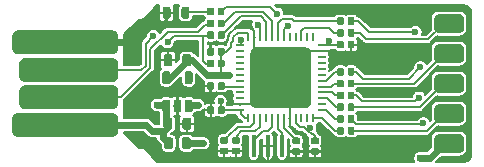
<source format=gtl>
G04 #@! TF.GenerationSoftware,KiCad,Pcbnew,5.0.0-rc1-44a33f2~62~ubuntu16.04.1*
G04 #@! TF.CreationDate,2018-03-27T11:26:02+02:00*
G04 #@! TF.ProjectId,ubmp_v1_pcbusb,75626D705F76315F7063627573622E6B,rev?*
G04 #@! TF.SameCoordinates,Original*
G04 #@! TF.FileFunction,Copper,L1,Top,Signal*
G04 #@! TF.FilePolarity,Positive*
%FSLAX46Y46*%
G04 Gerber Fmt 4.6, Leading zero omitted, Abs format (unit mm)*
G04 Created by KiCad (PCBNEW 5.0.0-rc1-44a33f2~62~ubuntu16.04.1) date Tue Mar 27 11:26:02 2018*
%MOMM*%
%LPD*%
G01*
G04 APERTURE LIST*
%ADD10C,0.100000*%
%ADD11C,2.000000*%
%ADD12O,0.250000X0.800000*%
%ADD13O,0.800000X0.250000*%
%ADD14C,5.150000*%
%ADD15C,0.575000*%
%ADD16C,0.750000*%
%ADD17C,0.650000*%
%ADD18C,0.670000*%
%ADD19O,0.400000X1.900000*%
%ADD20C,1.600000*%
%ADD21C,0.600000*%
%ADD22C,0.200000*%
%ADD23C,0.600000*%
G04 APERTURE END LIST*
D10*
G36*
X88799009Y-108502408D02*
X88847545Y-108509607D01*
X88895142Y-108521530D01*
X88941342Y-108538060D01*
X88985698Y-108559039D01*
X89027785Y-108584265D01*
X89067197Y-108613495D01*
X89103553Y-108646447D01*
X89136505Y-108682803D01*
X89165735Y-108722215D01*
X89190961Y-108764302D01*
X89211940Y-108808658D01*
X89228470Y-108854858D01*
X89240393Y-108902455D01*
X89247592Y-108950991D01*
X89250000Y-109000000D01*
X89250000Y-110000000D01*
X89247592Y-110049009D01*
X89240393Y-110097545D01*
X89228470Y-110145142D01*
X89211940Y-110191342D01*
X89190961Y-110235698D01*
X89165735Y-110277785D01*
X89136505Y-110317197D01*
X89103553Y-110353553D01*
X89067197Y-110386505D01*
X89027785Y-110415735D01*
X88985698Y-110440961D01*
X88941342Y-110461940D01*
X88895142Y-110478470D01*
X88847545Y-110490393D01*
X88799009Y-110497592D01*
X88750000Y-110500000D01*
X80750000Y-110500000D01*
X80700991Y-110497592D01*
X80652455Y-110490393D01*
X80604858Y-110478470D01*
X80558658Y-110461940D01*
X80514302Y-110440961D01*
X80472215Y-110415735D01*
X80432803Y-110386505D01*
X80396447Y-110353553D01*
X80363495Y-110317197D01*
X80334265Y-110277785D01*
X80309039Y-110235698D01*
X80288060Y-110191342D01*
X80271530Y-110145142D01*
X80259607Y-110097545D01*
X80252408Y-110049009D01*
X80250000Y-110000000D01*
X80250000Y-109000000D01*
X80252408Y-108950991D01*
X80259607Y-108902455D01*
X80271530Y-108854858D01*
X80288060Y-108808658D01*
X80309039Y-108764302D01*
X80334265Y-108722215D01*
X80363495Y-108682803D01*
X80396447Y-108646447D01*
X80432803Y-108613495D01*
X80472215Y-108584265D01*
X80514302Y-108559039D01*
X80558658Y-108538060D01*
X80604858Y-108521530D01*
X80652455Y-108509607D01*
X80700991Y-108502408D01*
X80750000Y-108500000D01*
X88750000Y-108500000D01*
X88799009Y-108502408D01*
X88799009Y-108502408D01*
G37*
D11*
X84750000Y-109500000D03*
D10*
G36*
X88799009Y-101502408D02*
X88847545Y-101509607D01*
X88895142Y-101521530D01*
X88941342Y-101538060D01*
X88985698Y-101559039D01*
X89027785Y-101584265D01*
X89067197Y-101613495D01*
X89103553Y-101646447D01*
X89136505Y-101682803D01*
X89165735Y-101722215D01*
X89190961Y-101764302D01*
X89211940Y-101808658D01*
X89228470Y-101854858D01*
X89240393Y-101902455D01*
X89247592Y-101950991D01*
X89250000Y-102000000D01*
X89250000Y-103000000D01*
X89247592Y-103049009D01*
X89240393Y-103097545D01*
X89228470Y-103145142D01*
X89211940Y-103191342D01*
X89190961Y-103235698D01*
X89165735Y-103277785D01*
X89136505Y-103317197D01*
X89103553Y-103353553D01*
X89067197Y-103386505D01*
X89027785Y-103415735D01*
X88985698Y-103440961D01*
X88941342Y-103461940D01*
X88895142Y-103478470D01*
X88847545Y-103490393D01*
X88799009Y-103497592D01*
X88750000Y-103500000D01*
X80750000Y-103500000D01*
X80700991Y-103497592D01*
X80652455Y-103490393D01*
X80604858Y-103478470D01*
X80558658Y-103461940D01*
X80514302Y-103440961D01*
X80472215Y-103415735D01*
X80432803Y-103386505D01*
X80396447Y-103353553D01*
X80363495Y-103317197D01*
X80334265Y-103277785D01*
X80309039Y-103235698D01*
X80288060Y-103191342D01*
X80271530Y-103145142D01*
X80259607Y-103097545D01*
X80252408Y-103049009D01*
X80250000Y-103000000D01*
X80250000Y-102000000D01*
X80252408Y-101950991D01*
X80259607Y-101902455D01*
X80271530Y-101854858D01*
X80288060Y-101808658D01*
X80309039Y-101764302D01*
X80334265Y-101722215D01*
X80363495Y-101682803D01*
X80396447Y-101646447D01*
X80432803Y-101613495D01*
X80472215Y-101584265D01*
X80514302Y-101559039D01*
X80558658Y-101538060D01*
X80604858Y-101521530D01*
X80652455Y-101509607D01*
X80700991Y-101502408D01*
X80750000Y-101500000D01*
X88750000Y-101500000D01*
X88799009Y-101502408D01*
X88799009Y-101502408D01*
G37*
D11*
X84750000Y-102500000D03*
D10*
G36*
X88799009Y-106152408D02*
X88847545Y-106159607D01*
X88895142Y-106171530D01*
X88941342Y-106188060D01*
X88985698Y-106209039D01*
X89027785Y-106234265D01*
X89067197Y-106263495D01*
X89103553Y-106296447D01*
X89136505Y-106332803D01*
X89165735Y-106372215D01*
X89190961Y-106414302D01*
X89211940Y-106458658D01*
X89228470Y-106504858D01*
X89240393Y-106552455D01*
X89247592Y-106600991D01*
X89250000Y-106650000D01*
X89250000Y-107650000D01*
X89247592Y-107699009D01*
X89240393Y-107747545D01*
X89228470Y-107795142D01*
X89211940Y-107841342D01*
X89190961Y-107885698D01*
X89165735Y-107927785D01*
X89136505Y-107967197D01*
X89103553Y-108003553D01*
X89067197Y-108036505D01*
X89027785Y-108065735D01*
X88985698Y-108090961D01*
X88941342Y-108111940D01*
X88895142Y-108128470D01*
X88847545Y-108140393D01*
X88799009Y-108147592D01*
X88750000Y-108150000D01*
X81350000Y-108150000D01*
X81300991Y-108147592D01*
X81252455Y-108140393D01*
X81204858Y-108128470D01*
X81158658Y-108111940D01*
X81114302Y-108090961D01*
X81072215Y-108065735D01*
X81032803Y-108036505D01*
X80996447Y-108003553D01*
X80963495Y-107967197D01*
X80934265Y-107927785D01*
X80909039Y-107885698D01*
X80888060Y-107841342D01*
X80871530Y-107795142D01*
X80859607Y-107747545D01*
X80852408Y-107699009D01*
X80850000Y-107650000D01*
X80850000Y-106650000D01*
X80852408Y-106600991D01*
X80859607Y-106552455D01*
X80871530Y-106504858D01*
X80888060Y-106458658D01*
X80909039Y-106414302D01*
X80934265Y-106372215D01*
X80963495Y-106332803D01*
X80996447Y-106296447D01*
X81032803Y-106263495D01*
X81072215Y-106234265D01*
X81114302Y-106209039D01*
X81158658Y-106188060D01*
X81204858Y-106171530D01*
X81252455Y-106159607D01*
X81300991Y-106152408D01*
X81350000Y-106150000D01*
X88750000Y-106150000D01*
X88799009Y-106152408D01*
X88799009Y-106152408D01*
G37*
D11*
X85050000Y-107150000D03*
D10*
G36*
X88799009Y-103852408D02*
X88847545Y-103859607D01*
X88895142Y-103871530D01*
X88941342Y-103888060D01*
X88985698Y-103909039D01*
X89027785Y-103934265D01*
X89067197Y-103963495D01*
X89103553Y-103996447D01*
X89136505Y-104032803D01*
X89165735Y-104072215D01*
X89190961Y-104114302D01*
X89211940Y-104158658D01*
X89228470Y-104204858D01*
X89240393Y-104252455D01*
X89247592Y-104300991D01*
X89250000Y-104350000D01*
X89250000Y-105350000D01*
X89247592Y-105399009D01*
X89240393Y-105447545D01*
X89228470Y-105495142D01*
X89211940Y-105541342D01*
X89190961Y-105585698D01*
X89165735Y-105627785D01*
X89136505Y-105667197D01*
X89103553Y-105703553D01*
X89067197Y-105736505D01*
X89027785Y-105765735D01*
X88985698Y-105790961D01*
X88941342Y-105811940D01*
X88895142Y-105828470D01*
X88847545Y-105840393D01*
X88799009Y-105847592D01*
X88750000Y-105850000D01*
X81350000Y-105850000D01*
X81300991Y-105847592D01*
X81252455Y-105840393D01*
X81204858Y-105828470D01*
X81158658Y-105811940D01*
X81114302Y-105790961D01*
X81072215Y-105765735D01*
X81032803Y-105736505D01*
X80996447Y-105703553D01*
X80963495Y-105667197D01*
X80934265Y-105627785D01*
X80909039Y-105585698D01*
X80888060Y-105541342D01*
X80871530Y-105495142D01*
X80859607Y-105447545D01*
X80852408Y-105399009D01*
X80850000Y-105350000D01*
X80850000Y-104350000D01*
X80852408Y-104300991D01*
X80859607Y-104252455D01*
X80871530Y-104204858D01*
X80888060Y-104158658D01*
X80909039Y-104114302D01*
X80934265Y-104072215D01*
X80963495Y-104032803D01*
X80996447Y-103996447D01*
X81032803Y-103963495D01*
X81072215Y-103934265D01*
X81114302Y-103909039D01*
X81158658Y-103888060D01*
X81204858Y-103871530D01*
X81252455Y-103859607D01*
X81300991Y-103852408D01*
X81350000Y-103850000D01*
X88750000Y-103850000D01*
X88799009Y-103852408D01*
X88799009Y-103852408D01*
G37*
D11*
X85050000Y-104850000D03*
D12*
X100250000Y-108950000D03*
X100750000Y-108950000D03*
X101250000Y-108950000D03*
X101750000Y-108950000D03*
X102250000Y-108950000D03*
X102750000Y-108950000D03*
X103250000Y-108950000D03*
X103750000Y-108950000D03*
X104250000Y-108950000D03*
X104750000Y-108950000D03*
X105250000Y-108950000D03*
X105750000Y-108950000D03*
D13*
X106450000Y-108250000D03*
X106450000Y-107750000D03*
X106450000Y-107250000D03*
X106450000Y-106750000D03*
X106450000Y-106250000D03*
X106450000Y-105750000D03*
X106450000Y-105250000D03*
X106450000Y-104750000D03*
X106450000Y-104250000D03*
X106450000Y-103750000D03*
X106450000Y-103250000D03*
X106450000Y-102750000D03*
D12*
X105750000Y-102050000D03*
X105250000Y-102050000D03*
X104750000Y-102050000D03*
X104250000Y-102050000D03*
X103750000Y-102050000D03*
X103250000Y-102050000D03*
X102750000Y-102050000D03*
X102250000Y-102050000D03*
X101750000Y-102050000D03*
X101250000Y-102050000D03*
X100750000Y-102050000D03*
X100250000Y-102050000D03*
D13*
X99550000Y-102750000D03*
X99550000Y-103250000D03*
X99550000Y-103750000D03*
X99550000Y-104250000D03*
X99550000Y-104750000D03*
X99550000Y-105250000D03*
X99550000Y-105750000D03*
X99550000Y-106250000D03*
X99550000Y-106750000D03*
X99550000Y-107250000D03*
X99550000Y-107750000D03*
X99550000Y-108250000D03*
D10*
G36*
X105110479Y-102927480D02*
X105160472Y-102934896D01*
X105209497Y-102947176D01*
X105257082Y-102964202D01*
X105302769Y-102985811D01*
X105346119Y-103011793D01*
X105386713Y-103041900D01*
X105424160Y-103075840D01*
X105458100Y-103113287D01*
X105488207Y-103153881D01*
X105514189Y-103197231D01*
X105535798Y-103242918D01*
X105552824Y-103290503D01*
X105565104Y-103339528D01*
X105572520Y-103389521D01*
X105575000Y-103440000D01*
X105575000Y-107560000D01*
X105572520Y-107610479D01*
X105565104Y-107660472D01*
X105552824Y-107709497D01*
X105535798Y-107757082D01*
X105514189Y-107802769D01*
X105488207Y-107846119D01*
X105458100Y-107886713D01*
X105424160Y-107924160D01*
X105386713Y-107958100D01*
X105346119Y-107988207D01*
X105302769Y-108014189D01*
X105257082Y-108035798D01*
X105209497Y-108052824D01*
X105160472Y-108065104D01*
X105110479Y-108072520D01*
X105060000Y-108075000D01*
X100940000Y-108075000D01*
X100889521Y-108072520D01*
X100839528Y-108065104D01*
X100790503Y-108052824D01*
X100742918Y-108035798D01*
X100697231Y-108014189D01*
X100653881Y-107988207D01*
X100613287Y-107958100D01*
X100575840Y-107924160D01*
X100541900Y-107886713D01*
X100511793Y-107846119D01*
X100485811Y-107802769D01*
X100464202Y-107757082D01*
X100447176Y-107709497D01*
X100434896Y-107660472D01*
X100427480Y-107610479D01*
X100425000Y-107560000D01*
X100425000Y-103440000D01*
X100427480Y-103389521D01*
X100434896Y-103339528D01*
X100447176Y-103290503D01*
X100464202Y-103242918D01*
X100485811Y-103197231D01*
X100511793Y-103153881D01*
X100541900Y-103113287D01*
X100575840Y-103075840D01*
X100613287Y-103041900D01*
X100653881Y-103011793D01*
X100697231Y-102985811D01*
X100742918Y-102964202D01*
X100790503Y-102947176D01*
X100839528Y-102934896D01*
X100889521Y-102927480D01*
X100940000Y-102925000D01*
X105060000Y-102925000D01*
X105110479Y-102927480D01*
X105110479Y-102927480D01*
G37*
D14*
X103000000Y-105500000D03*
D10*
G36*
X104495340Y-110563192D02*
X104509294Y-110565262D01*
X104522978Y-110568690D01*
X104536261Y-110573442D01*
X104549013Y-110579474D01*
X104561113Y-110586726D01*
X104572444Y-110595130D01*
X104582897Y-110604603D01*
X104592370Y-110615056D01*
X104600774Y-110626387D01*
X104608026Y-110638487D01*
X104614058Y-110651239D01*
X104618810Y-110664522D01*
X104622238Y-110678206D01*
X104624308Y-110692160D01*
X104625000Y-110706250D01*
X104625000Y-110993750D01*
X104624308Y-111007840D01*
X104622238Y-111021794D01*
X104618810Y-111035478D01*
X104614058Y-111048761D01*
X104608026Y-111061513D01*
X104600774Y-111073613D01*
X104592370Y-111084944D01*
X104582897Y-111095397D01*
X104572444Y-111104870D01*
X104561113Y-111113274D01*
X104549013Y-111120526D01*
X104536261Y-111126558D01*
X104522978Y-111131310D01*
X104509294Y-111134738D01*
X104495340Y-111136808D01*
X104481250Y-111137500D01*
X104118750Y-111137500D01*
X104104660Y-111136808D01*
X104090706Y-111134738D01*
X104077022Y-111131310D01*
X104063739Y-111126558D01*
X104050987Y-111120526D01*
X104038887Y-111113274D01*
X104027556Y-111104870D01*
X104017103Y-111095397D01*
X104007630Y-111084944D01*
X103999226Y-111073613D01*
X103991974Y-111061513D01*
X103985942Y-111048761D01*
X103981190Y-111035478D01*
X103977762Y-111021794D01*
X103975692Y-111007840D01*
X103975000Y-110993750D01*
X103975000Y-110706250D01*
X103975692Y-110692160D01*
X103977762Y-110678206D01*
X103981190Y-110664522D01*
X103985942Y-110651239D01*
X103991974Y-110638487D01*
X103999226Y-110626387D01*
X104007630Y-110615056D01*
X104017103Y-110604603D01*
X104027556Y-110595130D01*
X104038887Y-110586726D01*
X104050987Y-110579474D01*
X104063739Y-110573442D01*
X104077022Y-110568690D01*
X104090706Y-110565262D01*
X104104660Y-110563192D01*
X104118750Y-110562500D01*
X104481250Y-110562500D01*
X104495340Y-110563192D01*
X104495340Y-110563192D01*
G37*
D15*
X104300000Y-110850000D03*
D10*
G36*
X104495340Y-111463192D02*
X104509294Y-111465262D01*
X104522978Y-111468690D01*
X104536261Y-111473442D01*
X104549013Y-111479474D01*
X104561113Y-111486726D01*
X104572444Y-111495130D01*
X104582897Y-111504603D01*
X104592370Y-111515056D01*
X104600774Y-111526387D01*
X104608026Y-111538487D01*
X104614058Y-111551239D01*
X104618810Y-111564522D01*
X104622238Y-111578206D01*
X104624308Y-111592160D01*
X104625000Y-111606250D01*
X104625000Y-111893750D01*
X104624308Y-111907840D01*
X104622238Y-111921794D01*
X104618810Y-111935478D01*
X104614058Y-111948761D01*
X104608026Y-111961513D01*
X104600774Y-111973613D01*
X104592370Y-111984944D01*
X104582897Y-111995397D01*
X104572444Y-112004870D01*
X104561113Y-112013274D01*
X104549013Y-112020526D01*
X104536261Y-112026558D01*
X104522978Y-112031310D01*
X104509294Y-112034738D01*
X104495340Y-112036808D01*
X104481250Y-112037500D01*
X104118750Y-112037500D01*
X104104660Y-112036808D01*
X104090706Y-112034738D01*
X104077022Y-112031310D01*
X104063739Y-112026558D01*
X104050987Y-112020526D01*
X104038887Y-112013274D01*
X104027556Y-112004870D01*
X104017103Y-111995397D01*
X104007630Y-111984944D01*
X103999226Y-111973613D01*
X103991974Y-111961513D01*
X103985942Y-111948761D01*
X103981190Y-111935478D01*
X103977762Y-111921794D01*
X103975692Y-111907840D01*
X103975000Y-111893750D01*
X103975000Y-111606250D01*
X103975692Y-111592160D01*
X103977762Y-111578206D01*
X103981190Y-111564522D01*
X103985942Y-111551239D01*
X103991974Y-111538487D01*
X103999226Y-111526387D01*
X104007630Y-111515056D01*
X104017103Y-111504603D01*
X104027556Y-111495130D01*
X104038887Y-111486726D01*
X104050987Y-111479474D01*
X104063739Y-111473442D01*
X104077022Y-111468690D01*
X104090706Y-111465262D01*
X104104660Y-111463192D01*
X104118750Y-111462500D01*
X104481250Y-111462500D01*
X104495340Y-111463192D01*
X104495340Y-111463192D01*
G37*
D15*
X104300000Y-111750000D03*
D10*
G36*
X99395340Y-111413192D02*
X99409294Y-111415262D01*
X99422978Y-111418690D01*
X99436261Y-111423442D01*
X99449013Y-111429474D01*
X99461113Y-111436726D01*
X99472444Y-111445130D01*
X99482897Y-111454603D01*
X99492370Y-111465056D01*
X99500774Y-111476387D01*
X99508026Y-111488487D01*
X99514058Y-111501239D01*
X99518810Y-111514522D01*
X99522238Y-111528206D01*
X99524308Y-111542160D01*
X99525000Y-111556250D01*
X99525000Y-111843750D01*
X99524308Y-111857840D01*
X99522238Y-111871794D01*
X99518810Y-111885478D01*
X99514058Y-111898761D01*
X99508026Y-111911513D01*
X99500774Y-111923613D01*
X99492370Y-111934944D01*
X99482897Y-111945397D01*
X99472444Y-111954870D01*
X99461113Y-111963274D01*
X99449013Y-111970526D01*
X99436261Y-111976558D01*
X99422978Y-111981310D01*
X99409294Y-111984738D01*
X99395340Y-111986808D01*
X99381250Y-111987500D01*
X99018750Y-111987500D01*
X99004660Y-111986808D01*
X98990706Y-111984738D01*
X98977022Y-111981310D01*
X98963739Y-111976558D01*
X98950987Y-111970526D01*
X98938887Y-111963274D01*
X98927556Y-111954870D01*
X98917103Y-111945397D01*
X98907630Y-111934944D01*
X98899226Y-111923613D01*
X98891974Y-111911513D01*
X98885942Y-111898761D01*
X98881190Y-111885478D01*
X98877762Y-111871794D01*
X98875692Y-111857840D01*
X98875000Y-111843750D01*
X98875000Y-111556250D01*
X98875692Y-111542160D01*
X98877762Y-111528206D01*
X98881190Y-111514522D01*
X98885942Y-111501239D01*
X98891974Y-111488487D01*
X98899226Y-111476387D01*
X98907630Y-111465056D01*
X98917103Y-111454603D01*
X98927556Y-111445130D01*
X98938887Y-111436726D01*
X98950987Y-111429474D01*
X98963739Y-111423442D01*
X98977022Y-111418690D01*
X98990706Y-111415262D01*
X99004660Y-111413192D01*
X99018750Y-111412500D01*
X99381250Y-111412500D01*
X99395340Y-111413192D01*
X99395340Y-111413192D01*
G37*
D15*
X99200000Y-111700000D03*
D10*
G36*
X99395340Y-110513192D02*
X99409294Y-110515262D01*
X99422978Y-110518690D01*
X99436261Y-110523442D01*
X99449013Y-110529474D01*
X99461113Y-110536726D01*
X99472444Y-110545130D01*
X99482897Y-110554603D01*
X99492370Y-110565056D01*
X99500774Y-110576387D01*
X99508026Y-110588487D01*
X99514058Y-110601239D01*
X99518810Y-110614522D01*
X99522238Y-110628206D01*
X99524308Y-110642160D01*
X99525000Y-110656250D01*
X99525000Y-110943750D01*
X99524308Y-110957840D01*
X99522238Y-110971794D01*
X99518810Y-110985478D01*
X99514058Y-110998761D01*
X99508026Y-111011513D01*
X99500774Y-111023613D01*
X99492370Y-111034944D01*
X99482897Y-111045397D01*
X99472444Y-111054870D01*
X99461113Y-111063274D01*
X99449013Y-111070526D01*
X99436261Y-111076558D01*
X99422978Y-111081310D01*
X99409294Y-111084738D01*
X99395340Y-111086808D01*
X99381250Y-111087500D01*
X99018750Y-111087500D01*
X99004660Y-111086808D01*
X98990706Y-111084738D01*
X98977022Y-111081310D01*
X98963739Y-111076558D01*
X98950987Y-111070526D01*
X98938887Y-111063274D01*
X98927556Y-111054870D01*
X98917103Y-111045397D01*
X98907630Y-111034944D01*
X98899226Y-111023613D01*
X98891974Y-111011513D01*
X98885942Y-110998761D01*
X98881190Y-110985478D01*
X98877762Y-110971794D01*
X98875692Y-110957840D01*
X98875000Y-110943750D01*
X98875000Y-110656250D01*
X98875692Y-110642160D01*
X98877762Y-110628206D01*
X98881190Y-110614522D01*
X98885942Y-110601239D01*
X98891974Y-110588487D01*
X98899226Y-110576387D01*
X98907630Y-110565056D01*
X98917103Y-110554603D01*
X98927556Y-110545130D01*
X98938887Y-110536726D01*
X98950987Y-110529474D01*
X98963739Y-110523442D01*
X98977022Y-110518690D01*
X98990706Y-110515262D01*
X99004660Y-110513192D01*
X99018750Y-110512500D01*
X99381250Y-110512500D01*
X99395340Y-110513192D01*
X99395340Y-110513192D01*
G37*
D15*
X99200000Y-110800000D03*
D10*
G36*
X93705878Y-110550903D02*
X93724079Y-110553603D01*
X93741928Y-110558074D01*
X93759253Y-110564273D01*
X93775887Y-110572140D01*
X93791669Y-110581599D01*
X93806449Y-110592561D01*
X93820083Y-110604917D01*
X93832439Y-110618551D01*
X93843401Y-110633331D01*
X93852860Y-110649113D01*
X93860727Y-110665747D01*
X93866926Y-110683072D01*
X93871397Y-110700921D01*
X93874097Y-110719122D01*
X93875000Y-110737500D01*
X93875000Y-111362500D01*
X93874097Y-111380878D01*
X93871397Y-111399079D01*
X93866926Y-111416928D01*
X93860727Y-111434253D01*
X93852860Y-111450887D01*
X93843401Y-111466669D01*
X93832439Y-111481449D01*
X93820083Y-111495083D01*
X93806449Y-111507439D01*
X93791669Y-111518401D01*
X93775887Y-111527860D01*
X93759253Y-111535727D01*
X93741928Y-111541926D01*
X93724079Y-111546397D01*
X93705878Y-111549097D01*
X93687500Y-111550000D01*
X93312500Y-111550000D01*
X93294122Y-111549097D01*
X93275921Y-111546397D01*
X93258072Y-111541926D01*
X93240747Y-111535727D01*
X93224113Y-111527860D01*
X93208331Y-111518401D01*
X93193551Y-111507439D01*
X93179917Y-111495083D01*
X93167561Y-111481449D01*
X93156599Y-111466669D01*
X93147140Y-111450887D01*
X93139273Y-111434253D01*
X93133074Y-111416928D01*
X93128603Y-111399079D01*
X93125903Y-111380878D01*
X93125000Y-111362500D01*
X93125000Y-110737500D01*
X93125903Y-110719122D01*
X93128603Y-110700921D01*
X93133074Y-110683072D01*
X93139273Y-110665747D01*
X93147140Y-110649113D01*
X93156599Y-110633331D01*
X93167561Y-110618551D01*
X93179917Y-110604917D01*
X93193551Y-110592561D01*
X93208331Y-110581599D01*
X93224113Y-110572140D01*
X93240747Y-110564273D01*
X93258072Y-110558074D01*
X93275921Y-110553603D01*
X93294122Y-110550903D01*
X93312500Y-110550000D01*
X93687500Y-110550000D01*
X93705878Y-110550903D01*
X93705878Y-110550903D01*
G37*
D16*
X93500000Y-111050000D03*
D10*
G36*
X95205878Y-110550903D02*
X95224079Y-110553603D01*
X95241928Y-110558074D01*
X95259253Y-110564273D01*
X95275887Y-110572140D01*
X95291669Y-110581599D01*
X95306449Y-110592561D01*
X95320083Y-110604917D01*
X95332439Y-110618551D01*
X95343401Y-110633331D01*
X95352860Y-110649113D01*
X95360727Y-110665747D01*
X95366926Y-110683072D01*
X95371397Y-110700921D01*
X95374097Y-110719122D01*
X95375000Y-110737500D01*
X95375000Y-111362500D01*
X95374097Y-111380878D01*
X95371397Y-111399079D01*
X95366926Y-111416928D01*
X95360727Y-111434253D01*
X95352860Y-111450887D01*
X95343401Y-111466669D01*
X95332439Y-111481449D01*
X95320083Y-111495083D01*
X95306449Y-111507439D01*
X95291669Y-111518401D01*
X95275887Y-111527860D01*
X95259253Y-111535727D01*
X95241928Y-111541926D01*
X95224079Y-111546397D01*
X95205878Y-111549097D01*
X95187500Y-111550000D01*
X94812500Y-111550000D01*
X94794122Y-111549097D01*
X94775921Y-111546397D01*
X94758072Y-111541926D01*
X94740747Y-111535727D01*
X94724113Y-111527860D01*
X94708331Y-111518401D01*
X94693551Y-111507439D01*
X94679917Y-111495083D01*
X94667561Y-111481449D01*
X94656599Y-111466669D01*
X94647140Y-111450887D01*
X94639273Y-111434253D01*
X94633074Y-111416928D01*
X94628603Y-111399079D01*
X94625903Y-111380878D01*
X94625000Y-111362500D01*
X94625000Y-110737500D01*
X94625903Y-110719122D01*
X94628603Y-110700921D01*
X94633074Y-110683072D01*
X94639273Y-110665747D01*
X94647140Y-110649113D01*
X94656599Y-110633331D01*
X94667561Y-110618551D01*
X94679917Y-110604917D01*
X94693551Y-110592561D01*
X94708331Y-110581599D01*
X94724113Y-110572140D01*
X94740747Y-110564273D01*
X94758072Y-110558074D01*
X94775921Y-110553603D01*
X94794122Y-110550903D01*
X94812500Y-110550000D01*
X95187500Y-110550000D01*
X95205878Y-110550903D01*
X95205878Y-110550903D01*
G37*
D16*
X95000000Y-111050000D03*
D10*
G36*
X93478428Y-104970782D02*
X93494202Y-104973122D01*
X93509671Y-104976997D01*
X93524686Y-104982370D01*
X93539102Y-104989188D01*
X93552780Y-104997386D01*
X93565589Y-105006886D01*
X93577405Y-105017595D01*
X93588114Y-105029411D01*
X93597614Y-105042220D01*
X93605812Y-105055898D01*
X93612630Y-105070314D01*
X93618003Y-105085329D01*
X93621878Y-105100798D01*
X93624218Y-105116572D01*
X93625000Y-105132500D01*
X93625000Y-105867500D01*
X93624218Y-105883428D01*
X93621878Y-105899202D01*
X93618003Y-105914671D01*
X93612630Y-105929686D01*
X93605812Y-105944102D01*
X93597614Y-105957780D01*
X93588114Y-105970589D01*
X93577405Y-105982405D01*
X93565589Y-105993114D01*
X93552780Y-106002614D01*
X93539102Y-106010812D01*
X93524686Y-106017630D01*
X93509671Y-106023003D01*
X93494202Y-106026878D01*
X93478428Y-106029218D01*
X93462500Y-106030000D01*
X93137500Y-106030000D01*
X93121572Y-106029218D01*
X93105798Y-106026878D01*
X93090329Y-106023003D01*
X93075314Y-106017630D01*
X93060898Y-106010812D01*
X93047220Y-106002614D01*
X93034411Y-105993114D01*
X93022595Y-105982405D01*
X93011886Y-105970589D01*
X93002386Y-105957780D01*
X92994188Y-105944102D01*
X92987370Y-105929686D01*
X92981997Y-105914671D01*
X92978122Y-105899202D01*
X92975782Y-105883428D01*
X92975000Y-105867500D01*
X92975000Y-105132500D01*
X92975782Y-105116572D01*
X92978122Y-105100798D01*
X92981997Y-105085329D01*
X92987370Y-105070314D01*
X92994188Y-105055898D01*
X93002386Y-105042220D01*
X93011886Y-105029411D01*
X93022595Y-105017595D01*
X93034411Y-105006886D01*
X93047220Y-104997386D01*
X93060898Y-104989188D01*
X93075314Y-104982370D01*
X93090329Y-104976997D01*
X93105798Y-104973122D01*
X93121572Y-104970782D01*
X93137500Y-104970000D01*
X93462500Y-104970000D01*
X93478428Y-104970782D01*
X93478428Y-104970782D01*
G37*
D17*
X93300000Y-105500000D03*
D10*
G36*
X95378428Y-104970782D02*
X95394202Y-104973122D01*
X95409671Y-104976997D01*
X95424686Y-104982370D01*
X95439102Y-104989188D01*
X95452780Y-104997386D01*
X95465589Y-105006886D01*
X95477405Y-105017595D01*
X95488114Y-105029411D01*
X95497614Y-105042220D01*
X95505812Y-105055898D01*
X95512630Y-105070314D01*
X95518003Y-105085329D01*
X95521878Y-105100798D01*
X95524218Y-105116572D01*
X95525000Y-105132500D01*
X95525000Y-105867500D01*
X95524218Y-105883428D01*
X95521878Y-105899202D01*
X95518003Y-105914671D01*
X95512630Y-105929686D01*
X95505812Y-105944102D01*
X95497614Y-105957780D01*
X95488114Y-105970589D01*
X95477405Y-105982405D01*
X95465589Y-105993114D01*
X95452780Y-106002614D01*
X95439102Y-106010812D01*
X95424686Y-106017630D01*
X95409671Y-106023003D01*
X95394202Y-106026878D01*
X95378428Y-106029218D01*
X95362500Y-106030000D01*
X95037500Y-106030000D01*
X95021572Y-106029218D01*
X95005798Y-106026878D01*
X94990329Y-106023003D01*
X94975314Y-106017630D01*
X94960898Y-106010812D01*
X94947220Y-106002614D01*
X94934411Y-105993114D01*
X94922595Y-105982405D01*
X94911886Y-105970589D01*
X94902386Y-105957780D01*
X94894188Y-105944102D01*
X94887370Y-105929686D01*
X94881997Y-105914671D01*
X94878122Y-105899202D01*
X94875782Y-105883428D01*
X94875000Y-105867500D01*
X94875000Y-105132500D01*
X94875782Y-105116572D01*
X94878122Y-105100798D01*
X94881997Y-105085329D01*
X94887370Y-105070314D01*
X94894188Y-105055898D01*
X94902386Y-105042220D01*
X94911886Y-105029411D01*
X94922595Y-105017595D01*
X94934411Y-105006886D01*
X94947220Y-104997386D01*
X94960898Y-104989188D01*
X94975314Y-104982370D01*
X94990329Y-104976997D01*
X95005798Y-104973122D01*
X95021572Y-104970782D01*
X95037500Y-104970000D01*
X95362500Y-104970000D01*
X95378428Y-104970782D01*
X95378428Y-104970782D01*
G37*
D17*
X95200000Y-105500000D03*
D10*
G36*
X95378428Y-107370782D02*
X95394202Y-107373122D01*
X95409671Y-107376997D01*
X95424686Y-107382370D01*
X95439102Y-107389188D01*
X95452780Y-107397386D01*
X95465589Y-107406886D01*
X95477405Y-107417595D01*
X95488114Y-107429411D01*
X95497614Y-107442220D01*
X95505812Y-107455898D01*
X95512630Y-107470314D01*
X95518003Y-107485329D01*
X95521878Y-107500798D01*
X95524218Y-107516572D01*
X95525000Y-107532500D01*
X95525000Y-108267500D01*
X95524218Y-108283428D01*
X95521878Y-108299202D01*
X95518003Y-108314671D01*
X95512630Y-108329686D01*
X95505812Y-108344102D01*
X95497614Y-108357780D01*
X95488114Y-108370589D01*
X95477405Y-108382405D01*
X95465589Y-108393114D01*
X95452780Y-108402614D01*
X95439102Y-108410812D01*
X95424686Y-108417630D01*
X95409671Y-108423003D01*
X95394202Y-108426878D01*
X95378428Y-108429218D01*
X95362500Y-108430000D01*
X95037500Y-108430000D01*
X95021572Y-108429218D01*
X95005798Y-108426878D01*
X94990329Y-108423003D01*
X94975314Y-108417630D01*
X94960898Y-108410812D01*
X94947220Y-108402614D01*
X94934411Y-108393114D01*
X94922595Y-108382405D01*
X94911886Y-108370589D01*
X94902386Y-108357780D01*
X94894188Y-108344102D01*
X94887370Y-108329686D01*
X94881997Y-108314671D01*
X94878122Y-108299202D01*
X94875782Y-108283428D01*
X94875000Y-108267500D01*
X94875000Y-107532500D01*
X94875782Y-107516572D01*
X94878122Y-107500798D01*
X94881997Y-107485329D01*
X94887370Y-107470314D01*
X94894188Y-107455898D01*
X94902386Y-107442220D01*
X94911886Y-107429411D01*
X94922595Y-107417595D01*
X94934411Y-107406886D01*
X94947220Y-107397386D01*
X94960898Y-107389188D01*
X94975314Y-107382370D01*
X94990329Y-107376997D01*
X95005798Y-107373122D01*
X95021572Y-107370782D01*
X95037500Y-107370000D01*
X95362500Y-107370000D01*
X95378428Y-107370782D01*
X95378428Y-107370782D01*
G37*
D17*
X95200000Y-107900000D03*
D10*
G36*
X94428428Y-107370782D02*
X94444202Y-107373122D01*
X94459671Y-107376997D01*
X94474686Y-107382370D01*
X94489102Y-107389188D01*
X94502780Y-107397386D01*
X94515589Y-107406886D01*
X94527405Y-107417595D01*
X94538114Y-107429411D01*
X94547614Y-107442220D01*
X94555812Y-107455898D01*
X94562630Y-107470314D01*
X94568003Y-107485329D01*
X94571878Y-107500798D01*
X94574218Y-107516572D01*
X94575000Y-107532500D01*
X94575000Y-108267500D01*
X94574218Y-108283428D01*
X94571878Y-108299202D01*
X94568003Y-108314671D01*
X94562630Y-108329686D01*
X94555812Y-108344102D01*
X94547614Y-108357780D01*
X94538114Y-108370589D01*
X94527405Y-108382405D01*
X94515589Y-108393114D01*
X94502780Y-108402614D01*
X94489102Y-108410812D01*
X94474686Y-108417630D01*
X94459671Y-108423003D01*
X94444202Y-108426878D01*
X94428428Y-108429218D01*
X94412500Y-108430000D01*
X94087500Y-108430000D01*
X94071572Y-108429218D01*
X94055798Y-108426878D01*
X94040329Y-108423003D01*
X94025314Y-108417630D01*
X94010898Y-108410812D01*
X93997220Y-108402614D01*
X93984411Y-108393114D01*
X93972595Y-108382405D01*
X93961886Y-108370589D01*
X93952386Y-108357780D01*
X93944188Y-108344102D01*
X93937370Y-108329686D01*
X93931997Y-108314671D01*
X93928122Y-108299202D01*
X93925782Y-108283428D01*
X93925000Y-108267500D01*
X93925000Y-107532500D01*
X93925782Y-107516572D01*
X93928122Y-107500798D01*
X93931997Y-107485329D01*
X93937370Y-107470314D01*
X93944188Y-107455898D01*
X93952386Y-107442220D01*
X93961886Y-107429411D01*
X93972595Y-107417595D01*
X93984411Y-107406886D01*
X93997220Y-107397386D01*
X94010898Y-107389188D01*
X94025314Y-107382370D01*
X94040329Y-107376997D01*
X94055798Y-107373122D01*
X94071572Y-107370782D01*
X94087500Y-107370000D01*
X94412500Y-107370000D01*
X94428428Y-107370782D01*
X94428428Y-107370782D01*
G37*
D17*
X94250000Y-107900000D03*
D10*
G36*
X93478428Y-107370782D02*
X93494202Y-107373122D01*
X93509671Y-107376997D01*
X93524686Y-107382370D01*
X93539102Y-107389188D01*
X93552780Y-107397386D01*
X93565589Y-107406886D01*
X93577405Y-107417595D01*
X93588114Y-107429411D01*
X93597614Y-107442220D01*
X93605812Y-107455898D01*
X93612630Y-107470314D01*
X93618003Y-107485329D01*
X93621878Y-107500798D01*
X93624218Y-107516572D01*
X93625000Y-107532500D01*
X93625000Y-108267500D01*
X93624218Y-108283428D01*
X93621878Y-108299202D01*
X93618003Y-108314671D01*
X93612630Y-108329686D01*
X93605812Y-108344102D01*
X93597614Y-108357780D01*
X93588114Y-108370589D01*
X93577405Y-108382405D01*
X93565589Y-108393114D01*
X93552780Y-108402614D01*
X93539102Y-108410812D01*
X93524686Y-108417630D01*
X93509671Y-108423003D01*
X93494202Y-108426878D01*
X93478428Y-108429218D01*
X93462500Y-108430000D01*
X93137500Y-108430000D01*
X93121572Y-108429218D01*
X93105798Y-108426878D01*
X93090329Y-108423003D01*
X93075314Y-108417630D01*
X93060898Y-108410812D01*
X93047220Y-108402614D01*
X93034411Y-108393114D01*
X93022595Y-108382405D01*
X93011886Y-108370589D01*
X93002386Y-108357780D01*
X92994188Y-108344102D01*
X92987370Y-108329686D01*
X92981997Y-108314671D01*
X92978122Y-108299202D01*
X92975782Y-108283428D01*
X92975000Y-108267500D01*
X92975000Y-107532500D01*
X92975782Y-107516572D01*
X92978122Y-107500798D01*
X92981997Y-107485329D01*
X92987370Y-107470314D01*
X92994188Y-107455898D01*
X93002386Y-107442220D01*
X93011886Y-107429411D01*
X93022595Y-107417595D01*
X93034411Y-107406886D01*
X93047220Y-107397386D01*
X93060898Y-107389188D01*
X93075314Y-107382370D01*
X93090329Y-107376997D01*
X93105798Y-107373122D01*
X93121572Y-107370782D01*
X93137500Y-107370000D01*
X93462500Y-107370000D01*
X93478428Y-107370782D01*
X93478428Y-107370782D01*
G37*
D17*
X93300000Y-107900000D03*
D10*
G36*
X98395340Y-111413192D02*
X98409294Y-111415262D01*
X98422978Y-111418690D01*
X98436261Y-111423442D01*
X98449013Y-111429474D01*
X98461113Y-111436726D01*
X98472444Y-111445130D01*
X98482897Y-111454603D01*
X98492370Y-111465056D01*
X98500774Y-111476387D01*
X98508026Y-111488487D01*
X98514058Y-111501239D01*
X98518810Y-111514522D01*
X98522238Y-111528206D01*
X98524308Y-111542160D01*
X98525000Y-111556250D01*
X98525000Y-111843750D01*
X98524308Y-111857840D01*
X98522238Y-111871794D01*
X98518810Y-111885478D01*
X98514058Y-111898761D01*
X98508026Y-111911513D01*
X98500774Y-111923613D01*
X98492370Y-111934944D01*
X98482897Y-111945397D01*
X98472444Y-111954870D01*
X98461113Y-111963274D01*
X98449013Y-111970526D01*
X98436261Y-111976558D01*
X98422978Y-111981310D01*
X98409294Y-111984738D01*
X98395340Y-111986808D01*
X98381250Y-111987500D01*
X98018750Y-111987500D01*
X98004660Y-111986808D01*
X97990706Y-111984738D01*
X97977022Y-111981310D01*
X97963739Y-111976558D01*
X97950987Y-111970526D01*
X97938887Y-111963274D01*
X97927556Y-111954870D01*
X97917103Y-111945397D01*
X97907630Y-111934944D01*
X97899226Y-111923613D01*
X97891974Y-111911513D01*
X97885942Y-111898761D01*
X97881190Y-111885478D01*
X97877762Y-111871794D01*
X97875692Y-111857840D01*
X97875000Y-111843750D01*
X97875000Y-111556250D01*
X97875692Y-111542160D01*
X97877762Y-111528206D01*
X97881190Y-111514522D01*
X97885942Y-111501239D01*
X97891974Y-111488487D01*
X97899226Y-111476387D01*
X97907630Y-111465056D01*
X97917103Y-111454603D01*
X97927556Y-111445130D01*
X97938887Y-111436726D01*
X97950987Y-111429474D01*
X97963739Y-111423442D01*
X97977022Y-111418690D01*
X97990706Y-111415262D01*
X98004660Y-111413192D01*
X98018750Y-111412500D01*
X98381250Y-111412500D01*
X98395340Y-111413192D01*
X98395340Y-111413192D01*
G37*
D15*
X98200000Y-111700000D03*
D10*
G36*
X98395340Y-110513192D02*
X98409294Y-110515262D01*
X98422978Y-110518690D01*
X98436261Y-110523442D01*
X98449013Y-110529474D01*
X98461113Y-110536726D01*
X98472444Y-110545130D01*
X98482897Y-110554603D01*
X98492370Y-110565056D01*
X98500774Y-110576387D01*
X98508026Y-110588487D01*
X98514058Y-110601239D01*
X98518810Y-110614522D01*
X98522238Y-110628206D01*
X98524308Y-110642160D01*
X98525000Y-110656250D01*
X98525000Y-110943750D01*
X98524308Y-110957840D01*
X98522238Y-110971794D01*
X98518810Y-110985478D01*
X98514058Y-110998761D01*
X98508026Y-111011513D01*
X98500774Y-111023613D01*
X98492370Y-111034944D01*
X98482897Y-111045397D01*
X98472444Y-111054870D01*
X98461113Y-111063274D01*
X98449013Y-111070526D01*
X98436261Y-111076558D01*
X98422978Y-111081310D01*
X98409294Y-111084738D01*
X98395340Y-111086808D01*
X98381250Y-111087500D01*
X98018750Y-111087500D01*
X98004660Y-111086808D01*
X97990706Y-111084738D01*
X97977022Y-111081310D01*
X97963739Y-111076558D01*
X97950987Y-111070526D01*
X97938887Y-111063274D01*
X97927556Y-111054870D01*
X97917103Y-111045397D01*
X97907630Y-111034944D01*
X97899226Y-111023613D01*
X97891974Y-111011513D01*
X97885942Y-110998761D01*
X97881190Y-110985478D01*
X97877762Y-110971794D01*
X97875692Y-110957840D01*
X97875000Y-110943750D01*
X97875000Y-110656250D01*
X97875692Y-110642160D01*
X97877762Y-110628206D01*
X97881190Y-110614522D01*
X97885942Y-110601239D01*
X97891974Y-110588487D01*
X97899226Y-110576387D01*
X97907630Y-110565056D01*
X97917103Y-110554603D01*
X97927556Y-110545130D01*
X97938887Y-110536726D01*
X97950987Y-110529474D01*
X97963739Y-110523442D01*
X97977022Y-110518690D01*
X97990706Y-110515262D01*
X98004660Y-110513192D01*
X98018750Y-110512500D01*
X98381250Y-110512500D01*
X98395340Y-110513192D01*
X98395340Y-110513192D01*
G37*
D15*
X98200000Y-110800000D03*
D10*
G36*
X97195340Y-99575692D02*
X97209294Y-99577762D01*
X97222978Y-99581190D01*
X97236261Y-99585942D01*
X97249013Y-99591974D01*
X97261113Y-99599226D01*
X97272444Y-99607630D01*
X97282897Y-99617103D01*
X97292370Y-99627556D01*
X97300774Y-99638887D01*
X97308026Y-99650987D01*
X97314058Y-99663739D01*
X97318810Y-99677022D01*
X97322238Y-99690706D01*
X97324308Y-99704660D01*
X97325000Y-99718750D01*
X97325000Y-100081250D01*
X97324308Y-100095340D01*
X97322238Y-100109294D01*
X97318810Y-100122978D01*
X97314058Y-100136261D01*
X97308026Y-100149013D01*
X97300774Y-100161113D01*
X97292370Y-100172444D01*
X97282897Y-100182897D01*
X97272444Y-100192370D01*
X97261113Y-100200774D01*
X97249013Y-100208026D01*
X97236261Y-100214058D01*
X97222978Y-100218810D01*
X97209294Y-100222238D01*
X97195340Y-100224308D01*
X97181250Y-100225000D01*
X96893750Y-100225000D01*
X96879660Y-100224308D01*
X96865706Y-100222238D01*
X96852022Y-100218810D01*
X96838739Y-100214058D01*
X96825987Y-100208026D01*
X96813887Y-100200774D01*
X96802556Y-100192370D01*
X96792103Y-100182897D01*
X96782630Y-100172444D01*
X96774226Y-100161113D01*
X96766974Y-100149013D01*
X96760942Y-100136261D01*
X96756190Y-100122978D01*
X96752762Y-100109294D01*
X96750692Y-100095340D01*
X96750000Y-100081250D01*
X96750000Y-99718750D01*
X96750692Y-99704660D01*
X96752762Y-99690706D01*
X96756190Y-99677022D01*
X96760942Y-99663739D01*
X96766974Y-99650987D01*
X96774226Y-99638887D01*
X96782630Y-99627556D01*
X96792103Y-99617103D01*
X96802556Y-99607630D01*
X96813887Y-99599226D01*
X96825987Y-99591974D01*
X96838739Y-99585942D01*
X96852022Y-99581190D01*
X96865706Y-99577762D01*
X96879660Y-99575692D01*
X96893750Y-99575000D01*
X97181250Y-99575000D01*
X97195340Y-99575692D01*
X97195340Y-99575692D01*
G37*
D15*
X97037500Y-99900000D03*
D10*
G36*
X98095340Y-99575692D02*
X98109294Y-99577762D01*
X98122978Y-99581190D01*
X98136261Y-99585942D01*
X98149013Y-99591974D01*
X98161113Y-99599226D01*
X98172444Y-99607630D01*
X98182897Y-99617103D01*
X98192370Y-99627556D01*
X98200774Y-99638887D01*
X98208026Y-99650987D01*
X98214058Y-99663739D01*
X98218810Y-99677022D01*
X98222238Y-99690706D01*
X98224308Y-99704660D01*
X98225000Y-99718750D01*
X98225000Y-100081250D01*
X98224308Y-100095340D01*
X98222238Y-100109294D01*
X98218810Y-100122978D01*
X98214058Y-100136261D01*
X98208026Y-100149013D01*
X98200774Y-100161113D01*
X98192370Y-100172444D01*
X98182897Y-100182897D01*
X98172444Y-100192370D01*
X98161113Y-100200774D01*
X98149013Y-100208026D01*
X98136261Y-100214058D01*
X98122978Y-100218810D01*
X98109294Y-100222238D01*
X98095340Y-100224308D01*
X98081250Y-100225000D01*
X97793750Y-100225000D01*
X97779660Y-100224308D01*
X97765706Y-100222238D01*
X97752022Y-100218810D01*
X97738739Y-100214058D01*
X97725987Y-100208026D01*
X97713887Y-100200774D01*
X97702556Y-100192370D01*
X97692103Y-100182897D01*
X97682630Y-100172444D01*
X97674226Y-100161113D01*
X97666974Y-100149013D01*
X97660942Y-100136261D01*
X97656190Y-100122978D01*
X97652762Y-100109294D01*
X97650692Y-100095340D01*
X97650000Y-100081250D01*
X97650000Y-99718750D01*
X97650692Y-99704660D01*
X97652762Y-99690706D01*
X97656190Y-99677022D01*
X97660942Y-99663739D01*
X97666974Y-99650987D01*
X97674226Y-99638887D01*
X97682630Y-99627556D01*
X97692103Y-99617103D01*
X97702556Y-99607630D01*
X97713887Y-99599226D01*
X97725987Y-99591974D01*
X97738739Y-99585942D01*
X97752022Y-99581190D01*
X97765706Y-99577762D01*
X97779660Y-99575692D01*
X97793750Y-99575000D01*
X98081250Y-99575000D01*
X98095340Y-99575692D01*
X98095340Y-99575692D01*
G37*
D15*
X97937500Y-99900000D03*
D10*
G36*
X108207840Y-109675692D02*
X108221794Y-109677762D01*
X108235478Y-109681190D01*
X108248761Y-109685942D01*
X108261513Y-109691974D01*
X108273613Y-109699226D01*
X108284944Y-109707630D01*
X108295397Y-109717103D01*
X108304870Y-109727556D01*
X108313274Y-109738887D01*
X108320526Y-109750987D01*
X108326558Y-109763739D01*
X108331310Y-109777022D01*
X108334738Y-109790706D01*
X108336808Y-109804660D01*
X108337500Y-109818750D01*
X108337500Y-110181250D01*
X108336808Y-110195340D01*
X108334738Y-110209294D01*
X108331310Y-110222978D01*
X108326558Y-110236261D01*
X108320526Y-110249013D01*
X108313274Y-110261113D01*
X108304870Y-110272444D01*
X108295397Y-110282897D01*
X108284944Y-110292370D01*
X108273613Y-110300774D01*
X108261513Y-110308026D01*
X108248761Y-110314058D01*
X108235478Y-110318810D01*
X108221794Y-110322238D01*
X108207840Y-110324308D01*
X108193750Y-110325000D01*
X107906250Y-110325000D01*
X107892160Y-110324308D01*
X107878206Y-110322238D01*
X107864522Y-110318810D01*
X107851239Y-110314058D01*
X107838487Y-110308026D01*
X107826387Y-110300774D01*
X107815056Y-110292370D01*
X107804603Y-110282897D01*
X107795130Y-110272444D01*
X107786726Y-110261113D01*
X107779474Y-110249013D01*
X107773442Y-110236261D01*
X107768690Y-110222978D01*
X107765262Y-110209294D01*
X107763192Y-110195340D01*
X107762500Y-110181250D01*
X107762500Y-109818750D01*
X107763192Y-109804660D01*
X107765262Y-109790706D01*
X107768690Y-109777022D01*
X107773442Y-109763739D01*
X107779474Y-109750987D01*
X107786726Y-109738887D01*
X107795130Y-109727556D01*
X107804603Y-109717103D01*
X107815056Y-109707630D01*
X107826387Y-109699226D01*
X107838487Y-109691974D01*
X107851239Y-109685942D01*
X107864522Y-109681190D01*
X107878206Y-109677762D01*
X107892160Y-109675692D01*
X107906250Y-109675000D01*
X108193750Y-109675000D01*
X108207840Y-109675692D01*
X108207840Y-109675692D01*
G37*
D15*
X108050000Y-110000000D03*
D10*
G36*
X109107840Y-109675692D02*
X109121794Y-109677762D01*
X109135478Y-109681190D01*
X109148761Y-109685942D01*
X109161513Y-109691974D01*
X109173613Y-109699226D01*
X109184944Y-109707630D01*
X109195397Y-109717103D01*
X109204870Y-109727556D01*
X109213274Y-109738887D01*
X109220526Y-109750987D01*
X109226558Y-109763739D01*
X109231310Y-109777022D01*
X109234738Y-109790706D01*
X109236808Y-109804660D01*
X109237500Y-109818750D01*
X109237500Y-110181250D01*
X109236808Y-110195340D01*
X109234738Y-110209294D01*
X109231310Y-110222978D01*
X109226558Y-110236261D01*
X109220526Y-110249013D01*
X109213274Y-110261113D01*
X109204870Y-110272444D01*
X109195397Y-110282897D01*
X109184944Y-110292370D01*
X109173613Y-110300774D01*
X109161513Y-110308026D01*
X109148761Y-110314058D01*
X109135478Y-110318810D01*
X109121794Y-110322238D01*
X109107840Y-110324308D01*
X109093750Y-110325000D01*
X108806250Y-110325000D01*
X108792160Y-110324308D01*
X108778206Y-110322238D01*
X108764522Y-110318810D01*
X108751239Y-110314058D01*
X108738487Y-110308026D01*
X108726387Y-110300774D01*
X108715056Y-110292370D01*
X108704603Y-110282897D01*
X108695130Y-110272444D01*
X108686726Y-110261113D01*
X108679474Y-110249013D01*
X108673442Y-110236261D01*
X108668690Y-110222978D01*
X108665262Y-110209294D01*
X108663192Y-110195340D01*
X108662500Y-110181250D01*
X108662500Y-109818750D01*
X108663192Y-109804660D01*
X108665262Y-109790706D01*
X108668690Y-109777022D01*
X108673442Y-109763739D01*
X108679474Y-109750987D01*
X108686726Y-109738887D01*
X108695130Y-109727556D01*
X108704603Y-109717103D01*
X108715056Y-109707630D01*
X108726387Y-109699226D01*
X108738487Y-109691974D01*
X108751239Y-109685942D01*
X108764522Y-109681190D01*
X108778206Y-109677762D01*
X108792160Y-109675692D01*
X108806250Y-109675000D01*
X109093750Y-109675000D01*
X109107840Y-109675692D01*
X109107840Y-109675692D01*
G37*
D15*
X108950000Y-110000000D03*
D10*
G36*
X108207840Y-108675692D02*
X108221794Y-108677762D01*
X108235478Y-108681190D01*
X108248761Y-108685942D01*
X108261513Y-108691974D01*
X108273613Y-108699226D01*
X108284944Y-108707630D01*
X108295397Y-108717103D01*
X108304870Y-108727556D01*
X108313274Y-108738887D01*
X108320526Y-108750987D01*
X108326558Y-108763739D01*
X108331310Y-108777022D01*
X108334738Y-108790706D01*
X108336808Y-108804660D01*
X108337500Y-108818750D01*
X108337500Y-109181250D01*
X108336808Y-109195340D01*
X108334738Y-109209294D01*
X108331310Y-109222978D01*
X108326558Y-109236261D01*
X108320526Y-109249013D01*
X108313274Y-109261113D01*
X108304870Y-109272444D01*
X108295397Y-109282897D01*
X108284944Y-109292370D01*
X108273613Y-109300774D01*
X108261513Y-109308026D01*
X108248761Y-109314058D01*
X108235478Y-109318810D01*
X108221794Y-109322238D01*
X108207840Y-109324308D01*
X108193750Y-109325000D01*
X107906250Y-109325000D01*
X107892160Y-109324308D01*
X107878206Y-109322238D01*
X107864522Y-109318810D01*
X107851239Y-109314058D01*
X107838487Y-109308026D01*
X107826387Y-109300774D01*
X107815056Y-109292370D01*
X107804603Y-109282897D01*
X107795130Y-109272444D01*
X107786726Y-109261113D01*
X107779474Y-109249013D01*
X107773442Y-109236261D01*
X107768690Y-109222978D01*
X107765262Y-109209294D01*
X107763192Y-109195340D01*
X107762500Y-109181250D01*
X107762500Y-108818750D01*
X107763192Y-108804660D01*
X107765262Y-108790706D01*
X107768690Y-108777022D01*
X107773442Y-108763739D01*
X107779474Y-108750987D01*
X107786726Y-108738887D01*
X107795130Y-108727556D01*
X107804603Y-108717103D01*
X107815056Y-108707630D01*
X107826387Y-108699226D01*
X107838487Y-108691974D01*
X107851239Y-108685942D01*
X107864522Y-108681190D01*
X107878206Y-108677762D01*
X107892160Y-108675692D01*
X107906250Y-108675000D01*
X108193750Y-108675000D01*
X108207840Y-108675692D01*
X108207840Y-108675692D01*
G37*
D15*
X108050000Y-109000000D03*
D10*
G36*
X109107840Y-108675692D02*
X109121794Y-108677762D01*
X109135478Y-108681190D01*
X109148761Y-108685942D01*
X109161513Y-108691974D01*
X109173613Y-108699226D01*
X109184944Y-108707630D01*
X109195397Y-108717103D01*
X109204870Y-108727556D01*
X109213274Y-108738887D01*
X109220526Y-108750987D01*
X109226558Y-108763739D01*
X109231310Y-108777022D01*
X109234738Y-108790706D01*
X109236808Y-108804660D01*
X109237500Y-108818750D01*
X109237500Y-109181250D01*
X109236808Y-109195340D01*
X109234738Y-109209294D01*
X109231310Y-109222978D01*
X109226558Y-109236261D01*
X109220526Y-109249013D01*
X109213274Y-109261113D01*
X109204870Y-109272444D01*
X109195397Y-109282897D01*
X109184944Y-109292370D01*
X109173613Y-109300774D01*
X109161513Y-109308026D01*
X109148761Y-109314058D01*
X109135478Y-109318810D01*
X109121794Y-109322238D01*
X109107840Y-109324308D01*
X109093750Y-109325000D01*
X108806250Y-109325000D01*
X108792160Y-109324308D01*
X108778206Y-109322238D01*
X108764522Y-109318810D01*
X108751239Y-109314058D01*
X108738487Y-109308026D01*
X108726387Y-109300774D01*
X108715056Y-109292370D01*
X108704603Y-109282897D01*
X108695130Y-109272444D01*
X108686726Y-109261113D01*
X108679474Y-109249013D01*
X108673442Y-109236261D01*
X108668690Y-109222978D01*
X108665262Y-109209294D01*
X108663192Y-109195340D01*
X108662500Y-109181250D01*
X108662500Y-108818750D01*
X108663192Y-108804660D01*
X108665262Y-108790706D01*
X108668690Y-108777022D01*
X108673442Y-108763739D01*
X108679474Y-108750987D01*
X108686726Y-108738887D01*
X108695130Y-108727556D01*
X108704603Y-108717103D01*
X108715056Y-108707630D01*
X108726387Y-108699226D01*
X108738487Y-108691974D01*
X108751239Y-108685942D01*
X108764522Y-108681190D01*
X108778206Y-108677762D01*
X108792160Y-108675692D01*
X108806250Y-108675000D01*
X109093750Y-108675000D01*
X109107840Y-108675692D01*
X109107840Y-108675692D01*
G37*
D15*
X108950000Y-109000000D03*
D10*
G36*
X108207840Y-105675692D02*
X108221794Y-105677762D01*
X108235478Y-105681190D01*
X108248761Y-105685942D01*
X108261513Y-105691974D01*
X108273613Y-105699226D01*
X108284944Y-105707630D01*
X108295397Y-105717103D01*
X108304870Y-105727556D01*
X108313274Y-105738887D01*
X108320526Y-105750987D01*
X108326558Y-105763739D01*
X108331310Y-105777022D01*
X108334738Y-105790706D01*
X108336808Y-105804660D01*
X108337500Y-105818750D01*
X108337500Y-106181250D01*
X108336808Y-106195340D01*
X108334738Y-106209294D01*
X108331310Y-106222978D01*
X108326558Y-106236261D01*
X108320526Y-106249013D01*
X108313274Y-106261113D01*
X108304870Y-106272444D01*
X108295397Y-106282897D01*
X108284944Y-106292370D01*
X108273613Y-106300774D01*
X108261513Y-106308026D01*
X108248761Y-106314058D01*
X108235478Y-106318810D01*
X108221794Y-106322238D01*
X108207840Y-106324308D01*
X108193750Y-106325000D01*
X107906250Y-106325000D01*
X107892160Y-106324308D01*
X107878206Y-106322238D01*
X107864522Y-106318810D01*
X107851239Y-106314058D01*
X107838487Y-106308026D01*
X107826387Y-106300774D01*
X107815056Y-106292370D01*
X107804603Y-106282897D01*
X107795130Y-106272444D01*
X107786726Y-106261113D01*
X107779474Y-106249013D01*
X107773442Y-106236261D01*
X107768690Y-106222978D01*
X107765262Y-106209294D01*
X107763192Y-106195340D01*
X107762500Y-106181250D01*
X107762500Y-105818750D01*
X107763192Y-105804660D01*
X107765262Y-105790706D01*
X107768690Y-105777022D01*
X107773442Y-105763739D01*
X107779474Y-105750987D01*
X107786726Y-105738887D01*
X107795130Y-105727556D01*
X107804603Y-105717103D01*
X107815056Y-105707630D01*
X107826387Y-105699226D01*
X107838487Y-105691974D01*
X107851239Y-105685942D01*
X107864522Y-105681190D01*
X107878206Y-105677762D01*
X107892160Y-105675692D01*
X107906250Y-105675000D01*
X108193750Y-105675000D01*
X108207840Y-105675692D01*
X108207840Y-105675692D01*
G37*
D15*
X108050000Y-106000000D03*
D10*
G36*
X109107840Y-105675692D02*
X109121794Y-105677762D01*
X109135478Y-105681190D01*
X109148761Y-105685942D01*
X109161513Y-105691974D01*
X109173613Y-105699226D01*
X109184944Y-105707630D01*
X109195397Y-105717103D01*
X109204870Y-105727556D01*
X109213274Y-105738887D01*
X109220526Y-105750987D01*
X109226558Y-105763739D01*
X109231310Y-105777022D01*
X109234738Y-105790706D01*
X109236808Y-105804660D01*
X109237500Y-105818750D01*
X109237500Y-106181250D01*
X109236808Y-106195340D01*
X109234738Y-106209294D01*
X109231310Y-106222978D01*
X109226558Y-106236261D01*
X109220526Y-106249013D01*
X109213274Y-106261113D01*
X109204870Y-106272444D01*
X109195397Y-106282897D01*
X109184944Y-106292370D01*
X109173613Y-106300774D01*
X109161513Y-106308026D01*
X109148761Y-106314058D01*
X109135478Y-106318810D01*
X109121794Y-106322238D01*
X109107840Y-106324308D01*
X109093750Y-106325000D01*
X108806250Y-106325000D01*
X108792160Y-106324308D01*
X108778206Y-106322238D01*
X108764522Y-106318810D01*
X108751239Y-106314058D01*
X108738487Y-106308026D01*
X108726387Y-106300774D01*
X108715056Y-106292370D01*
X108704603Y-106282897D01*
X108695130Y-106272444D01*
X108686726Y-106261113D01*
X108679474Y-106249013D01*
X108673442Y-106236261D01*
X108668690Y-106222978D01*
X108665262Y-106209294D01*
X108663192Y-106195340D01*
X108662500Y-106181250D01*
X108662500Y-105818750D01*
X108663192Y-105804660D01*
X108665262Y-105790706D01*
X108668690Y-105777022D01*
X108673442Y-105763739D01*
X108679474Y-105750987D01*
X108686726Y-105738887D01*
X108695130Y-105727556D01*
X108704603Y-105717103D01*
X108715056Y-105707630D01*
X108726387Y-105699226D01*
X108738487Y-105691974D01*
X108751239Y-105685942D01*
X108764522Y-105681190D01*
X108778206Y-105677762D01*
X108792160Y-105675692D01*
X108806250Y-105675000D01*
X109093750Y-105675000D01*
X109107840Y-105675692D01*
X109107840Y-105675692D01*
G37*
D15*
X108950000Y-106000000D03*
D10*
G36*
X108207840Y-104675692D02*
X108221794Y-104677762D01*
X108235478Y-104681190D01*
X108248761Y-104685942D01*
X108261513Y-104691974D01*
X108273613Y-104699226D01*
X108284944Y-104707630D01*
X108295397Y-104717103D01*
X108304870Y-104727556D01*
X108313274Y-104738887D01*
X108320526Y-104750987D01*
X108326558Y-104763739D01*
X108331310Y-104777022D01*
X108334738Y-104790706D01*
X108336808Y-104804660D01*
X108337500Y-104818750D01*
X108337500Y-105181250D01*
X108336808Y-105195340D01*
X108334738Y-105209294D01*
X108331310Y-105222978D01*
X108326558Y-105236261D01*
X108320526Y-105249013D01*
X108313274Y-105261113D01*
X108304870Y-105272444D01*
X108295397Y-105282897D01*
X108284944Y-105292370D01*
X108273613Y-105300774D01*
X108261513Y-105308026D01*
X108248761Y-105314058D01*
X108235478Y-105318810D01*
X108221794Y-105322238D01*
X108207840Y-105324308D01*
X108193750Y-105325000D01*
X107906250Y-105325000D01*
X107892160Y-105324308D01*
X107878206Y-105322238D01*
X107864522Y-105318810D01*
X107851239Y-105314058D01*
X107838487Y-105308026D01*
X107826387Y-105300774D01*
X107815056Y-105292370D01*
X107804603Y-105282897D01*
X107795130Y-105272444D01*
X107786726Y-105261113D01*
X107779474Y-105249013D01*
X107773442Y-105236261D01*
X107768690Y-105222978D01*
X107765262Y-105209294D01*
X107763192Y-105195340D01*
X107762500Y-105181250D01*
X107762500Y-104818750D01*
X107763192Y-104804660D01*
X107765262Y-104790706D01*
X107768690Y-104777022D01*
X107773442Y-104763739D01*
X107779474Y-104750987D01*
X107786726Y-104738887D01*
X107795130Y-104727556D01*
X107804603Y-104717103D01*
X107815056Y-104707630D01*
X107826387Y-104699226D01*
X107838487Y-104691974D01*
X107851239Y-104685942D01*
X107864522Y-104681190D01*
X107878206Y-104677762D01*
X107892160Y-104675692D01*
X107906250Y-104675000D01*
X108193750Y-104675000D01*
X108207840Y-104675692D01*
X108207840Y-104675692D01*
G37*
D15*
X108050000Y-105000000D03*
D10*
G36*
X109107840Y-104675692D02*
X109121794Y-104677762D01*
X109135478Y-104681190D01*
X109148761Y-104685942D01*
X109161513Y-104691974D01*
X109173613Y-104699226D01*
X109184944Y-104707630D01*
X109195397Y-104717103D01*
X109204870Y-104727556D01*
X109213274Y-104738887D01*
X109220526Y-104750987D01*
X109226558Y-104763739D01*
X109231310Y-104777022D01*
X109234738Y-104790706D01*
X109236808Y-104804660D01*
X109237500Y-104818750D01*
X109237500Y-105181250D01*
X109236808Y-105195340D01*
X109234738Y-105209294D01*
X109231310Y-105222978D01*
X109226558Y-105236261D01*
X109220526Y-105249013D01*
X109213274Y-105261113D01*
X109204870Y-105272444D01*
X109195397Y-105282897D01*
X109184944Y-105292370D01*
X109173613Y-105300774D01*
X109161513Y-105308026D01*
X109148761Y-105314058D01*
X109135478Y-105318810D01*
X109121794Y-105322238D01*
X109107840Y-105324308D01*
X109093750Y-105325000D01*
X108806250Y-105325000D01*
X108792160Y-105324308D01*
X108778206Y-105322238D01*
X108764522Y-105318810D01*
X108751239Y-105314058D01*
X108738487Y-105308026D01*
X108726387Y-105300774D01*
X108715056Y-105292370D01*
X108704603Y-105282897D01*
X108695130Y-105272444D01*
X108686726Y-105261113D01*
X108679474Y-105249013D01*
X108673442Y-105236261D01*
X108668690Y-105222978D01*
X108665262Y-105209294D01*
X108663192Y-105195340D01*
X108662500Y-105181250D01*
X108662500Y-104818750D01*
X108663192Y-104804660D01*
X108665262Y-104790706D01*
X108668690Y-104777022D01*
X108673442Y-104763739D01*
X108679474Y-104750987D01*
X108686726Y-104738887D01*
X108695130Y-104727556D01*
X108704603Y-104717103D01*
X108715056Y-104707630D01*
X108726387Y-104699226D01*
X108738487Y-104691974D01*
X108751239Y-104685942D01*
X108764522Y-104681190D01*
X108778206Y-104677762D01*
X108792160Y-104675692D01*
X108806250Y-104675000D01*
X109093750Y-104675000D01*
X109107840Y-104675692D01*
X109107840Y-104675692D01*
G37*
D15*
X108950000Y-105000000D03*
D10*
G36*
X109107840Y-107675692D02*
X109121794Y-107677762D01*
X109135478Y-107681190D01*
X109148761Y-107685942D01*
X109161513Y-107691974D01*
X109173613Y-107699226D01*
X109184944Y-107707630D01*
X109195397Y-107717103D01*
X109204870Y-107727556D01*
X109213274Y-107738887D01*
X109220526Y-107750987D01*
X109226558Y-107763739D01*
X109231310Y-107777022D01*
X109234738Y-107790706D01*
X109236808Y-107804660D01*
X109237500Y-107818750D01*
X109237500Y-108181250D01*
X109236808Y-108195340D01*
X109234738Y-108209294D01*
X109231310Y-108222978D01*
X109226558Y-108236261D01*
X109220526Y-108249013D01*
X109213274Y-108261113D01*
X109204870Y-108272444D01*
X109195397Y-108282897D01*
X109184944Y-108292370D01*
X109173613Y-108300774D01*
X109161513Y-108308026D01*
X109148761Y-108314058D01*
X109135478Y-108318810D01*
X109121794Y-108322238D01*
X109107840Y-108324308D01*
X109093750Y-108325000D01*
X108806250Y-108325000D01*
X108792160Y-108324308D01*
X108778206Y-108322238D01*
X108764522Y-108318810D01*
X108751239Y-108314058D01*
X108738487Y-108308026D01*
X108726387Y-108300774D01*
X108715056Y-108292370D01*
X108704603Y-108282897D01*
X108695130Y-108272444D01*
X108686726Y-108261113D01*
X108679474Y-108249013D01*
X108673442Y-108236261D01*
X108668690Y-108222978D01*
X108665262Y-108209294D01*
X108663192Y-108195340D01*
X108662500Y-108181250D01*
X108662500Y-107818750D01*
X108663192Y-107804660D01*
X108665262Y-107790706D01*
X108668690Y-107777022D01*
X108673442Y-107763739D01*
X108679474Y-107750987D01*
X108686726Y-107738887D01*
X108695130Y-107727556D01*
X108704603Y-107717103D01*
X108715056Y-107707630D01*
X108726387Y-107699226D01*
X108738487Y-107691974D01*
X108751239Y-107685942D01*
X108764522Y-107681190D01*
X108778206Y-107677762D01*
X108792160Y-107675692D01*
X108806250Y-107675000D01*
X109093750Y-107675000D01*
X109107840Y-107675692D01*
X109107840Y-107675692D01*
G37*
D15*
X108950000Y-108000000D03*
D10*
G36*
X108207840Y-107675692D02*
X108221794Y-107677762D01*
X108235478Y-107681190D01*
X108248761Y-107685942D01*
X108261513Y-107691974D01*
X108273613Y-107699226D01*
X108284944Y-107707630D01*
X108295397Y-107717103D01*
X108304870Y-107727556D01*
X108313274Y-107738887D01*
X108320526Y-107750987D01*
X108326558Y-107763739D01*
X108331310Y-107777022D01*
X108334738Y-107790706D01*
X108336808Y-107804660D01*
X108337500Y-107818750D01*
X108337500Y-108181250D01*
X108336808Y-108195340D01*
X108334738Y-108209294D01*
X108331310Y-108222978D01*
X108326558Y-108236261D01*
X108320526Y-108249013D01*
X108313274Y-108261113D01*
X108304870Y-108272444D01*
X108295397Y-108282897D01*
X108284944Y-108292370D01*
X108273613Y-108300774D01*
X108261513Y-108308026D01*
X108248761Y-108314058D01*
X108235478Y-108318810D01*
X108221794Y-108322238D01*
X108207840Y-108324308D01*
X108193750Y-108325000D01*
X107906250Y-108325000D01*
X107892160Y-108324308D01*
X107878206Y-108322238D01*
X107864522Y-108318810D01*
X107851239Y-108314058D01*
X107838487Y-108308026D01*
X107826387Y-108300774D01*
X107815056Y-108292370D01*
X107804603Y-108282897D01*
X107795130Y-108272444D01*
X107786726Y-108261113D01*
X107779474Y-108249013D01*
X107773442Y-108236261D01*
X107768690Y-108222978D01*
X107765262Y-108209294D01*
X107763192Y-108195340D01*
X107762500Y-108181250D01*
X107762500Y-107818750D01*
X107763192Y-107804660D01*
X107765262Y-107790706D01*
X107768690Y-107777022D01*
X107773442Y-107763739D01*
X107779474Y-107750987D01*
X107786726Y-107738887D01*
X107795130Y-107727556D01*
X107804603Y-107717103D01*
X107815056Y-107707630D01*
X107826387Y-107699226D01*
X107838487Y-107691974D01*
X107851239Y-107685942D01*
X107864522Y-107681190D01*
X107878206Y-107677762D01*
X107892160Y-107675692D01*
X107906250Y-107675000D01*
X108193750Y-107675000D01*
X108207840Y-107675692D01*
X108207840Y-107675692D01*
G37*
D15*
X108050000Y-108000000D03*
D10*
G36*
X109107840Y-106675692D02*
X109121794Y-106677762D01*
X109135478Y-106681190D01*
X109148761Y-106685942D01*
X109161513Y-106691974D01*
X109173613Y-106699226D01*
X109184944Y-106707630D01*
X109195397Y-106717103D01*
X109204870Y-106727556D01*
X109213274Y-106738887D01*
X109220526Y-106750987D01*
X109226558Y-106763739D01*
X109231310Y-106777022D01*
X109234738Y-106790706D01*
X109236808Y-106804660D01*
X109237500Y-106818750D01*
X109237500Y-107181250D01*
X109236808Y-107195340D01*
X109234738Y-107209294D01*
X109231310Y-107222978D01*
X109226558Y-107236261D01*
X109220526Y-107249013D01*
X109213274Y-107261113D01*
X109204870Y-107272444D01*
X109195397Y-107282897D01*
X109184944Y-107292370D01*
X109173613Y-107300774D01*
X109161513Y-107308026D01*
X109148761Y-107314058D01*
X109135478Y-107318810D01*
X109121794Y-107322238D01*
X109107840Y-107324308D01*
X109093750Y-107325000D01*
X108806250Y-107325000D01*
X108792160Y-107324308D01*
X108778206Y-107322238D01*
X108764522Y-107318810D01*
X108751239Y-107314058D01*
X108738487Y-107308026D01*
X108726387Y-107300774D01*
X108715056Y-107292370D01*
X108704603Y-107282897D01*
X108695130Y-107272444D01*
X108686726Y-107261113D01*
X108679474Y-107249013D01*
X108673442Y-107236261D01*
X108668690Y-107222978D01*
X108665262Y-107209294D01*
X108663192Y-107195340D01*
X108662500Y-107181250D01*
X108662500Y-106818750D01*
X108663192Y-106804660D01*
X108665262Y-106790706D01*
X108668690Y-106777022D01*
X108673442Y-106763739D01*
X108679474Y-106750987D01*
X108686726Y-106738887D01*
X108695130Y-106727556D01*
X108704603Y-106717103D01*
X108715056Y-106707630D01*
X108726387Y-106699226D01*
X108738487Y-106691974D01*
X108751239Y-106685942D01*
X108764522Y-106681190D01*
X108778206Y-106677762D01*
X108792160Y-106675692D01*
X108806250Y-106675000D01*
X109093750Y-106675000D01*
X109107840Y-106675692D01*
X109107840Y-106675692D01*
G37*
D15*
X108950000Y-107000000D03*
D10*
G36*
X108207840Y-106675692D02*
X108221794Y-106677762D01*
X108235478Y-106681190D01*
X108248761Y-106685942D01*
X108261513Y-106691974D01*
X108273613Y-106699226D01*
X108284944Y-106707630D01*
X108295397Y-106717103D01*
X108304870Y-106727556D01*
X108313274Y-106738887D01*
X108320526Y-106750987D01*
X108326558Y-106763739D01*
X108331310Y-106777022D01*
X108334738Y-106790706D01*
X108336808Y-106804660D01*
X108337500Y-106818750D01*
X108337500Y-107181250D01*
X108336808Y-107195340D01*
X108334738Y-107209294D01*
X108331310Y-107222978D01*
X108326558Y-107236261D01*
X108320526Y-107249013D01*
X108313274Y-107261113D01*
X108304870Y-107272444D01*
X108295397Y-107282897D01*
X108284944Y-107292370D01*
X108273613Y-107300774D01*
X108261513Y-107308026D01*
X108248761Y-107314058D01*
X108235478Y-107318810D01*
X108221794Y-107322238D01*
X108207840Y-107324308D01*
X108193750Y-107325000D01*
X107906250Y-107325000D01*
X107892160Y-107324308D01*
X107878206Y-107322238D01*
X107864522Y-107318810D01*
X107851239Y-107314058D01*
X107838487Y-107308026D01*
X107826387Y-107300774D01*
X107815056Y-107292370D01*
X107804603Y-107282897D01*
X107795130Y-107272444D01*
X107786726Y-107261113D01*
X107779474Y-107249013D01*
X107773442Y-107236261D01*
X107768690Y-107222978D01*
X107765262Y-107209294D01*
X107763192Y-107195340D01*
X107762500Y-107181250D01*
X107762500Y-106818750D01*
X107763192Y-106804660D01*
X107765262Y-106790706D01*
X107768690Y-106777022D01*
X107773442Y-106763739D01*
X107779474Y-106750987D01*
X107786726Y-106738887D01*
X107795130Y-106727556D01*
X107804603Y-106717103D01*
X107815056Y-106707630D01*
X107826387Y-106699226D01*
X107838487Y-106691974D01*
X107851239Y-106685942D01*
X107864522Y-106681190D01*
X107878206Y-106677762D01*
X107892160Y-106675692D01*
X107906250Y-106675000D01*
X108193750Y-106675000D01*
X108207840Y-106675692D01*
X108207840Y-106675692D01*
G37*
D15*
X108050000Y-107000000D03*
D10*
G36*
X109107840Y-101375692D02*
X109121794Y-101377762D01*
X109135478Y-101381190D01*
X109148761Y-101385942D01*
X109161513Y-101391974D01*
X109173613Y-101399226D01*
X109184944Y-101407630D01*
X109195397Y-101417103D01*
X109204870Y-101427556D01*
X109213274Y-101438887D01*
X109220526Y-101450987D01*
X109226558Y-101463739D01*
X109231310Y-101477022D01*
X109234738Y-101490706D01*
X109236808Y-101504660D01*
X109237500Y-101518750D01*
X109237500Y-101881250D01*
X109236808Y-101895340D01*
X109234738Y-101909294D01*
X109231310Y-101922978D01*
X109226558Y-101936261D01*
X109220526Y-101949013D01*
X109213274Y-101961113D01*
X109204870Y-101972444D01*
X109195397Y-101982897D01*
X109184944Y-101992370D01*
X109173613Y-102000774D01*
X109161513Y-102008026D01*
X109148761Y-102014058D01*
X109135478Y-102018810D01*
X109121794Y-102022238D01*
X109107840Y-102024308D01*
X109093750Y-102025000D01*
X108806250Y-102025000D01*
X108792160Y-102024308D01*
X108778206Y-102022238D01*
X108764522Y-102018810D01*
X108751239Y-102014058D01*
X108738487Y-102008026D01*
X108726387Y-102000774D01*
X108715056Y-101992370D01*
X108704603Y-101982897D01*
X108695130Y-101972444D01*
X108686726Y-101961113D01*
X108679474Y-101949013D01*
X108673442Y-101936261D01*
X108668690Y-101922978D01*
X108665262Y-101909294D01*
X108663192Y-101895340D01*
X108662500Y-101881250D01*
X108662500Y-101518750D01*
X108663192Y-101504660D01*
X108665262Y-101490706D01*
X108668690Y-101477022D01*
X108673442Y-101463739D01*
X108679474Y-101450987D01*
X108686726Y-101438887D01*
X108695130Y-101427556D01*
X108704603Y-101417103D01*
X108715056Y-101407630D01*
X108726387Y-101399226D01*
X108738487Y-101391974D01*
X108751239Y-101385942D01*
X108764522Y-101381190D01*
X108778206Y-101377762D01*
X108792160Y-101375692D01*
X108806250Y-101375000D01*
X109093750Y-101375000D01*
X109107840Y-101375692D01*
X109107840Y-101375692D01*
G37*
D15*
X108950000Y-101700000D03*
D10*
G36*
X108207840Y-101375692D02*
X108221794Y-101377762D01*
X108235478Y-101381190D01*
X108248761Y-101385942D01*
X108261513Y-101391974D01*
X108273613Y-101399226D01*
X108284944Y-101407630D01*
X108295397Y-101417103D01*
X108304870Y-101427556D01*
X108313274Y-101438887D01*
X108320526Y-101450987D01*
X108326558Y-101463739D01*
X108331310Y-101477022D01*
X108334738Y-101490706D01*
X108336808Y-101504660D01*
X108337500Y-101518750D01*
X108337500Y-101881250D01*
X108336808Y-101895340D01*
X108334738Y-101909294D01*
X108331310Y-101922978D01*
X108326558Y-101936261D01*
X108320526Y-101949013D01*
X108313274Y-101961113D01*
X108304870Y-101972444D01*
X108295397Y-101982897D01*
X108284944Y-101992370D01*
X108273613Y-102000774D01*
X108261513Y-102008026D01*
X108248761Y-102014058D01*
X108235478Y-102018810D01*
X108221794Y-102022238D01*
X108207840Y-102024308D01*
X108193750Y-102025000D01*
X107906250Y-102025000D01*
X107892160Y-102024308D01*
X107878206Y-102022238D01*
X107864522Y-102018810D01*
X107851239Y-102014058D01*
X107838487Y-102008026D01*
X107826387Y-102000774D01*
X107815056Y-101992370D01*
X107804603Y-101982897D01*
X107795130Y-101972444D01*
X107786726Y-101961113D01*
X107779474Y-101949013D01*
X107773442Y-101936261D01*
X107768690Y-101922978D01*
X107765262Y-101909294D01*
X107763192Y-101895340D01*
X107762500Y-101881250D01*
X107762500Y-101518750D01*
X107763192Y-101504660D01*
X107765262Y-101490706D01*
X107768690Y-101477022D01*
X107773442Y-101463739D01*
X107779474Y-101450987D01*
X107786726Y-101438887D01*
X107795130Y-101427556D01*
X107804603Y-101417103D01*
X107815056Y-101407630D01*
X107826387Y-101399226D01*
X107838487Y-101391974D01*
X107851239Y-101385942D01*
X107864522Y-101381190D01*
X107878206Y-101377762D01*
X107892160Y-101375692D01*
X107906250Y-101375000D01*
X108193750Y-101375000D01*
X108207840Y-101375692D01*
X108207840Y-101375692D01*
G37*
D15*
X108050000Y-101700000D03*
D10*
G36*
X97207840Y-103975692D02*
X97221794Y-103977762D01*
X97235478Y-103981190D01*
X97248761Y-103985942D01*
X97261513Y-103991974D01*
X97273613Y-103999226D01*
X97284944Y-104007630D01*
X97295397Y-104017103D01*
X97304870Y-104027556D01*
X97313274Y-104038887D01*
X97320526Y-104050987D01*
X97326558Y-104063739D01*
X97331310Y-104077022D01*
X97334738Y-104090706D01*
X97336808Y-104104660D01*
X97337500Y-104118750D01*
X97337500Y-104481250D01*
X97336808Y-104495340D01*
X97334738Y-104509294D01*
X97331310Y-104522978D01*
X97326558Y-104536261D01*
X97320526Y-104549013D01*
X97313274Y-104561113D01*
X97304870Y-104572444D01*
X97295397Y-104582897D01*
X97284944Y-104592370D01*
X97273613Y-104600774D01*
X97261513Y-104608026D01*
X97248761Y-104614058D01*
X97235478Y-104618810D01*
X97221794Y-104622238D01*
X97207840Y-104624308D01*
X97193750Y-104625000D01*
X96906250Y-104625000D01*
X96892160Y-104624308D01*
X96878206Y-104622238D01*
X96864522Y-104618810D01*
X96851239Y-104614058D01*
X96838487Y-104608026D01*
X96826387Y-104600774D01*
X96815056Y-104592370D01*
X96804603Y-104582897D01*
X96795130Y-104572444D01*
X96786726Y-104561113D01*
X96779474Y-104549013D01*
X96773442Y-104536261D01*
X96768690Y-104522978D01*
X96765262Y-104509294D01*
X96763192Y-104495340D01*
X96762500Y-104481250D01*
X96762500Y-104118750D01*
X96763192Y-104104660D01*
X96765262Y-104090706D01*
X96768690Y-104077022D01*
X96773442Y-104063739D01*
X96779474Y-104050987D01*
X96786726Y-104038887D01*
X96795130Y-104027556D01*
X96804603Y-104017103D01*
X96815056Y-104007630D01*
X96826387Y-103999226D01*
X96838487Y-103991974D01*
X96851239Y-103985942D01*
X96864522Y-103981190D01*
X96878206Y-103977762D01*
X96892160Y-103975692D01*
X96906250Y-103975000D01*
X97193750Y-103975000D01*
X97207840Y-103975692D01*
X97207840Y-103975692D01*
G37*
D15*
X97050000Y-104300000D03*
D10*
G36*
X98107840Y-103975692D02*
X98121794Y-103977762D01*
X98135478Y-103981190D01*
X98148761Y-103985942D01*
X98161513Y-103991974D01*
X98173613Y-103999226D01*
X98184944Y-104007630D01*
X98195397Y-104017103D01*
X98204870Y-104027556D01*
X98213274Y-104038887D01*
X98220526Y-104050987D01*
X98226558Y-104063739D01*
X98231310Y-104077022D01*
X98234738Y-104090706D01*
X98236808Y-104104660D01*
X98237500Y-104118750D01*
X98237500Y-104481250D01*
X98236808Y-104495340D01*
X98234738Y-104509294D01*
X98231310Y-104522978D01*
X98226558Y-104536261D01*
X98220526Y-104549013D01*
X98213274Y-104561113D01*
X98204870Y-104572444D01*
X98195397Y-104582897D01*
X98184944Y-104592370D01*
X98173613Y-104600774D01*
X98161513Y-104608026D01*
X98148761Y-104614058D01*
X98135478Y-104618810D01*
X98121794Y-104622238D01*
X98107840Y-104624308D01*
X98093750Y-104625000D01*
X97806250Y-104625000D01*
X97792160Y-104624308D01*
X97778206Y-104622238D01*
X97764522Y-104618810D01*
X97751239Y-104614058D01*
X97738487Y-104608026D01*
X97726387Y-104600774D01*
X97715056Y-104592370D01*
X97704603Y-104582897D01*
X97695130Y-104572444D01*
X97686726Y-104561113D01*
X97679474Y-104549013D01*
X97673442Y-104536261D01*
X97668690Y-104522978D01*
X97665262Y-104509294D01*
X97663192Y-104495340D01*
X97662500Y-104481250D01*
X97662500Y-104118750D01*
X97663192Y-104104660D01*
X97665262Y-104090706D01*
X97668690Y-104077022D01*
X97673442Y-104063739D01*
X97679474Y-104050987D01*
X97686726Y-104038887D01*
X97695130Y-104027556D01*
X97704603Y-104017103D01*
X97715056Y-104007630D01*
X97726387Y-103999226D01*
X97738487Y-103991974D01*
X97751239Y-103985942D01*
X97764522Y-103981190D01*
X97778206Y-103977762D01*
X97792160Y-103975692D01*
X97806250Y-103975000D01*
X98093750Y-103975000D01*
X98107840Y-103975692D01*
X98107840Y-103975692D01*
G37*
D15*
X97950000Y-104300000D03*
D10*
G36*
X97207840Y-105875692D02*
X97221794Y-105877762D01*
X97235478Y-105881190D01*
X97248761Y-105885942D01*
X97261513Y-105891974D01*
X97273613Y-105899226D01*
X97284944Y-105907630D01*
X97295397Y-105917103D01*
X97304870Y-105927556D01*
X97313274Y-105938887D01*
X97320526Y-105950987D01*
X97326558Y-105963739D01*
X97331310Y-105977022D01*
X97334738Y-105990706D01*
X97336808Y-106004660D01*
X97337500Y-106018750D01*
X97337500Y-106381250D01*
X97336808Y-106395340D01*
X97334738Y-106409294D01*
X97331310Y-106422978D01*
X97326558Y-106436261D01*
X97320526Y-106449013D01*
X97313274Y-106461113D01*
X97304870Y-106472444D01*
X97295397Y-106482897D01*
X97284944Y-106492370D01*
X97273613Y-106500774D01*
X97261513Y-106508026D01*
X97248761Y-106514058D01*
X97235478Y-106518810D01*
X97221794Y-106522238D01*
X97207840Y-106524308D01*
X97193750Y-106525000D01*
X96906250Y-106525000D01*
X96892160Y-106524308D01*
X96878206Y-106522238D01*
X96864522Y-106518810D01*
X96851239Y-106514058D01*
X96838487Y-106508026D01*
X96826387Y-106500774D01*
X96815056Y-106492370D01*
X96804603Y-106482897D01*
X96795130Y-106472444D01*
X96786726Y-106461113D01*
X96779474Y-106449013D01*
X96773442Y-106436261D01*
X96768690Y-106422978D01*
X96765262Y-106409294D01*
X96763192Y-106395340D01*
X96762500Y-106381250D01*
X96762500Y-106018750D01*
X96763192Y-106004660D01*
X96765262Y-105990706D01*
X96768690Y-105977022D01*
X96773442Y-105963739D01*
X96779474Y-105950987D01*
X96786726Y-105938887D01*
X96795130Y-105927556D01*
X96804603Y-105917103D01*
X96815056Y-105907630D01*
X96826387Y-105899226D01*
X96838487Y-105891974D01*
X96851239Y-105885942D01*
X96864522Y-105881190D01*
X96878206Y-105877762D01*
X96892160Y-105875692D01*
X96906250Y-105875000D01*
X97193750Y-105875000D01*
X97207840Y-105875692D01*
X97207840Y-105875692D01*
G37*
D15*
X97050000Y-106200000D03*
D10*
G36*
X98107840Y-105875692D02*
X98121794Y-105877762D01*
X98135478Y-105881190D01*
X98148761Y-105885942D01*
X98161513Y-105891974D01*
X98173613Y-105899226D01*
X98184944Y-105907630D01*
X98195397Y-105917103D01*
X98204870Y-105927556D01*
X98213274Y-105938887D01*
X98220526Y-105950987D01*
X98226558Y-105963739D01*
X98231310Y-105977022D01*
X98234738Y-105990706D01*
X98236808Y-106004660D01*
X98237500Y-106018750D01*
X98237500Y-106381250D01*
X98236808Y-106395340D01*
X98234738Y-106409294D01*
X98231310Y-106422978D01*
X98226558Y-106436261D01*
X98220526Y-106449013D01*
X98213274Y-106461113D01*
X98204870Y-106472444D01*
X98195397Y-106482897D01*
X98184944Y-106492370D01*
X98173613Y-106500774D01*
X98161513Y-106508026D01*
X98148761Y-106514058D01*
X98135478Y-106518810D01*
X98121794Y-106522238D01*
X98107840Y-106524308D01*
X98093750Y-106525000D01*
X97806250Y-106525000D01*
X97792160Y-106524308D01*
X97778206Y-106522238D01*
X97764522Y-106518810D01*
X97751239Y-106514058D01*
X97738487Y-106508026D01*
X97726387Y-106500774D01*
X97715056Y-106492370D01*
X97704603Y-106482897D01*
X97695130Y-106472444D01*
X97686726Y-106461113D01*
X97679474Y-106449013D01*
X97673442Y-106436261D01*
X97668690Y-106422978D01*
X97665262Y-106409294D01*
X97663192Y-106395340D01*
X97662500Y-106381250D01*
X97662500Y-106018750D01*
X97663192Y-106004660D01*
X97665262Y-105990706D01*
X97668690Y-105977022D01*
X97673442Y-105963739D01*
X97679474Y-105950987D01*
X97686726Y-105938887D01*
X97695130Y-105927556D01*
X97704603Y-105917103D01*
X97715056Y-105907630D01*
X97726387Y-105899226D01*
X97738487Y-105891974D01*
X97751239Y-105885942D01*
X97764522Y-105881190D01*
X97778206Y-105877762D01*
X97792160Y-105875692D01*
X97806250Y-105875000D01*
X98093750Y-105875000D01*
X98107840Y-105875692D01*
X98107840Y-105875692D01*
G37*
D15*
X97950000Y-106200000D03*
D10*
G36*
X98107840Y-100575692D02*
X98121794Y-100577762D01*
X98135478Y-100581190D01*
X98148761Y-100585942D01*
X98161513Y-100591974D01*
X98173613Y-100599226D01*
X98184944Y-100607630D01*
X98195397Y-100617103D01*
X98204870Y-100627556D01*
X98213274Y-100638887D01*
X98220526Y-100650987D01*
X98226558Y-100663739D01*
X98231310Y-100677022D01*
X98234738Y-100690706D01*
X98236808Y-100704660D01*
X98237500Y-100718750D01*
X98237500Y-101081250D01*
X98236808Y-101095340D01*
X98234738Y-101109294D01*
X98231310Y-101122978D01*
X98226558Y-101136261D01*
X98220526Y-101149013D01*
X98213274Y-101161113D01*
X98204870Y-101172444D01*
X98195397Y-101182897D01*
X98184944Y-101192370D01*
X98173613Y-101200774D01*
X98161513Y-101208026D01*
X98148761Y-101214058D01*
X98135478Y-101218810D01*
X98121794Y-101222238D01*
X98107840Y-101224308D01*
X98093750Y-101225000D01*
X97806250Y-101225000D01*
X97792160Y-101224308D01*
X97778206Y-101222238D01*
X97764522Y-101218810D01*
X97751239Y-101214058D01*
X97738487Y-101208026D01*
X97726387Y-101200774D01*
X97715056Y-101192370D01*
X97704603Y-101182897D01*
X97695130Y-101172444D01*
X97686726Y-101161113D01*
X97679474Y-101149013D01*
X97673442Y-101136261D01*
X97668690Y-101122978D01*
X97665262Y-101109294D01*
X97663192Y-101095340D01*
X97662500Y-101081250D01*
X97662500Y-100718750D01*
X97663192Y-100704660D01*
X97665262Y-100690706D01*
X97668690Y-100677022D01*
X97673442Y-100663739D01*
X97679474Y-100650987D01*
X97686726Y-100638887D01*
X97695130Y-100627556D01*
X97704603Y-100617103D01*
X97715056Y-100607630D01*
X97726387Y-100599226D01*
X97738487Y-100591974D01*
X97751239Y-100585942D01*
X97764522Y-100581190D01*
X97778206Y-100577762D01*
X97792160Y-100575692D01*
X97806250Y-100575000D01*
X98093750Y-100575000D01*
X98107840Y-100575692D01*
X98107840Y-100575692D01*
G37*
D15*
X97950000Y-100900000D03*
D10*
G36*
X97207840Y-100575692D02*
X97221794Y-100577762D01*
X97235478Y-100581190D01*
X97248761Y-100585942D01*
X97261513Y-100591974D01*
X97273613Y-100599226D01*
X97284944Y-100607630D01*
X97295397Y-100617103D01*
X97304870Y-100627556D01*
X97313274Y-100638887D01*
X97320526Y-100650987D01*
X97326558Y-100663739D01*
X97331310Y-100677022D01*
X97334738Y-100690706D01*
X97336808Y-100704660D01*
X97337500Y-100718750D01*
X97337500Y-101081250D01*
X97336808Y-101095340D01*
X97334738Y-101109294D01*
X97331310Y-101122978D01*
X97326558Y-101136261D01*
X97320526Y-101149013D01*
X97313274Y-101161113D01*
X97304870Y-101172444D01*
X97295397Y-101182897D01*
X97284944Y-101192370D01*
X97273613Y-101200774D01*
X97261513Y-101208026D01*
X97248761Y-101214058D01*
X97235478Y-101218810D01*
X97221794Y-101222238D01*
X97207840Y-101224308D01*
X97193750Y-101225000D01*
X96906250Y-101225000D01*
X96892160Y-101224308D01*
X96878206Y-101222238D01*
X96864522Y-101218810D01*
X96851239Y-101214058D01*
X96838487Y-101208026D01*
X96826387Y-101200774D01*
X96815056Y-101192370D01*
X96804603Y-101182897D01*
X96795130Y-101172444D01*
X96786726Y-101161113D01*
X96779474Y-101149013D01*
X96773442Y-101136261D01*
X96768690Y-101122978D01*
X96765262Y-101109294D01*
X96763192Y-101095340D01*
X96762500Y-101081250D01*
X96762500Y-100718750D01*
X96763192Y-100704660D01*
X96765262Y-100690706D01*
X96768690Y-100677022D01*
X96773442Y-100663739D01*
X96779474Y-100650987D01*
X96786726Y-100638887D01*
X96795130Y-100627556D01*
X96804603Y-100617103D01*
X96815056Y-100607630D01*
X96826387Y-100599226D01*
X96838487Y-100591974D01*
X96851239Y-100585942D01*
X96864522Y-100581190D01*
X96878206Y-100577762D01*
X96892160Y-100575692D01*
X96906250Y-100575000D01*
X97193750Y-100575000D01*
X97207840Y-100575692D01*
X97207840Y-100575692D01*
G37*
D15*
X97050000Y-100900000D03*
D10*
G36*
X98107840Y-101575692D02*
X98121794Y-101577762D01*
X98135478Y-101581190D01*
X98148761Y-101585942D01*
X98161513Y-101591974D01*
X98173613Y-101599226D01*
X98184944Y-101607630D01*
X98195397Y-101617103D01*
X98204870Y-101627556D01*
X98213274Y-101638887D01*
X98220526Y-101650987D01*
X98226558Y-101663739D01*
X98231310Y-101677022D01*
X98234738Y-101690706D01*
X98236808Y-101704660D01*
X98237500Y-101718750D01*
X98237500Y-102081250D01*
X98236808Y-102095340D01*
X98234738Y-102109294D01*
X98231310Y-102122978D01*
X98226558Y-102136261D01*
X98220526Y-102149013D01*
X98213274Y-102161113D01*
X98204870Y-102172444D01*
X98195397Y-102182897D01*
X98184944Y-102192370D01*
X98173613Y-102200774D01*
X98161513Y-102208026D01*
X98148761Y-102214058D01*
X98135478Y-102218810D01*
X98121794Y-102222238D01*
X98107840Y-102224308D01*
X98093750Y-102225000D01*
X97806250Y-102225000D01*
X97792160Y-102224308D01*
X97778206Y-102222238D01*
X97764522Y-102218810D01*
X97751239Y-102214058D01*
X97738487Y-102208026D01*
X97726387Y-102200774D01*
X97715056Y-102192370D01*
X97704603Y-102182897D01*
X97695130Y-102172444D01*
X97686726Y-102161113D01*
X97679474Y-102149013D01*
X97673442Y-102136261D01*
X97668690Y-102122978D01*
X97665262Y-102109294D01*
X97663192Y-102095340D01*
X97662500Y-102081250D01*
X97662500Y-101718750D01*
X97663192Y-101704660D01*
X97665262Y-101690706D01*
X97668690Y-101677022D01*
X97673442Y-101663739D01*
X97679474Y-101650987D01*
X97686726Y-101638887D01*
X97695130Y-101627556D01*
X97704603Y-101617103D01*
X97715056Y-101607630D01*
X97726387Y-101599226D01*
X97738487Y-101591974D01*
X97751239Y-101585942D01*
X97764522Y-101581190D01*
X97778206Y-101577762D01*
X97792160Y-101575692D01*
X97806250Y-101575000D01*
X98093750Y-101575000D01*
X98107840Y-101575692D01*
X98107840Y-101575692D01*
G37*
D15*
X97950000Y-101900000D03*
D10*
G36*
X97207840Y-101575692D02*
X97221794Y-101577762D01*
X97235478Y-101581190D01*
X97248761Y-101585942D01*
X97261513Y-101591974D01*
X97273613Y-101599226D01*
X97284944Y-101607630D01*
X97295397Y-101617103D01*
X97304870Y-101627556D01*
X97313274Y-101638887D01*
X97320526Y-101650987D01*
X97326558Y-101663739D01*
X97331310Y-101677022D01*
X97334738Y-101690706D01*
X97336808Y-101704660D01*
X97337500Y-101718750D01*
X97337500Y-102081250D01*
X97336808Y-102095340D01*
X97334738Y-102109294D01*
X97331310Y-102122978D01*
X97326558Y-102136261D01*
X97320526Y-102149013D01*
X97313274Y-102161113D01*
X97304870Y-102172444D01*
X97295397Y-102182897D01*
X97284944Y-102192370D01*
X97273613Y-102200774D01*
X97261513Y-102208026D01*
X97248761Y-102214058D01*
X97235478Y-102218810D01*
X97221794Y-102222238D01*
X97207840Y-102224308D01*
X97193750Y-102225000D01*
X96906250Y-102225000D01*
X96892160Y-102224308D01*
X96878206Y-102222238D01*
X96864522Y-102218810D01*
X96851239Y-102214058D01*
X96838487Y-102208026D01*
X96826387Y-102200774D01*
X96815056Y-102192370D01*
X96804603Y-102182897D01*
X96795130Y-102172444D01*
X96786726Y-102161113D01*
X96779474Y-102149013D01*
X96773442Y-102136261D01*
X96768690Y-102122978D01*
X96765262Y-102109294D01*
X96763192Y-102095340D01*
X96762500Y-102081250D01*
X96762500Y-101718750D01*
X96763192Y-101704660D01*
X96765262Y-101690706D01*
X96768690Y-101677022D01*
X96773442Y-101663739D01*
X96779474Y-101650987D01*
X96786726Y-101638887D01*
X96795130Y-101627556D01*
X96804603Y-101617103D01*
X96815056Y-101607630D01*
X96826387Y-101599226D01*
X96838487Y-101591974D01*
X96851239Y-101585942D01*
X96864522Y-101581190D01*
X96878206Y-101577762D01*
X96892160Y-101575692D01*
X96906250Y-101575000D01*
X97193750Y-101575000D01*
X97207840Y-101575692D01*
X97207840Y-101575692D01*
G37*
D15*
X97050000Y-101900000D03*
D10*
G36*
X109107840Y-100375692D02*
X109121794Y-100377762D01*
X109135478Y-100381190D01*
X109148761Y-100385942D01*
X109161513Y-100391974D01*
X109173613Y-100399226D01*
X109184944Y-100407630D01*
X109195397Y-100417103D01*
X109204870Y-100427556D01*
X109213274Y-100438887D01*
X109220526Y-100450987D01*
X109226558Y-100463739D01*
X109231310Y-100477022D01*
X109234738Y-100490706D01*
X109236808Y-100504660D01*
X109237500Y-100518750D01*
X109237500Y-100881250D01*
X109236808Y-100895340D01*
X109234738Y-100909294D01*
X109231310Y-100922978D01*
X109226558Y-100936261D01*
X109220526Y-100949013D01*
X109213274Y-100961113D01*
X109204870Y-100972444D01*
X109195397Y-100982897D01*
X109184944Y-100992370D01*
X109173613Y-101000774D01*
X109161513Y-101008026D01*
X109148761Y-101014058D01*
X109135478Y-101018810D01*
X109121794Y-101022238D01*
X109107840Y-101024308D01*
X109093750Y-101025000D01*
X108806250Y-101025000D01*
X108792160Y-101024308D01*
X108778206Y-101022238D01*
X108764522Y-101018810D01*
X108751239Y-101014058D01*
X108738487Y-101008026D01*
X108726387Y-101000774D01*
X108715056Y-100992370D01*
X108704603Y-100982897D01*
X108695130Y-100972444D01*
X108686726Y-100961113D01*
X108679474Y-100949013D01*
X108673442Y-100936261D01*
X108668690Y-100922978D01*
X108665262Y-100909294D01*
X108663192Y-100895340D01*
X108662500Y-100881250D01*
X108662500Y-100518750D01*
X108663192Y-100504660D01*
X108665262Y-100490706D01*
X108668690Y-100477022D01*
X108673442Y-100463739D01*
X108679474Y-100450987D01*
X108686726Y-100438887D01*
X108695130Y-100427556D01*
X108704603Y-100417103D01*
X108715056Y-100407630D01*
X108726387Y-100399226D01*
X108738487Y-100391974D01*
X108751239Y-100385942D01*
X108764522Y-100381190D01*
X108778206Y-100377762D01*
X108792160Y-100375692D01*
X108806250Y-100375000D01*
X109093750Y-100375000D01*
X109107840Y-100375692D01*
X109107840Y-100375692D01*
G37*
D15*
X108950000Y-100700000D03*
D10*
G36*
X108207840Y-100375692D02*
X108221794Y-100377762D01*
X108235478Y-100381190D01*
X108248761Y-100385942D01*
X108261513Y-100391974D01*
X108273613Y-100399226D01*
X108284944Y-100407630D01*
X108295397Y-100417103D01*
X108304870Y-100427556D01*
X108313274Y-100438887D01*
X108320526Y-100450987D01*
X108326558Y-100463739D01*
X108331310Y-100477022D01*
X108334738Y-100490706D01*
X108336808Y-100504660D01*
X108337500Y-100518750D01*
X108337500Y-100881250D01*
X108336808Y-100895340D01*
X108334738Y-100909294D01*
X108331310Y-100922978D01*
X108326558Y-100936261D01*
X108320526Y-100949013D01*
X108313274Y-100961113D01*
X108304870Y-100972444D01*
X108295397Y-100982897D01*
X108284944Y-100992370D01*
X108273613Y-101000774D01*
X108261513Y-101008026D01*
X108248761Y-101014058D01*
X108235478Y-101018810D01*
X108221794Y-101022238D01*
X108207840Y-101024308D01*
X108193750Y-101025000D01*
X107906250Y-101025000D01*
X107892160Y-101024308D01*
X107878206Y-101022238D01*
X107864522Y-101018810D01*
X107851239Y-101014058D01*
X107838487Y-101008026D01*
X107826387Y-101000774D01*
X107815056Y-100992370D01*
X107804603Y-100982897D01*
X107795130Y-100972444D01*
X107786726Y-100961113D01*
X107779474Y-100949013D01*
X107773442Y-100936261D01*
X107768690Y-100922978D01*
X107765262Y-100909294D01*
X107763192Y-100895340D01*
X107762500Y-100881250D01*
X107762500Y-100518750D01*
X107763192Y-100504660D01*
X107765262Y-100490706D01*
X107768690Y-100477022D01*
X107773442Y-100463739D01*
X107779474Y-100450987D01*
X107786726Y-100438887D01*
X107795130Y-100427556D01*
X107804603Y-100417103D01*
X107815056Y-100407630D01*
X107826387Y-100399226D01*
X107838487Y-100391974D01*
X107851239Y-100385942D01*
X107864522Y-100381190D01*
X107878206Y-100377762D01*
X107892160Y-100375692D01*
X107906250Y-100375000D01*
X108193750Y-100375000D01*
X108207840Y-100375692D01*
X108207840Y-100375692D01*
G37*
D15*
X108050000Y-100700000D03*
D10*
G36*
X95108918Y-99500807D02*
X95125178Y-99503218D01*
X95141123Y-99507212D01*
X95156599Y-99512750D01*
X95171459Y-99519778D01*
X95185558Y-99528229D01*
X95198761Y-99538021D01*
X95210940Y-99549060D01*
X95221979Y-99561239D01*
X95231771Y-99574442D01*
X95240222Y-99588541D01*
X95247250Y-99603401D01*
X95252788Y-99618877D01*
X95256782Y-99634822D01*
X95259193Y-99651082D01*
X95260000Y-99667500D01*
X95260000Y-100332500D01*
X95259193Y-100348918D01*
X95256782Y-100365178D01*
X95252788Y-100381123D01*
X95247250Y-100396599D01*
X95240222Y-100411459D01*
X95231771Y-100425558D01*
X95221979Y-100438761D01*
X95210940Y-100450940D01*
X95198761Y-100461979D01*
X95185558Y-100471771D01*
X95171459Y-100480222D01*
X95156599Y-100487250D01*
X95141123Y-100492788D01*
X95125178Y-100496782D01*
X95108918Y-100499193D01*
X95092500Y-100500000D01*
X94757500Y-100500000D01*
X94741082Y-100499193D01*
X94724822Y-100496782D01*
X94708877Y-100492788D01*
X94693401Y-100487250D01*
X94678541Y-100480222D01*
X94664442Y-100471771D01*
X94651239Y-100461979D01*
X94639060Y-100450940D01*
X94628021Y-100438761D01*
X94618229Y-100425558D01*
X94609778Y-100411459D01*
X94602750Y-100396599D01*
X94597212Y-100381123D01*
X94593218Y-100365178D01*
X94590807Y-100348918D01*
X94590000Y-100332500D01*
X94590000Y-99667500D01*
X94590807Y-99651082D01*
X94593218Y-99634822D01*
X94597212Y-99618877D01*
X94602750Y-99603401D01*
X94609778Y-99588541D01*
X94618229Y-99574442D01*
X94628021Y-99561239D01*
X94639060Y-99549060D01*
X94651239Y-99538021D01*
X94664442Y-99528229D01*
X94678541Y-99519778D01*
X94693401Y-99512750D01*
X94708877Y-99507212D01*
X94724822Y-99503218D01*
X94741082Y-99500807D01*
X94757500Y-99500000D01*
X95092500Y-99500000D01*
X95108918Y-99500807D01*
X95108918Y-99500807D01*
G37*
D18*
X94925000Y-100000000D03*
D10*
G36*
X93508918Y-99500807D02*
X93525178Y-99503218D01*
X93541123Y-99507212D01*
X93556599Y-99512750D01*
X93571459Y-99519778D01*
X93585558Y-99528229D01*
X93598761Y-99538021D01*
X93610940Y-99549060D01*
X93621979Y-99561239D01*
X93631771Y-99574442D01*
X93640222Y-99588541D01*
X93647250Y-99603401D01*
X93652788Y-99618877D01*
X93656782Y-99634822D01*
X93659193Y-99651082D01*
X93660000Y-99667500D01*
X93660000Y-100332500D01*
X93659193Y-100348918D01*
X93656782Y-100365178D01*
X93652788Y-100381123D01*
X93647250Y-100396599D01*
X93640222Y-100411459D01*
X93631771Y-100425558D01*
X93621979Y-100438761D01*
X93610940Y-100450940D01*
X93598761Y-100461979D01*
X93585558Y-100471771D01*
X93571459Y-100480222D01*
X93556599Y-100487250D01*
X93541123Y-100492788D01*
X93525178Y-100496782D01*
X93508918Y-100499193D01*
X93492500Y-100500000D01*
X93157500Y-100500000D01*
X93141082Y-100499193D01*
X93124822Y-100496782D01*
X93108877Y-100492788D01*
X93093401Y-100487250D01*
X93078541Y-100480222D01*
X93064442Y-100471771D01*
X93051239Y-100461979D01*
X93039060Y-100450940D01*
X93028021Y-100438761D01*
X93018229Y-100425558D01*
X93009778Y-100411459D01*
X93002750Y-100396599D01*
X92997212Y-100381123D01*
X92993218Y-100365178D01*
X92990807Y-100348918D01*
X92990000Y-100332500D01*
X92990000Y-99667500D01*
X92990807Y-99651082D01*
X92993218Y-99634822D01*
X92997212Y-99618877D01*
X93002750Y-99603401D01*
X93009778Y-99588541D01*
X93018229Y-99574442D01*
X93028021Y-99561239D01*
X93039060Y-99549060D01*
X93051239Y-99538021D01*
X93064442Y-99528229D01*
X93078541Y-99519778D01*
X93093401Y-99512750D01*
X93108877Y-99507212D01*
X93124822Y-99503218D01*
X93141082Y-99500807D01*
X93157500Y-99500000D01*
X93492500Y-99500000D01*
X93508918Y-99500807D01*
X93508918Y-99500807D01*
G37*
D18*
X93325000Y-100000000D03*
D10*
G36*
X95255878Y-103500903D02*
X95274079Y-103503603D01*
X95291928Y-103508074D01*
X95309253Y-103514273D01*
X95325887Y-103522140D01*
X95341669Y-103531599D01*
X95356449Y-103542561D01*
X95370083Y-103554917D01*
X95382439Y-103568551D01*
X95393401Y-103583331D01*
X95402860Y-103599113D01*
X95410727Y-103615747D01*
X95416926Y-103633072D01*
X95421397Y-103650921D01*
X95424097Y-103669122D01*
X95425000Y-103687500D01*
X95425000Y-104312500D01*
X95424097Y-104330878D01*
X95421397Y-104349079D01*
X95416926Y-104366928D01*
X95410727Y-104384253D01*
X95402860Y-104400887D01*
X95393401Y-104416669D01*
X95382439Y-104431449D01*
X95370083Y-104445083D01*
X95356449Y-104457439D01*
X95341669Y-104468401D01*
X95325887Y-104477860D01*
X95309253Y-104485727D01*
X95291928Y-104491926D01*
X95274079Y-104496397D01*
X95255878Y-104499097D01*
X95237500Y-104500000D01*
X94862500Y-104500000D01*
X94844122Y-104499097D01*
X94825921Y-104496397D01*
X94808072Y-104491926D01*
X94790747Y-104485727D01*
X94774113Y-104477860D01*
X94758331Y-104468401D01*
X94743551Y-104457439D01*
X94729917Y-104445083D01*
X94717561Y-104431449D01*
X94706599Y-104416669D01*
X94697140Y-104400887D01*
X94689273Y-104384253D01*
X94683074Y-104366928D01*
X94678603Y-104349079D01*
X94675903Y-104330878D01*
X94675000Y-104312500D01*
X94675000Y-103687500D01*
X94675903Y-103669122D01*
X94678603Y-103650921D01*
X94683074Y-103633072D01*
X94689273Y-103615747D01*
X94697140Y-103599113D01*
X94706599Y-103583331D01*
X94717561Y-103568551D01*
X94729917Y-103554917D01*
X94743551Y-103542561D01*
X94758331Y-103531599D01*
X94774113Y-103522140D01*
X94790747Y-103514273D01*
X94808072Y-103508074D01*
X94825921Y-103503603D01*
X94844122Y-103500903D01*
X94862500Y-103500000D01*
X95237500Y-103500000D01*
X95255878Y-103500903D01*
X95255878Y-103500903D01*
G37*
D16*
X95050000Y-104000000D03*
D10*
G36*
X93655878Y-103500903D02*
X93674079Y-103503603D01*
X93691928Y-103508074D01*
X93709253Y-103514273D01*
X93725887Y-103522140D01*
X93741669Y-103531599D01*
X93756449Y-103542561D01*
X93770083Y-103554917D01*
X93782439Y-103568551D01*
X93793401Y-103583331D01*
X93802860Y-103599113D01*
X93810727Y-103615747D01*
X93816926Y-103633072D01*
X93821397Y-103650921D01*
X93824097Y-103669122D01*
X93825000Y-103687500D01*
X93825000Y-104312500D01*
X93824097Y-104330878D01*
X93821397Y-104349079D01*
X93816926Y-104366928D01*
X93810727Y-104384253D01*
X93802860Y-104400887D01*
X93793401Y-104416669D01*
X93782439Y-104431449D01*
X93770083Y-104445083D01*
X93756449Y-104457439D01*
X93741669Y-104468401D01*
X93725887Y-104477860D01*
X93709253Y-104485727D01*
X93691928Y-104491926D01*
X93674079Y-104496397D01*
X93655878Y-104499097D01*
X93637500Y-104500000D01*
X93262500Y-104500000D01*
X93244122Y-104499097D01*
X93225921Y-104496397D01*
X93208072Y-104491926D01*
X93190747Y-104485727D01*
X93174113Y-104477860D01*
X93158331Y-104468401D01*
X93143551Y-104457439D01*
X93129917Y-104445083D01*
X93117561Y-104431449D01*
X93106599Y-104416669D01*
X93097140Y-104400887D01*
X93089273Y-104384253D01*
X93083074Y-104366928D01*
X93078603Y-104349079D01*
X93075903Y-104330878D01*
X93075000Y-104312500D01*
X93075000Y-103687500D01*
X93075903Y-103669122D01*
X93078603Y-103650921D01*
X93083074Y-103633072D01*
X93089273Y-103615747D01*
X93097140Y-103599113D01*
X93106599Y-103583331D01*
X93117561Y-103568551D01*
X93129917Y-103554917D01*
X93143551Y-103542561D01*
X93158331Y-103531599D01*
X93174113Y-103522140D01*
X93190747Y-103514273D01*
X93208072Y-103508074D01*
X93225921Y-103503603D01*
X93244122Y-103500903D01*
X93262500Y-103500000D01*
X93637500Y-103500000D01*
X93655878Y-103500903D01*
X93655878Y-103500903D01*
G37*
D16*
X93450000Y-104000000D03*
D10*
G36*
X93655878Y-108900903D02*
X93674079Y-108903603D01*
X93691928Y-108908074D01*
X93709253Y-108914273D01*
X93725887Y-108922140D01*
X93741669Y-108931599D01*
X93756449Y-108942561D01*
X93770083Y-108954917D01*
X93782439Y-108968551D01*
X93793401Y-108983331D01*
X93802860Y-108999113D01*
X93810727Y-109015747D01*
X93816926Y-109033072D01*
X93821397Y-109050921D01*
X93824097Y-109069122D01*
X93825000Y-109087500D01*
X93825000Y-109712500D01*
X93824097Y-109730878D01*
X93821397Y-109749079D01*
X93816926Y-109766928D01*
X93810727Y-109784253D01*
X93802860Y-109800887D01*
X93793401Y-109816669D01*
X93782439Y-109831449D01*
X93770083Y-109845083D01*
X93756449Y-109857439D01*
X93741669Y-109868401D01*
X93725887Y-109877860D01*
X93709253Y-109885727D01*
X93691928Y-109891926D01*
X93674079Y-109896397D01*
X93655878Y-109899097D01*
X93637500Y-109900000D01*
X93262500Y-109900000D01*
X93244122Y-109899097D01*
X93225921Y-109896397D01*
X93208072Y-109891926D01*
X93190747Y-109885727D01*
X93174113Y-109877860D01*
X93158331Y-109868401D01*
X93143551Y-109857439D01*
X93129917Y-109845083D01*
X93117561Y-109831449D01*
X93106599Y-109816669D01*
X93097140Y-109800887D01*
X93089273Y-109784253D01*
X93083074Y-109766928D01*
X93078603Y-109749079D01*
X93075903Y-109730878D01*
X93075000Y-109712500D01*
X93075000Y-109087500D01*
X93075903Y-109069122D01*
X93078603Y-109050921D01*
X93083074Y-109033072D01*
X93089273Y-109015747D01*
X93097140Y-108999113D01*
X93106599Y-108983331D01*
X93117561Y-108968551D01*
X93129917Y-108954917D01*
X93143551Y-108942561D01*
X93158331Y-108931599D01*
X93174113Y-108922140D01*
X93190747Y-108914273D01*
X93208072Y-108908074D01*
X93225921Y-108903603D01*
X93244122Y-108900903D01*
X93262500Y-108900000D01*
X93637500Y-108900000D01*
X93655878Y-108900903D01*
X93655878Y-108900903D01*
G37*
D16*
X93450000Y-109400000D03*
D10*
G36*
X95255878Y-108900903D02*
X95274079Y-108903603D01*
X95291928Y-108908074D01*
X95309253Y-108914273D01*
X95325887Y-108922140D01*
X95341669Y-108931599D01*
X95356449Y-108942561D01*
X95370083Y-108954917D01*
X95382439Y-108968551D01*
X95393401Y-108983331D01*
X95402860Y-108999113D01*
X95410727Y-109015747D01*
X95416926Y-109033072D01*
X95421397Y-109050921D01*
X95424097Y-109069122D01*
X95425000Y-109087500D01*
X95425000Y-109712500D01*
X95424097Y-109730878D01*
X95421397Y-109749079D01*
X95416926Y-109766928D01*
X95410727Y-109784253D01*
X95402860Y-109800887D01*
X95393401Y-109816669D01*
X95382439Y-109831449D01*
X95370083Y-109845083D01*
X95356449Y-109857439D01*
X95341669Y-109868401D01*
X95325887Y-109877860D01*
X95309253Y-109885727D01*
X95291928Y-109891926D01*
X95274079Y-109896397D01*
X95255878Y-109899097D01*
X95237500Y-109900000D01*
X94862500Y-109900000D01*
X94844122Y-109899097D01*
X94825921Y-109896397D01*
X94808072Y-109891926D01*
X94790747Y-109885727D01*
X94774113Y-109877860D01*
X94758331Y-109868401D01*
X94743551Y-109857439D01*
X94729917Y-109845083D01*
X94717561Y-109831449D01*
X94706599Y-109816669D01*
X94697140Y-109800887D01*
X94689273Y-109784253D01*
X94683074Y-109766928D01*
X94678603Y-109749079D01*
X94675903Y-109730878D01*
X94675000Y-109712500D01*
X94675000Y-109087500D01*
X94675903Y-109069122D01*
X94678603Y-109050921D01*
X94683074Y-109033072D01*
X94689273Y-109015747D01*
X94697140Y-108999113D01*
X94706599Y-108983331D01*
X94717561Y-108968551D01*
X94729917Y-108954917D01*
X94743551Y-108942561D01*
X94758331Y-108931599D01*
X94774113Y-108922140D01*
X94790747Y-108914273D01*
X94808072Y-108908074D01*
X94825921Y-108903603D01*
X94844122Y-108900903D01*
X94862500Y-108900000D01*
X95237500Y-108900000D01*
X95255878Y-108900903D01*
X95255878Y-108900903D01*
G37*
D16*
X95050000Y-109400000D03*
D10*
G36*
X106095340Y-111463192D02*
X106109294Y-111465262D01*
X106122978Y-111468690D01*
X106136261Y-111473442D01*
X106149013Y-111479474D01*
X106161113Y-111486726D01*
X106172444Y-111495130D01*
X106182897Y-111504603D01*
X106192370Y-111515056D01*
X106200774Y-111526387D01*
X106208026Y-111538487D01*
X106214058Y-111551239D01*
X106218810Y-111564522D01*
X106222238Y-111578206D01*
X106224308Y-111592160D01*
X106225000Y-111606250D01*
X106225000Y-111893750D01*
X106224308Y-111907840D01*
X106222238Y-111921794D01*
X106218810Y-111935478D01*
X106214058Y-111948761D01*
X106208026Y-111961513D01*
X106200774Y-111973613D01*
X106192370Y-111984944D01*
X106182897Y-111995397D01*
X106172444Y-112004870D01*
X106161113Y-112013274D01*
X106149013Y-112020526D01*
X106136261Y-112026558D01*
X106122978Y-112031310D01*
X106109294Y-112034738D01*
X106095340Y-112036808D01*
X106081250Y-112037500D01*
X105718750Y-112037500D01*
X105704660Y-112036808D01*
X105690706Y-112034738D01*
X105677022Y-112031310D01*
X105663739Y-112026558D01*
X105650987Y-112020526D01*
X105638887Y-112013274D01*
X105627556Y-112004870D01*
X105617103Y-111995397D01*
X105607630Y-111984944D01*
X105599226Y-111973613D01*
X105591974Y-111961513D01*
X105585942Y-111948761D01*
X105581190Y-111935478D01*
X105577762Y-111921794D01*
X105575692Y-111907840D01*
X105575000Y-111893750D01*
X105575000Y-111606250D01*
X105575692Y-111592160D01*
X105577762Y-111578206D01*
X105581190Y-111564522D01*
X105585942Y-111551239D01*
X105591974Y-111538487D01*
X105599226Y-111526387D01*
X105607630Y-111515056D01*
X105617103Y-111504603D01*
X105627556Y-111495130D01*
X105638887Y-111486726D01*
X105650987Y-111479474D01*
X105663739Y-111473442D01*
X105677022Y-111468690D01*
X105690706Y-111465262D01*
X105704660Y-111463192D01*
X105718750Y-111462500D01*
X106081250Y-111462500D01*
X106095340Y-111463192D01*
X106095340Y-111463192D01*
G37*
D15*
X105900000Y-111750000D03*
D10*
G36*
X106095340Y-110563192D02*
X106109294Y-110565262D01*
X106122978Y-110568690D01*
X106136261Y-110573442D01*
X106149013Y-110579474D01*
X106161113Y-110586726D01*
X106172444Y-110595130D01*
X106182897Y-110604603D01*
X106192370Y-110615056D01*
X106200774Y-110626387D01*
X106208026Y-110638487D01*
X106214058Y-110651239D01*
X106218810Y-110664522D01*
X106222238Y-110678206D01*
X106224308Y-110692160D01*
X106225000Y-110706250D01*
X106225000Y-110993750D01*
X106224308Y-111007840D01*
X106222238Y-111021794D01*
X106218810Y-111035478D01*
X106214058Y-111048761D01*
X106208026Y-111061513D01*
X106200774Y-111073613D01*
X106192370Y-111084944D01*
X106182897Y-111095397D01*
X106172444Y-111104870D01*
X106161113Y-111113274D01*
X106149013Y-111120526D01*
X106136261Y-111126558D01*
X106122978Y-111131310D01*
X106109294Y-111134738D01*
X106095340Y-111136808D01*
X106081250Y-111137500D01*
X105718750Y-111137500D01*
X105704660Y-111136808D01*
X105690706Y-111134738D01*
X105677022Y-111131310D01*
X105663739Y-111126558D01*
X105650987Y-111120526D01*
X105638887Y-111113274D01*
X105627556Y-111104870D01*
X105617103Y-111095397D01*
X105607630Y-111084944D01*
X105599226Y-111073613D01*
X105591974Y-111061513D01*
X105585942Y-111048761D01*
X105581190Y-111035478D01*
X105577762Y-111021794D01*
X105575692Y-111007840D01*
X105575000Y-110993750D01*
X105575000Y-110706250D01*
X105575692Y-110692160D01*
X105577762Y-110678206D01*
X105581190Y-110664522D01*
X105585942Y-110651239D01*
X105591974Y-110638487D01*
X105599226Y-110626387D01*
X105607630Y-110615056D01*
X105617103Y-110604603D01*
X105627556Y-110595130D01*
X105638887Y-110586726D01*
X105650987Y-110579474D01*
X105663739Y-110573442D01*
X105677022Y-110568690D01*
X105690706Y-110565262D01*
X105704660Y-110563192D01*
X105718750Y-110562500D01*
X106081250Y-110562500D01*
X106095340Y-110563192D01*
X106095340Y-110563192D01*
G37*
D15*
X105900000Y-110850000D03*
D10*
G36*
X109107840Y-102375692D02*
X109121794Y-102377762D01*
X109135478Y-102381190D01*
X109148761Y-102385942D01*
X109161513Y-102391974D01*
X109173613Y-102399226D01*
X109184944Y-102407630D01*
X109195397Y-102417103D01*
X109204870Y-102427556D01*
X109213274Y-102438887D01*
X109220526Y-102450987D01*
X109226558Y-102463739D01*
X109231310Y-102477022D01*
X109234738Y-102490706D01*
X109236808Y-102504660D01*
X109237500Y-102518750D01*
X109237500Y-102881250D01*
X109236808Y-102895340D01*
X109234738Y-102909294D01*
X109231310Y-102922978D01*
X109226558Y-102936261D01*
X109220526Y-102949013D01*
X109213274Y-102961113D01*
X109204870Y-102972444D01*
X109195397Y-102982897D01*
X109184944Y-102992370D01*
X109173613Y-103000774D01*
X109161513Y-103008026D01*
X109148761Y-103014058D01*
X109135478Y-103018810D01*
X109121794Y-103022238D01*
X109107840Y-103024308D01*
X109093750Y-103025000D01*
X108806250Y-103025000D01*
X108792160Y-103024308D01*
X108778206Y-103022238D01*
X108764522Y-103018810D01*
X108751239Y-103014058D01*
X108738487Y-103008026D01*
X108726387Y-103000774D01*
X108715056Y-102992370D01*
X108704603Y-102982897D01*
X108695130Y-102972444D01*
X108686726Y-102961113D01*
X108679474Y-102949013D01*
X108673442Y-102936261D01*
X108668690Y-102922978D01*
X108665262Y-102909294D01*
X108663192Y-102895340D01*
X108662500Y-102881250D01*
X108662500Y-102518750D01*
X108663192Y-102504660D01*
X108665262Y-102490706D01*
X108668690Y-102477022D01*
X108673442Y-102463739D01*
X108679474Y-102450987D01*
X108686726Y-102438887D01*
X108695130Y-102427556D01*
X108704603Y-102417103D01*
X108715056Y-102407630D01*
X108726387Y-102399226D01*
X108738487Y-102391974D01*
X108751239Y-102385942D01*
X108764522Y-102381190D01*
X108778206Y-102377762D01*
X108792160Y-102375692D01*
X108806250Y-102375000D01*
X109093750Y-102375000D01*
X109107840Y-102375692D01*
X109107840Y-102375692D01*
G37*
D15*
X108950000Y-102700000D03*
D10*
G36*
X108207840Y-102375692D02*
X108221794Y-102377762D01*
X108235478Y-102381190D01*
X108248761Y-102385942D01*
X108261513Y-102391974D01*
X108273613Y-102399226D01*
X108284944Y-102407630D01*
X108295397Y-102417103D01*
X108304870Y-102427556D01*
X108313274Y-102438887D01*
X108320526Y-102450987D01*
X108326558Y-102463739D01*
X108331310Y-102477022D01*
X108334738Y-102490706D01*
X108336808Y-102504660D01*
X108337500Y-102518750D01*
X108337500Y-102881250D01*
X108336808Y-102895340D01*
X108334738Y-102909294D01*
X108331310Y-102922978D01*
X108326558Y-102936261D01*
X108320526Y-102949013D01*
X108313274Y-102961113D01*
X108304870Y-102972444D01*
X108295397Y-102982897D01*
X108284944Y-102992370D01*
X108273613Y-103000774D01*
X108261513Y-103008026D01*
X108248761Y-103014058D01*
X108235478Y-103018810D01*
X108221794Y-103022238D01*
X108207840Y-103024308D01*
X108193750Y-103025000D01*
X107906250Y-103025000D01*
X107892160Y-103024308D01*
X107878206Y-103022238D01*
X107864522Y-103018810D01*
X107851239Y-103014058D01*
X107838487Y-103008026D01*
X107826387Y-103000774D01*
X107815056Y-102992370D01*
X107804603Y-102982897D01*
X107795130Y-102972444D01*
X107786726Y-102961113D01*
X107779474Y-102949013D01*
X107773442Y-102936261D01*
X107768690Y-102922978D01*
X107765262Y-102909294D01*
X107763192Y-102895340D01*
X107762500Y-102881250D01*
X107762500Y-102518750D01*
X107763192Y-102504660D01*
X107765262Y-102490706D01*
X107768690Y-102477022D01*
X107773442Y-102463739D01*
X107779474Y-102450987D01*
X107786726Y-102438887D01*
X107795130Y-102427556D01*
X107804603Y-102417103D01*
X107815056Y-102407630D01*
X107826387Y-102399226D01*
X107838487Y-102391974D01*
X107851239Y-102385942D01*
X107864522Y-102381190D01*
X107878206Y-102377762D01*
X107892160Y-102375692D01*
X107906250Y-102375000D01*
X108193750Y-102375000D01*
X108207840Y-102375692D01*
X108207840Y-102375692D01*
G37*
D15*
X108050000Y-102700000D03*
D10*
G36*
X97220340Y-107925692D02*
X97234294Y-107927762D01*
X97247978Y-107931190D01*
X97261261Y-107935942D01*
X97274013Y-107941974D01*
X97286113Y-107949226D01*
X97297444Y-107957630D01*
X97307897Y-107967103D01*
X97317370Y-107977556D01*
X97325774Y-107988887D01*
X97333026Y-108000987D01*
X97339058Y-108013739D01*
X97343810Y-108027022D01*
X97347238Y-108040706D01*
X97349308Y-108054660D01*
X97350000Y-108068750D01*
X97350000Y-108431250D01*
X97349308Y-108445340D01*
X97347238Y-108459294D01*
X97343810Y-108472978D01*
X97339058Y-108486261D01*
X97333026Y-108499013D01*
X97325774Y-108511113D01*
X97317370Y-108522444D01*
X97307897Y-108532897D01*
X97297444Y-108542370D01*
X97286113Y-108550774D01*
X97274013Y-108558026D01*
X97261261Y-108564058D01*
X97247978Y-108568810D01*
X97234294Y-108572238D01*
X97220340Y-108574308D01*
X97206250Y-108575000D01*
X96918750Y-108575000D01*
X96904660Y-108574308D01*
X96890706Y-108572238D01*
X96877022Y-108568810D01*
X96863739Y-108564058D01*
X96850987Y-108558026D01*
X96838887Y-108550774D01*
X96827556Y-108542370D01*
X96817103Y-108532897D01*
X96807630Y-108522444D01*
X96799226Y-108511113D01*
X96791974Y-108499013D01*
X96785942Y-108486261D01*
X96781190Y-108472978D01*
X96777762Y-108459294D01*
X96775692Y-108445340D01*
X96775000Y-108431250D01*
X96775000Y-108068750D01*
X96775692Y-108054660D01*
X96777762Y-108040706D01*
X96781190Y-108027022D01*
X96785942Y-108013739D01*
X96791974Y-108000987D01*
X96799226Y-107988887D01*
X96807630Y-107977556D01*
X96817103Y-107967103D01*
X96827556Y-107957630D01*
X96838887Y-107949226D01*
X96850987Y-107941974D01*
X96863739Y-107935942D01*
X96877022Y-107931190D01*
X96890706Y-107927762D01*
X96904660Y-107925692D01*
X96918750Y-107925000D01*
X97206250Y-107925000D01*
X97220340Y-107925692D01*
X97220340Y-107925692D01*
G37*
D15*
X97062500Y-108250000D03*
D10*
G36*
X98120340Y-107925692D02*
X98134294Y-107927762D01*
X98147978Y-107931190D01*
X98161261Y-107935942D01*
X98174013Y-107941974D01*
X98186113Y-107949226D01*
X98197444Y-107957630D01*
X98207897Y-107967103D01*
X98217370Y-107977556D01*
X98225774Y-107988887D01*
X98233026Y-108000987D01*
X98239058Y-108013739D01*
X98243810Y-108027022D01*
X98247238Y-108040706D01*
X98249308Y-108054660D01*
X98250000Y-108068750D01*
X98250000Y-108431250D01*
X98249308Y-108445340D01*
X98247238Y-108459294D01*
X98243810Y-108472978D01*
X98239058Y-108486261D01*
X98233026Y-108499013D01*
X98225774Y-108511113D01*
X98217370Y-108522444D01*
X98207897Y-108532897D01*
X98197444Y-108542370D01*
X98186113Y-108550774D01*
X98174013Y-108558026D01*
X98161261Y-108564058D01*
X98147978Y-108568810D01*
X98134294Y-108572238D01*
X98120340Y-108574308D01*
X98106250Y-108575000D01*
X97818750Y-108575000D01*
X97804660Y-108574308D01*
X97790706Y-108572238D01*
X97777022Y-108568810D01*
X97763739Y-108564058D01*
X97750987Y-108558026D01*
X97738887Y-108550774D01*
X97727556Y-108542370D01*
X97717103Y-108532897D01*
X97707630Y-108522444D01*
X97699226Y-108511113D01*
X97691974Y-108499013D01*
X97685942Y-108486261D01*
X97681190Y-108472978D01*
X97677762Y-108459294D01*
X97675692Y-108445340D01*
X97675000Y-108431250D01*
X97675000Y-108068750D01*
X97675692Y-108054660D01*
X97677762Y-108040706D01*
X97681190Y-108027022D01*
X97685942Y-108013739D01*
X97691974Y-108000987D01*
X97699226Y-107988887D01*
X97707630Y-107977556D01*
X97717103Y-107967103D01*
X97727556Y-107957630D01*
X97738887Y-107949226D01*
X97750987Y-107941974D01*
X97763739Y-107935942D01*
X97777022Y-107931190D01*
X97790706Y-107927762D01*
X97804660Y-107925692D01*
X97818750Y-107925000D01*
X98106250Y-107925000D01*
X98120340Y-107925692D01*
X98120340Y-107925692D01*
G37*
D15*
X97962500Y-108250000D03*
D10*
G36*
X97207840Y-102975692D02*
X97221794Y-102977762D01*
X97235478Y-102981190D01*
X97248761Y-102985942D01*
X97261513Y-102991974D01*
X97273613Y-102999226D01*
X97284944Y-103007630D01*
X97295397Y-103017103D01*
X97304870Y-103027556D01*
X97313274Y-103038887D01*
X97320526Y-103050987D01*
X97326558Y-103063739D01*
X97331310Y-103077022D01*
X97334738Y-103090706D01*
X97336808Y-103104660D01*
X97337500Y-103118750D01*
X97337500Y-103481250D01*
X97336808Y-103495340D01*
X97334738Y-103509294D01*
X97331310Y-103522978D01*
X97326558Y-103536261D01*
X97320526Y-103549013D01*
X97313274Y-103561113D01*
X97304870Y-103572444D01*
X97295397Y-103582897D01*
X97284944Y-103592370D01*
X97273613Y-103600774D01*
X97261513Y-103608026D01*
X97248761Y-103614058D01*
X97235478Y-103618810D01*
X97221794Y-103622238D01*
X97207840Y-103624308D01*
X97193750Y-103625000D01*
X96906250Y-103625000D01*
X96892160Y-103624308D01*
X96878206Y-103622238D01*
X96864522Y-103618810D01*
X96851239Y-103614058D01*
X96838487Y-103608026D01*
X96826387Y-103600774D01*
X96815056Y-103592370D01*
X96804603Y-103582897D01*
X96795130Y-103572444D01*
X96786726Y-103561113D01*
X96779474Y-103549013D01*
X96773442Y-103536261D01*
X96768690Y-103522978D01*
X96765262Y-103509294D01*
X96763192Y-103495340D01*
X96762500Y-103481250D01*
X96762500Y-103118750D01*
X96763192Y-103104660D01*
X96765262Y-103090706D01*
X96768690Y-103077022D01*
X96773442Y-103063739D01*
X96779474Y-103050987D01*
X96786726Y-103038887D01*
X96795130Y-103027556D01*
X96804603Y-103017103D01*
X96815056Y-103007630D01*
X96826387Y-102999226D01*
X96838487Y-102991974D01*
X96851239Y-102985942D01*
X96864522Y-102981190D01*
X96878206Y-102977762D01*
X96892160Y-102975692D01*
X96906250Y-102975000D01*
X97193750Y-102975000D01*
X97207840Y-102975692D01*
X97207840Y-102975692D01*
G37*
D15*
X97050000Y-103300000D03*
D10*
G36*
X98107840Y-102975692D02*
X98121794Y-102977762D01*
X98135478Y-102981190D01*
X98148761Y-102985942D01*
X98161513Y-102991974D01*
X98173613Y-102999226D01*
X98184944Y-103007630D01*
X98195397Y-103017103D01*
X98204870Y-103027556D01*
X98213274Y-103038887D01*
X98220526Y-103050987D01*
X98226558Y-103063739D01*
X98231310Y-103077022D01*
X98234738Y-103090706D01*
X98236808Y-103104660D01*
X98237500Y-103118750D01*
X98237500Y-103481250D01*
X98236808Y-103495340D01*
X98234738Y-103509294D01*
X98231310Y-103522978D01*
X98226558Y-103536261D01*
X98220526Y-103549013D01*
X98213274Y-103561113D01*
X98204870Y-103572444D01*
X98195397Y-103582897D01*
X98184944Y-103592370D01*
X98173613Y-103600774D01*
X98161513Y-103608026D01*
X98148761Y-103614058D01*
X98135478Y-103618810D01*
X98121794Y-103622238D01*
X98107840Y-103624308D01*
X98093750Y-103625000D01*
X97806250Y-103625000D01*
X97792160Y-103624308D01*
X97778206Y-103622238D01*
X97764522Y-103618810D01*
X97751239Y-103614058D01*
X97738487Y-103608026D01*
X97726387Y-103600774D01*
X97715056Y-103592370D01*
X97704603Y-103582897D01*
X97695130Y-103572444D01*
X97686726Y-103561113D01*
X97679474Y-103549013D01*
X97673442Y-103536261D01*
X97668690Y-103522978D01*
X97665262Y-103509294D01*
X97663192Y-103495340D01*
X97662500Y-103481250D01*
X97662500Y-103118750D01*
X97663192Y-103104660D01*
X97665262Y-103090706D01*
X97668690Y-103077022D01*
X97673442Y-103063739D01*
X97679474Y-103050987D01*
X97686726Y-103038887D01*
X97695130Y-103027556D01*
X97704603Y-103017103D01*
X97715056Y-103007630D01*
X97726387Y-102999226D01*
X97738487Y-102991974D01*
X97751239Y-102985942D01*
X97764522Y-102981190D01*
X97778206Y-102977762D01*
X97792160Y-102975692D01*
X97806250Y-102975000D01*
X98093750Y-102975000D01*
X98107840Y-102975692D01*
X98107840Y-102975692D01*
G37*
D15*
X97950000Y-103300000D03*
D19*
X103100000Y-111300000D03*
X101900000Y-111300000D03*
X100700000Y-111300000D03*
D10*
G36*
X118139207Y-107741926D02*
X118178036Y-107747686D01*
X118216114Y-107757224D01*
X118253073Y-107770448D01*
X118288559Y-107787231D01*
X118322228Y-107807412D01*
X118353757Y-107830796D01*
X118382843Y-107857157D01*
X118409204Y-107886243D01*
X118432588Y-107917772D01*
X118452769Y-107951441D01*
X118469552Y-107986927D01*
X118482776Y-108023886D01*
X118492314Y-108061964D01*
X118498074Y-108100793D01*
X118500000Y-108140000D01*
X118500000Y-108940000D01*
X118498074Y-108979207D01*
X118492314Y-109018036D01*
X118482776Y-109056114D01*
X118469552Y-109093073D01*
X118452769Y-109128559D01*
X118432588Y-109162228D01*
X118409204Y-109193757D01*
X118382843Y-109222843D01*
X118353757Y-109249204D01*
X118322228Y-109272588D01*
X118288559Y-109292769D01*
X118253073Y-109309552D01*
X118216114Y-109322776D01*
X118178036Y-109332314D01*
X118139207Y-109338074D01*
X118100000Y-109340000D01*
X116400000Y-109340000D01*
X116360793Y-109338074D01*
X116321964Y-109332314D01*
X116283886Y-109322776D01*
X116246927Y-109309552D01*
X116211441Y-109292769D01*
X116177772Y-109272588D01*
X116146243Y-109249204D01*
X116117157Y-109222843D01*
X116090796Y-109193757D01*
X116067412Y-109162228D01*
X116047231Y-109128559D01*
X116030448Y-109093073D01*
X116017224Y-109056114D01*
X116007686Y-109018036D01*
X116001926Y-108979207D01*
X116000000Y-108940000D01*
X116000000Y-108140000D01*
X116001926Y-108100793D01*
X116007686Y-108061964D01*
X116017224Y-108023886D01*
X116030448Y-107986927D01*
X116047231Y-107951441D01*
X116067412Y-107917772D01*
X116090796Y-107886243D01*
X116117157Y-107857157D01*
X116146243Y-107830796D01*
X116177772Y-107807412D01*
X116211441Y-107787231D01*
X116246927Y-107770448D01*
X116283886Y-107757224D01*
X116321964Y-107747686D01*
X116360793Y-107741926D01*
X116400000Y-107740000D01*
X118100000Y-107740000D01*
X118139207Y-107741926D01*
X118139207Y-107741926D01*
G37*
D20*
X117250000Y-108540000D03*
D10*
G36*
X118139207Y-102661926D02*
X118178036Y-102667686D01*
X118216114Y-102677224D01*
X118253073Y-102690448D01*
X118288559Y-102707231D01*
X118322228Y-102727412D01*
X118353757Y-102750796D01*
X118382843Y-102777157D01*
X118409204Y-102806243D01*
X118432588Y-102837772D01*
X118452769Y-102871441D01*
X118469552Y-102906927D01*
X118482776Y-102943886D01*
X118492314Y-102981964D01*
X118498074Y-103020793D01*
X118500000Y-103060000D01*
X118500000Y-103860000D01*
X118498074Y-103899207D01*
X118492314Y-103938036D01*
X118482776Y-103976114D01*
X118469552Y-104013073D01*
X118452769Y-104048559D01*
X118432588Y-104082228D01*
X118409204Y-104113757D01*
X118382843Y-104142843D01*
X118353757Y-104169204D01*
X118322228Y-104192588D01*
X118288559Y-104212769D01*
X118253073Y-104229552D01*
X118216114Y-104242776D01*
X118178036Y-104252314D01*
X118139207Y-104258074D01*
X118100000Y-104260000D01*
X116400000Y-104260000D01*
X116360793Y-104258074D01*
X116321964Y-104252314D01*
X116283886Y-104242776D01*
X116246927Y-104229552D01*
X116211441Y-104212769D01*
X116177772Y-104192588D01*
X116146243Y-104169204D01*
X116117157Y-104142843D01*
X116090796Y-104113757D01*
X116067412Y-104082228D01*
X116047231Y-104048559D01*
X116030448Y-104013073D01*
X116017224Y-103976114D01*
X116007686Y-103938036D01*
X116001926Y-103899207D01*
X116000000Y-103860000D01*
X116000000Y-103060000D01*
X116001926Y-103020793D01*
X116007686Y-102981964D01*
X116017224Y-102943886D01*
X116030448Y-102906927D01*
X116047231Y-102871441D01*
X116067412Y-102837772D01*
X116090796Y-102806243D01*
X116117157Y-102777157D01*
X116146243Y-102750796D01*
X116177772Y-102727412D01*
X116211441Y-102707231D01*
X116246927Y-102690448D01*
X116283886Y-102677224D01*
X116321964Y-102667686D01*
X116360793Y-102661926D01*
X116400000Y-102660000D01*
X118100000Y-102660000D01*
X118139207Y-102661926D01*
X118139207Y-102661926D01*
G37*
D20*
X117250000Y-103460000D03*
D10*
G36*
X118139207Y-110281926D02*
X118178036Y-110287686D01*
X118216114Y-110297224D01*
X118253073Y-110310448D01*
X118288559Y-110327231D01*
X118322228Y-110347412D01*
X118353757Y-110370796D01*
X118382843Y-110397157D01*
X118409204Y-110426243D01*
X118432588Y-110457772D01*
X118452769Y-110491441D01*
X118469552Y-110526927D01*
X118482776Y-110563886D01*
X118492314Y-110601964D01*
X118498074Y-110640793D01*
X118500000Y-110680000D01*
X118500000Y-111480000D01*
X118498074Y-111519207D01*
X118492314Y-111558036D01*
X118482776Y-111596114D01*
X118469552Y-111633073D01*
X118452769Y-111668559D01*
X118432588Y-111702228D01*
X118409204Y-111733757D01*
X118382843Y-111762843D01*
X118353757Y-111789204D01*
X118322228Y-111812588D01*
X118288559Y-111832769D01*
X118253073Y-111849552D01*
X118216114Y-111862776D01*
X118178036Y-111872314D01*
X118139207Y-111878074D01*
X118100000Y-111880000D01*
X116400000Y-111880000D01*
X116360793Y-111878074D01*
X116321964Y-111872314D01*
X116283886Y-111862776D01*
X116246927Y-111849552D01*
X116211441Y-111832769D01*
X116177772Y-111812588D01*
X116146243Y-111789204D01*
X116117157Y-111762843D01*
X116090796Y-111733757D01*
X116067412Y-111702228D01*
X116047231Y-111668559D01*
X116030448Y-111633073D01*
X116017224Y-111596114D01*
X116007686Y-111558036D01*
X116001926Y-111519207D01*
X116000000Y-111480000D01*
X116000000Y-110680000D01*
X116001926Y-110640793D01*
X116007686Y-110601964D01*
X116017224Y-110563886D01*
X116030448Y-110526927D01*
X116047231Y-110491441D01*
X116067412Y-110457772D01*
X116090796Y-110426243D01*
X116117157Y-110397157D01*
X116146243Y-110370796D01*
X116177772Y-110347412D01*
X116211441Y-110327231D01*
X116246927Y-110310448D01*
X116283886Y-110297224D01*
X116321964Y-110287686D01*
X116360793Y-110281926D01*
X116400000Y-110280000D01*
X118100000Y-110280000D01*
X118139207Y-110281926D01*
X118139207Y-110281926D01*
G37*
D20*
X117250000Y-111080000D03*
D10*
G36*
X118139207Y-100121926D02*
X118178036Y-100127686D01*
X118216114Y-100137224D01*
X118253073Y-100150448D01*
X118288559Y-100167231D01*
X118322228Y-100187412D01*
X118353757Y-100210796D01*
X118382843Y-100237157D01*
X118409204Y-100266243D01*
X118432588Y-100297772D01*
X118452769Y-100331441D01*
X118469552Y-100366927D01*
X118482776Y-100403886D01*
X118492314Y-100441964D01*
X118498074Y-100480793D01*
X118500000Y-100520000D01*
X118500000Y-101320000D01*
X118498074Y-101359207D01*
X118492314Y-101398036D01*
X118482776Y-101436114D01*
X118469552Y-101473073D01*
X118452769Y-101508559D01*
X118432588Y-101542228D01*
X118409204Y-101573757D01*
X118382843Y-101602843D01*
X118353757Y-101629204D01*
X118322228Y-101652588D01*
X118288559Y-101672769D01*
X118253073Y-101689552D01*
X118216114Y-101702776D01*
X118178036Y-101712314D01*
X118139207Y-101718074D01*
X118100000Y-101720000D01*
X116400000Y-101720000D01*
X116360793Y-101718074D01*
X116321964Y-101712314D01*
X116283886Y-101702776D01*
X116246927Y-101689552D01*
X116211441Y-101672769D01*
X116177772Y-101652588D01*
X116146243Y-101629204D01*
X116117157Y-101602843D01*
X116090796Y-101573757D01*
X116067412Y-101542228D01*
X116047231Y-101508559D01*
X116030448Y-101473073D01*
X116017224Y-101436114D01*
X116007686Y-101398036D01*
X116001926Y-101359207D01*
X116000000Y-101320000D01*
X116000000Y-100520000D01*
X116001926Y-100480793D01*
X116007686Y-100441964D01*
X116017224Y-100403886D01*
X116030448Y-100366927D01*
X116047231Y-100331441D01*
X116067412Y-100297772D01*
X116090796Y-100266243D01*
X116117157Y-100237157D01*
X116146243Y-100210796D01*
X116177772Y-100187412D01*
X116211441Y-100167231D01*
X116246927Y-100150448D01*
X116283886Y-100137224D01*
X116321964Y-100127686D01*
X116360793Y-100121926D01*
X116400000Y-100120000D01*
X118100000Y-100120000D01*
X118139207Y-100121926D01*
X118139207Y-100121926D01*
G37*
D20*
X117250000Y-100920000D03*
D10*
G36*
X118139207Y-105201926D02*
X118178036Y-105207686D01*
X118216114Y-105217224D01*
X118253073Y-105230448D01*
X118288559Y-105247231D01*
X118322228Y-105267412D01*
X118353757Y-105290796D01*
X118382843Y-105317157D01*
X118409204Y-105346243D01*
X118432588Y-105377772D01*
X118452769Y-105411441D01*
X118469552Y-105446927D01*
X118482776Y-105483886D01*
X118492314Y-105521964D01*
X118498074Y-105560793D01*
X118500000Y-105600000D01*
X118500000Y-106400000D01*
X118498074Y-106439207D01*
X118492314Y-106478036D01*
X118482776Y-106516114D01*
X118469552Y-106553073D01*
X118452769Y-106588559D01*
X118432588Y-106622228D01*
X118409204Y-106653757D01*
X118382843Y-106682843D01*
X118353757Y-106709204D01*
X118322228Y-106732588D01*
X118288559Y-106752769D01*
X118253073Y-106769552D01*
X118216114Y-106782776D01*
X118178036Y-106792314D01*
X118139207Y-106798074D01*
X118100000Y-106800000D01*
X116400000Y-106800000D01*
X116360793Y-106798074D01*
X116321964Y-106792314D01*
X116283886Y-106782776D01*
X116246927Y-106769552D01*
X116211441Y-106752769D01*
X116177772Y-106732588D01*
X116146243Y-106709204D01*
X116117157Y-106682843D01*
X116090796Y-106653757D01*
X116067412Y-106622228D01*
X116047231Y-106588559D01*
X116030448Y-106553073D01*
X116017224Y-106516114D01*
X116007686Y-106478036D01*
X116001926Y-106439207D01*
X116000000Y-106400000D01*
X116000000Y-105600000D01*
X116001926Y-105560793D01*
X116007686Y-105521964D01*
X116017224Y-105483886D01*
X116030448Y-105446927D01*
X116047231Y-105411441D01*
X116067412Y-105377772D01*
X116090796Y-105346243D01*
X116117157Y-105317157D01*
X116146243Y-105290796D01*
X116177772Y-105267412D01*
X116211441Y-105247231D01*
X116246927Y-105230448D01*
X116283886Y-105217224D01*
X116321964Y-105207686D01*
X116360793Y-105201926D01*
X116400000Y-105200000D01*
X118100000Y-105200000D01*
X118139207Y-105201926D01*
X118139207Y-105201926D01*
G37*
D20*
X117250000Y-106000000D03*
D21*
X90400000Y-101800000D03*
X90400000Y-104000000D03*
X105500000Y-109800000D03*
X107100000Y-102400000D03*
X100200000Y-100900021D03*
X110500000Y-103500000D03*
X107200000Y-111500000D03*
X115400000Y-111250000D03*
X105100000Y-111400000D03*
X110547156Y-106812820D03*
X110874252Y-108730100D03*
X103600000Y-99700000D03*
X94675000Y-112075000D03*
X105250000Y-105500000D03*
X100750000Y-105500000D03*
X103000000Y-107750000D03*
X103000000Y-103250000D03*
X103000000Y-105500000D03*
X97900000Y-107499998D03*
X98600000Y-105300000D03*
X96000000Y-109400000D03*
X118800000Y-99700000D03*
X118800000Y-104800000D03*
X118800000Y-107200000D03*
X118800000Y-112300000D03*
X107150000Y-99650000D03*
X91300000Y-108400000D03*
X91300000Y-110700000D03*
X98800000Y-108900000D03*
X107400000Y-104400000D03*
X112000000Y-100700000D03*
X118800000Y-109800000D03*
X118800000Y-102100000D03*
X92800000Y-101100000D03*
X97100000Y-107400000D03*
X94200000Y-106600000D03*
X94700000Y-102800000D03*
X92200000Y-100400000D03*
X97150000Y-111950000D03*
X96000000Y-107800000D03*
X92200000Y-101975000D03*
X103600000Y-101100000D03*
X102678530Y-100072946D03*
X96449996Y-111050000D03*
X114800000Y-112300000D03*
X92500000Y-107800000D03*
X93414403Y-102508875D03*
X101100000Y-101000004D03*
X99600000Y-102300024D03*
X114400000Y-101650000D03*
X115075735Y-109375735D03*
X114825735Y-104625735D03*
X114700000Y-107200000D03*
D22*
X105600000Y-110300000D02*
X105737500Y-110300000D01*
X105737500Y-110300000D02*
X105900000Y-110462500D01*
X105900000Y-110462500D02*
X105900000Y-110850000D01*
X105600000Y-110300000D02*
X105300000Y-110000000D01*
X104250000Y-109350000D02*
X104600000Y-109700000D01*
X104250000Y-108900000D02*
X104250000Y-109350000D01*
X105000000Y-109700000D02*
X105300000Y-110000000D01*
X104600000Y-109700000D02*
X105000000Y-109700000D01*
X98949989Y-102083985D02*
X99333974Y-101700000D01*
X98800000Y-102900000D02*
X98800000Y-102568272D01*
X97950000Y-103300000D02*
X98400000Y-103300000D01*
X98949989Y-102418283D02*
X98949989Y-102083985D01*
X98800000Y-102568272D02*
X98949989Y-102418283D01*
X100250000Y-101700000D02*
X100250000Y-102100000D01*
X98400000Y-103300000D02*
X98800000Y-102900000D01*
X99333974Y-101700000D02*
X100250000Y-101700000D01*
X107150000Y-102750000D02*
X106400000Y-102750000D01*
X107612500Y-102750000D02*
X107150000Y-102750000D01*
X108050000Y-102700000D02*
X107662500Y-102700000D01*
X107662500Y-102700000D02*
X107612500Y-102750000D01*
X105300000Y-110000000D02*
X105500000Y-109800000D01*
X107100000Y-102700000D02*
X107100000Y-102400000D01*
X97950000Y-104300000D02*
X97950000Y-103300000D01*
X97950000Y-104300000D02*
X97950000Y-105150000D01*
X97950000Y-105150000D02*
X97800000Y-105300000D01*
D23*
X92200000Y-100400000D02*
X90100000Y-102500000D01*
X90100000Y-102500000D02*
X84750000Y-102500000D01*
D22*
X98549978Y-101918296D02*
X98549978Y-102250022D01*
X98277564Y-102525010D02*
X98174990Y-102525010D01*
X98174990Y-102525010D02*
X98174990Y-102625010D01*
X98174990Y-102625010D02*
X98125001Y-102674999D01*
X98537510Y-102265064D02*
X98277564Y-102525010D01*
X99368274Y-101100000D02*
X98549978Y-101918296D01*
X98537510Y-102262490D02*
X98537510Y-102265064D01*
X98549978Y-102250022D02*
X98537510Y-102262490D01*
X100200000Y-101100000D02*
X99368274Y-101100000D01*
X98125001Y-102674999D02*
X97150001Y-102674999D01*
X97150001Y-102674999D02*
X97112500Y-102712500D01*
X97112500Y-102712500D02*
X97112500Y-103300000D01*
X100200000Y-101100000D02*
X100200000Y-100900021D01*
X97900000Y-108250000D02*
X97900000Y-107499998D01*
D23*
X97800000Y-105300000D02*
X98175736Y-105300000D01*
X96776458Y-105300000D02*
X97800000Y-105300000D01*
X95125000Y-104000000D02*
X95476458Y-104000000D01*
X95476458Y-104000000D02*
X96776458Y-105300000D01*
X98175736Y-105300000D02*
X98600000Y-105300000D01*
X93300000Y-105600000D02*
X93525000Y-105600000D01*
X93525000Y-105600000D02*
X95125000Y-104000000D01*
D22*
X99600000Y-108575000D02*
X99600000Y-108250000D01*
X100250000Y-108900000D02*
X99925000Y-108900000D01*
X99925000Y-108900000D02*
X99600000Y-108575000D01*
X97900000Y-108250000D02*
X99600000Y-108250000D01*
X95125000Y-109400000D02*
X96000000Y-109400000D01*
X93250000Y-100650000D02*
X92600000Y-101300000D01*
X93250000Y-100000000D02*
X93250000Y-100650000D01*
X97125000Y-107425000D02*
X97100000Y-107400000D01*
X94250000Y-106650000D02*
X94200000Y-106600000D01*
X94250000Y-107800000D02*
X94250000Y-106650000D01*
X92600000Y-100000000D02*
X92200000Y-100400000D01*
X93250000Y-100000000D02*
X92600000Y-100000000D01*
X100300000Y-101100000D02*
X100200000Y-101100000D01*
X100750000Y-102100000D02*
X100750000Y-101550000D01*
X100750000Y-101550000D02*
X100300000Y-101100000D01*
X99600000Y-107750000D02*
X100750000Y-107750000D01*
X100750000Y-107750000D02*
X103000000Y-105500000D01*
X103750000Y-108900000D02*
X103750000Y-106250000D01*
X103750000Y-106250000D02*
X103000000Y-105500000D01*
X106400000Y-103250000D02*
X105250000Y-103250000D01*
X105250000Y-103250000D02*
X103000000Y-105500000D01*
X100750000Y-104050000D02*
X102200000Y-105500000D01*
X100750000Y-102100000D02*
X100750000Y-104050000D01*
X102200000Y-105500000D02*
X103000000Y-105500000D01*
D23*
X92084002Y-110000000D02*
X91584002Y-109500000D01*
X93100000Y-110000000D02*
X92084002Y-110000000D01*
X91584002Y-109500000D02*
X84750000Y-109500000D01*
X95200000Y-107800000D02*
X96000000Y-107800000D01*
X93500000Y-111050000D02*
X93062364Y-110612364D01*
X93062364Y-110037636D02*
X93100000Y-110000000D01*
X93062364Y-110612364D02*
X93062364Y-110037636D01*
D22*
X91950010Y-104665689D02*
X89465699Y-107150000D01*
X91950010Y-103074992D02*
X91950010Y-104665689D01*
X96000000Y-101600000D02*
X93425002Y-101600000D01*
X93425002Y-101600000D02*
X91950010Y-103074992D01*
X97112500Y-101000000D02*
X96600000Y-101000000D01*
X96600000Y-101000000D02*
X96000000Y-101600000D01*
X89465699Y-107150000D02*
X89350000Y-107150000D01*
X89350000Y-107150000D02*
X85050000Y-107150000D01*
X91200000Y-104850000D02*
X91550000Y-104500000D01*
X91550000Y-104500000D02*
X91550000Y-102625000D01*
X85050000Y-104850000D02*
X91200000Y-104850000D01*
X91550000Y-102625000D02*
X92200000Y-101975000D01*
X102750000Y-102100000D02*
X102750000Y-100850000D01*
X102750000Y-100850000D02*
X103100000Y-100500000D01*
X103100000Y-100500000D02*
X103907335Y-100500000D01*
X103907335Y-100500000D02*
X104107335Y-100700000D01*
X104107335Y-100700000D02*
X107662500Y-100700000D01*
X107662500Y-100700000D02*
X108050000Y-100700000D01*
X106850000Y-108250000D02*
X107600000Y-109000000D01*
X106400000Y-108250000D02*
X106850000Y-108250000D01*
X107600000Y-109000000D02*
X108112500Y-109000000D01*
X106850000Y-105750000D02*
X107600000Y-105000000D01*
X106400000Y-105750000D02*
X106850000Y-105750000D01*
X107600000Y-105000000D02*
X108112500Y-105000000D01*
X100700000Y-110800000D02*
X101500000Y-110000000D01*
X100700000Y-111300000D02*
X100700000Y-110800000D01*
X102250000Y-109650000D02*
X102250000Y-108950000D01*
X101500000Y-110000000D02*
X101900000Y-110000000D01*
X101900000Y-110000000D02*
X102250000Y-109650000D01*
X103100000Y-110200000D02*
X103100000Y-111300000D01*
X102750000Y-109850000D02*
X103100000Y-110200000D01*
X102750000Y-108950000D02*
X102750000Y-109850000D01*
X99087500Y-99900000D02*
X101458096Y-99900000D01*
X97987500Y-101000000D02*
X99087500Y-99900000D01*
X101458096Y-99900000D02*
X102250000Y-100691904D01*
X102250000Y-100691904D02*
X102250000Y-101550000D01*
X102250000Y-101550000D02*
X102250000Y-102100000D01*
X101750000Y-100761996D02*
X101288015Y-100300011D01*
X97987500Y-101915074D02*
X97987500Y-102000000D01*
X101750000Y-102100000D02*
X101750000Y-100761996D01*
X101288015Y-100300011D02*
X99602563Y-100300011D01*
X99602563Y-100300011D02*
X97987500Y-101915074D01*
X97037500Y-99900000D02*
X95025000Y-99900000D01*
X95025000Y-99900000D02*
X94925000Y-100000000D01*
X103250000Y-101450000D02*
X103300001Y-101399999D01*
X103300001Y-101399999D02*
X103600000Y-101100000D01*
X103250000Y-102100000D02*
X103250000Y-101450000D01*
X97875000Y-100000000D02*
X98400000Y-99475000D01*
X102378531Y-99772947D02*
X102678530Y-100072946D01*
X102080584Y-99475000D02*
X102378531Y-99772947D01*
X98400000Y-99475000D02*
X102080584Y-99475000D01*
X103250000Y-109750000D02*
X104300000Y-110800000D01*
X103250000Y-108950000D02*
X103250000Y-109750000D01*
X104300000Y-110800000D02*
X104300000Y-110850000D01*
X99350021Y-109649979D02*
X98533063Y-110466937D01*
X100750000Y-108950000D02*
X100750000Y-109326054D01*
X100073925Y-109649979D02*
X99350021Y-109649979D01*
X100750000Y-109326054D02*
X100426044Y-109650010D01*
X98533063Y-110466937D02*
X98200000Y-110800000D01*
X100073956Y-109650010D02*
X100073925Y-109649979D01*
X100426044Y-109650010D02*
X100073956Y-109650010D01*
X110450000Y-101650000D02*
X109500000Y-100700000D01*
X114400000Y-101650000D02*
X110450000Y-101650000D01*
X109500000Y-100700000D02*
X108950000Y-100700000D01*
X108902574Y-109000000D02*
X109352574Y-109450000D01*
X115001470Y-109450000D02*
X115075735Y-109375735D01*
X108887500Y-109000000D02*
X108902574Y-109000000D01*
X109352574Y-109450000D02*
X115001470Y-109450000D01*
X116810000Y-108540000D02*
X115350000Y-110000000D01*
X117250000Y-108540000D02*
X116810000Y-108540000D01*
X115350000Y-110000000D02*
X108902574Y-110000000D01*
X108902574Y-110000000D02*
X108887500Y-110000000D01*
X109400000Y-107000000D02*
X109899999Y-107499999D01*
X108887500Y-107000000D02*
X109400000Y-107000000D01*
X109899999Y-107499999D02*
X114400001Y-107499999D01*
X114400001Y-107499999D02*
X114700000Y-107200000D01*
X114750000Y-108000000D02*
X116750000Y-106000000D01*
X108887500Y-108000000D02*
X114750000Y-108000000D01*
X116750000Y-106000000D02*
X117250000Y-106000000D01*
X116780000Y-100920000D02*
X115450000Y-102250000D01*
X117250000Y-100920000D02*
X116780000Y-100920000D01*
X115450000Y-102250000D02*
X110250000Y-102250000D01*
X110250000Y-102250000D02*
X109700000Y-101700000D01*
X109700000Y-101700000D02*
X108950000Y-101700000D01*
X106912500Y-107250000D02*
X107662500Y-108000000D01*
X106400000Y-107250000D02*
X106912500Y-107250000D01*
X107662500Y-108000000D02*
X108050000Y-108000000D01*
X104750000Y-101550000D02*
X105000000Y-101300000D01*
X104750000Y-102100000D02*
X104750000Y-101550000D01*
X107100000Y-101300000D02*
X107500000Y-101700000D01*
X105000000Y-101300000D02*
X107100000Y-101300000D01*
X107500000Y-101700000D02*
X108050000Y-101700000D01*
D23*
X95000000Y-111050000D02*
X96449996Y-111050000D01*
X116820000Y-111080000D02*
X115600000Y-112300000D01*
X117250000Y-111080000D02*
X116820000Y-111080000D01*
X115600000Y-112300000D02*
X114800000Y-112300000D01*
X93375000Y-109400000D02*
X93375000Y-109725000D01*
X93375000Y-109725000D02*
X93100000Y-110000000D01*
X92500000Y-107800000D02*
X93300000Y-107800000D01*
X93300000Y-107800000D02*
X93300000Y-109475000D01*
X93300000Y-109475000D02*
X93375000Y-109550000D01*
D22*
X96625000Y-104300000D02*
X96400000Y-104075000D01*
X97112500Y-104300000D02*
X96625000Y-104300000D01*
X96400000Y-104075000D02*
X96400000Y-102000000D01*
X96400000Y-102000000D02*
X96625000Y-102000000D01*
X93923278Y-102000000D02*
X93714402Y-102208876D01*
X93714402Y-102208876D02*
X93414403Y-102508875D01*
X96625000Y-102000000D02*
X93923278Y-102000000D01*
X96625000Y-102000000D02*
X97112500Y-102000000D01*
X106500000Y-108900000D02*
X107600000Y-110000000D01*
X105750000Y-108900000D02*
X106500000Y-108900000D01*
X107600000Y-110000000D02*
X108112500Y-110000000D01*
X101250000Y-102100000D02*
X101250000Y-101150004D01*
X101250000Y-101150004D02*
X101100000Y-101000004D01*
X99600000Y-102750000D02*
X99600000Y-102300024D01*
X107500000Y-106000000D02*
X108112500Y-106000000D01*
X107250000Y-106250000D02*
X107500000Y-106000000D01*
X106400000Y-106250000D02*
X107250000Y-106250000D01*
X107350000Y-106750000D02*
X107600000Y-107000000D01*
X107600000Y-107000000D02*
X108112500Y-107000000D01*
X106400000Y-106750000D02*
X107350000Y-106750000D01*
X99600000Y-106250000D02*
X97900000Y-106250000D01*
X99600010Y-110049990D02*
X99250000Y-110400000D01*
X99908267Y-110050021D02*
X99908236Y-110049990D01*
X100591733Y-110050021D02*
X99908267Y-110050021D01*
X100591764Y-110049990D02*
X100591733Y-110050021D01*
X101250000Y-109650000D02*
X100850010Y-110049990D01*
X101250000Y-108900000D02*
X101250000Y-109650000D01*
X99908236Y-110049990D02*
X99600010Y-110049990D01*
X100850010Y-110049990D02*
X100591764Y-110049990D01*
X99250000Y-110400000D02*
X99250000Y-110750000D01*
X99250000Y-110750000D02*
X99200000Y-110800000D01*
X99200000Y-110734300D02*
X99200000Y-110812500D01*
X114300000Y-106000000D02*
X116840000Y-103460000D01*
X108887500Y-106000000D02*
X114300000Y-106000000D01*
X116840000Y-103460000D02*
X117250000Y-103460000D01*
X113851480Y-105599990D02*
X114825735Y-104625735D01*
X110300000Y-105599990D02*
X113851480Y-105599990D01*
X109974990Y-105599990D02*
X110300000Y-105599990D01*
X108887500Y-105000000D02*
X109375000Y-105000000D01*
X109375000Y-105000000D02*
X109974990Y-105599990D01*
G36*
X118621045Y-99388667D02*
X118737483Y-99423821D01*
X118844876Y-99480923D01*
X118939128Y-99557793D01*
X119016657Y-99651508D01*
X119074507Y-99758501D01*
X119110472Y-99874688D01*
X119125001Y-100012914D01*
X119125000Y-111981663D01*
X119111333Y-112121044D01*
X119076178Y-112237485D01*
X119019077Y-112344876D01*
X118942207Y-112439128D01*
X118848488Y-112516659D01*
X118741498Y-112574508D01*
X118625316Y-112610472D01*
X118487096Y-112625000D01*
X116123527Y-112625000D01*
X116567076Y-112181451D01*
X118100000Y-112181451D01*
X118236846Y-112167973D01*
X118368434Y-112128056D01*
X118489705Y-112063235D01*
X118596001Y-111976001D01*
X118683235Y-111869705D01*
X118748056Y-111748434D01*
X118787973Y-111616846D01*
X118801451Y-111480000D01*
X118801451Y-110680000D01*
X118787973Y-110543154D01*
X118748056Y-110411566D01*
X118683235Y-110290295D01*
X118596001Y-110183999D01*
X118489705Y-110096765D01*
X118368434Y-110031944D01*
X118236846Y-109992027D01*
X118100000Y-109978549D01*
X116400000Y-109978549D01*
X116263154Y-109992027D01*
X116131566Y-110031944D01*
X116010295Y-110096765D01*
X115903999Y-110183999D01*
X115816765Y-110290295D01*
X115751944Y-110411566D01*
X115712027Y-110543154D01*
X115698549Y-110680000D01*
X115698549Y-111352924D01*
X115351473Y-111700000D01*
X114740905Y-111700000D01*
X114711852Y-111705779D01*
X114682379Y-111708682D01*
X114654037Y-111717279D01*
X114624986Y-111723058D01*
X114597623Y-111734392D01*
X114569279Y-111742990D01*
X114543156Y-111756953D01*
X114515793Y-111768287D01*
X114491168Y-111784741D01*
X114465045Y-111798704D01*
X114442147Y-111817496D01*
X114417522Y-111833950D01*
X114396581Y-111854891D01*
X114373683Y-111873683D01*
X114354894Y-111896578D01*
X114333950Y-111917522D01*
X114317496Y-111942147D01*
X114298704Y-111965045D01*
X114284741Y-111991168D01*
X114268287Y-112015793D01*
X114256953Y-112043156D01*
X114242990Y-112069279D01*
X114234392Y-112097623D01*
X114223058Y-112124986D01*
X114217279Y-112154037D01*
X114208682Y-112182379D01*
X114205779Y-112211852D01*
X114200000Y-112240905D01*
X114200000Y-112270525D01*
X114197097Y-112300000D01*
X114200000Y-112329474D01*
X114200000Y-112359095D01*
X114205779Y-112388148D01*
X114208682Y-112417621D01*
X114217279Y-112445963D01*
X114223058Y-112475014D01*
X114234392Y-112502377D01*
X114242990Y-112530721D01*
X114256953Y-112556844D01*
X114268287Y-112584207D01*
X114284741Y-112608832D01*
X114293383Y-112625000D01*
X92555331Y-112625000D01*
X91478195Y-111547866D01*
X91466448Y-111533552D01*
X91409347Y-111486691D01*
X91344200Y-111451869D01*
X91273513Y-111430426D01*
X91218419Y-111425000D01*
X91218416Y-111425000D01*
X91200000Y-111423186D01*
X91181584Y-111425000D01*
X90966422Y-111425000D01*
X89700000Y-110158578D01*
X89700000Y-110100000D01*
X91335475Y-110100000D01*
X91638893Y-110403419D01*
X91657685Y-110426317D01*
X91749047Y-110501296D01*
X91804713Y-110531050D01*
X91853280Y-110557010D01*
X91966381Y-110591318D01*
X92084002Y-110602903D01*
X92113476Y-110600000D01*
X92460679Y-110600000D01*
X92459461Y-110612364D01*
X92466694Y-110685803D01*
X92471046Y-110729984D01*
X92505354Y-110843084D01*
X92561068Y-110947318D01*
X92636047Y-111038681D01*
X92658950Y-111057477D01*
X92823549Y-111222076D01*
X92823549Y-111362500D01*
X92832944Y-111457890D01*
X92860768Y-111549613D01*
X92905952Y-111634147D01*
X92966759Y-111708241D01*
X93040853Y-111769048D01*
X93125387Y-111814232D01*
X93217110Y-111842056D01*
X93312500Y-111851451D01*
X93687500Y-111851451D01*
X93782890Y-111842056D01*
X93874613Y-111814232D01*
X93959147Y-111769048D01*
X94033241Y-111708241D01*
X94094048Y-111634147D01*
X94139232Y-111549613D01*
X94167056Y-111457890D01*
X94176451Y-111362500D01*
X94176451Y-110737500D01*
X94323549Y-110737500D01*
X94323549Y-111362500D01*
X94332944Y-111457890D01*
X94360768Y-111549613D01*
X94405952Y-111634147D01*
X94466759Y-111708241D01*
X94540853Y-111769048D01*
X94625387Y-111814232D01*
X94717110Y-111842056D01*
X94812500Y-111851451D01*
X95187500Y-111851451D01*
X95282890Y-111842056D01*
X95374613Y-111814232D01*
X95438657Y-111780000D01*
X97575000Y-111780000D01*
X97575000Y-112017047D01*
X97586529Y-112075006D01*
X97609143Y-112129603D01*
X97641975Y-112178739D01*
X97683761Y-112220525D01*
X97732896Y-112253356D01*
X97787493Y-112275971D01*
X97845452Y-112287500D01*
X98120000Y-112287500D01*
X98195000Y-112212500D01*
X98195000Y-111705000D01*
X98205000Y-111705000D01*
X98205000Y-112212500D01*
X98280000Y-112287500D01*
X98554548Y-112287500D01*
X98612507Y-112275971D01*
X98667104Y-112253356D01*
X98700000Y-112231376D01*
X98732896Y-112253356D01*
X98787493Y-112275971D01*
X98845452Y-112287500D01*
X99120000Y-112287500D01*
X99195000Y-112212500D01*
X99195000Y-111705000D01*
X99205000Y-111705000D01*
X99205000Y-112212500D01*
X99280000Y-112287500D01*
X99554548Y-112287500D01*
X99612507Y-112275971D01*
X99667104Y-112253356D01*
X99716239Y-112220525D01*
X99758025Y-112178739D01*
X99790857Y-112129603D01*
X99813471Y-112075006D01*
X99825000Y-112017047D01*
X99825000Y-111780000D01*
X99750000Y-111705000D01*
X99205000Y-111705000D01*
X99195000Y-111705000D01*
X98205000Y-111705000D01*
X98195000Y-111705000D01*
X97650000Y-111705000D01*
X97575000Y-111780000D01*
X95438657Y-111780000D01*
X95459147Y-111769048D01*
X95533241Y-111708241D01*
X95581038Y-111650000D01*
X96509091Y-111650000D01*
X96538144Y-111644221D01*
X96567617Y-111641318D01*
X96595959Y-111632721D01*
X96625010Y-111626942D01*
X96652373Y-111615608D01*
X96680717Y-111607010D01*
X96706840Y-111593047D01*
X96734203Y-111581713D01*
X96758828Y-111565259D01*
X96784951Y-111551296D01*
X96807849Y-111532504D01*
X96832474Y-111516050D01*
X96853415Y-111495109D01*
X96876313Y-111476317D01*
X96895105Y-111453419D01*
X96916046Y-111432478D01*
X96932500Y-111407853D01*
X96951292Y-111384955D01*
X96965255Y-111358832D01*
X96981709Y-111334207D01*
X96993043Y-111306844D01*
X97007006Y-111280721D01*
X97015604Y-111252377D01*
X97026938Y-111225014D01*
X97032717Y-111195963D01*
X97041314Y-111167621D01*
X97044217Y-111138148D01*
X97049996Y-111109095D01*
X97049996Y-111079474D01*
X97052899Y-111050000D01*
X97049996Y-111020526D01*
X97049996Y-110990905D01*
X97044217Y-110961852D01*
X97041314Y-110932379D01*
X97032717Y-110904037D01*
X97026938Y-110874986D01*
X97015604Y-110847623D01*
X97007006Y-110819279D01*
X96993043Y-110793156D01*
X96981709Y-110765793D01*
X96965255Y-110741168D01*
X96951292Y-110715045D01*
X96932500Y-110692147D01*
X96916046Y-110667522D01*
X96895105Y-110646581D01*
X96876313Y-110623683D01*
X96853415Y-110604891D01*
X96832474Y-110583950D01*
X96807849Y-110567496D01*
X96784951Y-110548704D01*
X96758828Y-110534741D01*
X96734203Y-110518287D01*
X96706840Y-110506953D01*
X96680717Y-110492990D01*
X96652373Y-110484392D01*
X96625010Y-110473058D01*
X96595959Y-110467279D01*
X96567617Y-110458682D01*
X96538144Y-110455779D01*
X96509091Y-110450000D01*
X95581038Y-110450000D01*
X95533241Y-110391759D01*
X95459147Y-110330952D01*
X95374613Y-110285768D01*
X95282890Y-110257944D01*
X95187500Y-110248549D01*
X94812500Y-110248549D01*
X94717110Y-110257944D01*
X94625387Y-110285768D01*
X94540853Y-110330952D01*
X94466759Y-110391759D01*
X94405952Y-110465853D01*
X94360768Y-110550387D01*
X94332944Y-110642110D01*
X94323549Y-110737500D01*
X94176451Y-110737500D01*
X94167056Y-110642110D01*
X94139232Y-110550387D01*
X94094048Y-110465853D01*
X94033241Y-110391759D01*
X93959147Y-110330952D01*
X93874613Y-110285768D01*
X93782890Y-110257944D01*
X93698859Y-110249668D01*
X93766739Y-110181788D01*
X93824613Y-110164232D01*
X93909147Y-110119048D01*
X93983241Y-110058241D01*
X94044048Y-109984147D01*
X94089232Y-109899613D01*
X94117056Y-109807890D01*
X94126451Y-109712500D01*
X94126451Y-109480000D01*
X94375000Y-109480000D01*
X94375000Y-109929548D01*
X94386529Y-109987507D01*
X94409144Y-110042104D01*
X94441975Y-110091239D01*
X94483761Y-110133025D01*
X94532897Y-110165857D01*
X94587494Y-110188471D01*
X94645453Y-110200000D01*
X94970000Y-110200000D01*
X95045000Y-110125000D01*
X95045000Y-109405000D01*
X95055000Y-109405000D01*
X95055000Y-110125000D01*
X95130000Y-110200000D01*
X95454547Y-110200000D01*
X95512506Y-110188471D01*
X95567103Y-110165857D01*
X95616239Y-110133025D01*
X95658025Y-110091239D01*
X95690856Y-110042104D01*
X95713471Y-109987507D01*
X95725000Y-109929548D01*
X95725000Y-109480000D01*
X95650000Y-109405000D01*
X95055000Y-109405000D01*
X95045000Y-109405000D01*
X94450000Y-109405000D01*
X94375000Y-109480000D01*
X94126451Y-109480000D01*
X94126451Y-109087500D01*
X94117056Y-108992110D01*
X94089232Y-108900387D01*
X94044048Y-108815853D01*
X93983241Y-108741759D01*
X93968913Y-108730000D01*
X94170000Y-108730000D01*
X94245000Y-108655000D01*
X94245000Y-107905000D01*
X94225000Y-107905000D01*
X94225000Y-107895000D01*
X94245000Y-107895000D01*
X94245000Y-107145000D01*
X94255000Y-107145000D01*
X94255000Y-107895000D01*
X94275000Y-107895000D01*
X94275000Y-107905000D01*
X94255000Y-107905000D01*
X94255000Y-108655000D01*
X94330000Y-108730000D01*
X94427784Y-108730000D01*
X94409144Y-108757896D01*
X94386529Y-108812493D01*
X94375000Y-108870452D01*
X94375000Y-109320000D01*
X94450000Y-109395000D01*
X95045000Y-109395000D01*
X95045000Y-109375000D01*
X95055000Y-109375000D01*
X95055000Y-109395000D01*
X95650000Y-109395000D01*
X95725000Y-109320000D01*
X95725000Y-108870452D01*
X95713471Y-108812493D01*
X95690856Y-108757896D01*
X95658025Y-108708761D01*
X95616239Y-108666975D01*
X95606622Y-108660549D01*
X95620257Y-108653261D01*
X95690563Y-108595563D01*
X95748261Y-108525257D01*
X95791135Y-108445046D01*
X95804799Y-108400000D01*
X96059095Y-108400000D01*
X96088148Y-108394221D01*
X96117621Y-108391318D01*
X96145963Y-108382721D01*
X96175014Y-108376942D01*
X96202377Y-108365608D01*
X96230721Y-108357010D01*
X96256844Y-108343047D01*
X96284207Y-108331713D01*
X96286770Y-108330000D01*
X96475000Y-108330000D01*
X96475000Y-108604548D01*
X96486529Y-108662507D01*
X96509144Y-108717104D01*
X96541975Y-108766239D01*
X96583761Y-108808025D01*
X96632897Y-108840857D01*
X96687494Y-108863471D01*
X96745453Y-108875000D01*
X96982500Y-108875000D01*
X97057500Y-108800000D01*
X97057500Y-108255000D01*
X96550000Y-108255000D01*
X96475000Y-108330000D01*
X96286770Y-108330000D01*
X96308832Y-108315259D01*
X96334955Y-108301296D01*
X96357853Y-108282504D01*
X96382478Y-108266050D01*
X96403419Y-108245109D01*
X96426317Y-108226317D01*
X96445109Y-108203419D01*
X96466050Y-108182478D01*
X96475000Y-108169083D01*
X96475000Y-108170000D01*
X96550000Y-108245000D01*
X97057500Y-108245000D01*
X97057500Y-107700000D01*
X96982500Y-107625000D01*
X96745453Y-107625000D01*
X96687494Y-107636529D01*
X96632897Y-107659143D01*
X96591738Y-107686645D01*
X96591318Y-107682379D01*
X96582721Y-107654037D01*
X96576942Y-107624986D01*
X96565608Y-107597623D01*
X96557010Y-107569279D01*
X96543047Y-107543156D01*
X96531713Y-107515793D01*
X96515259Y-107491168D01*
X96501296Y-107465045D01*
X96482504Y-107442147D01*
X96466050Y-107417522D01*
X96445109Y-107396581D01*
X96426317Y-107373683D01*
X96403419Y-107354891D01*
X96382478Y-107333950D01*
X96357853Y-107317496D01*
X96334955Y-107298704D01*
X96308832Y-107284741D01*
X96284207Y-107268287D01*
X96256844Y-107256953D01*
X96230721Y-107242990D01*
X96202377Y-107234392D01*
X96175014Y-107223058D01*
X96145963Y-107217279D01*
X96117621Y-107208682D01*
X96088148Y-107205779D01*
X96059095Y-107200000D01*
X95685156Y-107200000D01*
X95620257Y-107146739D01*
X95540046Y-107103865D01*
X95453012Y-107077464D01*
X95362500Y-107068549D01*
X95037500Y-107068549D01*
X94946988Y-107077464D01*
X94859954Y-107103865D01*
X94779743Y-107146739D01*
X94777689Y-107148425D01*
X94766239Y-107136975D01*
X94717104Y-107104144D01*
X94662507Y-107081529D01*
X94604548Y-107070000D01*
X94330000Y-107070000D01*
X94255000Y-107145000D01*
X94245000Y-107145000D01*
X94170000Y-107070000D01*
X93895452Y-107070000D01*
X93837493Y-107081529D01*
X93782896Y-107104144D01*
X93733761Y-107136975D01*
X93722311Y-107148425D01*
X93720257Y-107146739D01*
X93640046Y-107103865D01*
X93553012Y-107077464D01*
X93462500Y-107068549D01*
X93137500Y-107068549D01*
X93046988Y-107077464D01*
X92959954Y-107103865D01*
X92879743Y-107146739D01*
X92814844Y-107200000D01*
X92440905Y-107200000D01*
X92411852Y-107205779D01*
X92382379Y-107208682D01*
X92354037Y-107217279D01*
X92324986Y-107223058D01*
X92297623Y-107234392D01*
X92269279Y-107242990D01*
X92243156Y-107256953D01*
X92215793Y-107268287D01*
X92191168Y-107284741D01*
X92165045Y-107298704D01*
X92142147Y-107317496D01*
X92117522Y-107333950D01*
X92096581Y-107354891D01*
X92073683Y-107373683D01*
X92054891Y-107396581D01*
X92033950Y-107417522D01*
X92017496Y-107442147D01*
X91998704Y-107465045D01*
X91984741Y-107491168D01*
X91968287Y-107515793D01*
X91956953Y-107543156D01*
X91942990Y-107569279D01*
X91934392Y-107597623D01*
X91923058Y-107624986D01*
X91917279Y-107654037D01*
X91908682Y-107682379D01*
X91905779Y-107711852D01*
X91900000Y-107740905D01*
X91900000Y-107770526D01*
X91897097Y-107800000D01*
X91900000Y-107829474D01*
X91900000Y-107859095D01*
X91905779Y-107888148D01*
X91908682Y-107917621D01*
X91917279Y-107945963D01*
X91923058Y-107975014D01*
X91934392Y-108002377D01*
X91942990Y-108030721D01*
X91956953Y-108056844D01*
X91968287Y-108084207D01*
X91984741Y-108108832D01*
X91998704Y-108134955D01*
X92017496Y-108157853D01*
X92033950Y-108182478D01*
X92054891Y-108203419D01*
X92073683Y-108226317D01*
X92096581Y-108245109D01*
X92117522Y-108266050D01*
X92142147Y-108282504D01*
X92165045Y-108301296D01*
X92191168Y-108315259D01*
X92215793Y-108331713D01*
X92243156Y-108343047D01*
X92269279Y-108357010D01*
X92297623Y-108365608D01*
X92324986Y-108376942D01*
X92354037Y-108382721D01*
X92382379Y-108391318D01*
X92411852Y-108394221D01*
X92440905Y-108400000D01*
X92695201Y-108400000D01*
X92700000Y-108415823D01*
X92700001Y-109400000D01*
X92332530Y-109400000D01*
X92029115Y-109096586D01*
X92010319Y-109073683D01*
X91918957Y-108998704D01*
X91814723Y-108942990D01*
X91701623Y-108908682D01*
X91613476Y-108900000D01*
X91584002Y-108897097D01*
X91554528Y-108900000D01*
X89700000Y-108900000D01*
X89700000Y-107475171D01*
X89749910Y-107434211D01*
X89762436Y-107418948D01*
X92218963Y-104962422D01*
X92234221Y-104949900D01*
X92253263Y-104926698D01*
X92284206Y-104888993D01*
X92291823Y-104874743D01*
X92321350Y-104819503D01*
X92344222Y-104744103D01*
X92350010Y-104685336D01*
X92350010Y-104685326D01*
X92351944Y-104665690D01*
X92350010Y-104646054D01*
X92350010Y-103470452D01*
X92775000Y-103470452D01*
X92775000Y-103920000D01*
X92850000Y-103995000D01*
X93445000Y-103995000D01*
X93445000Y-103275000D01*
X93455000Y-103275000D01*
X93455000Y-103995000D01*
X94050000Y-103995000D01*
X94125000Y-103920000D01*
X94125000Y-103470452D01*
X94113471Y-103412493D01*
X94090856Y-103357896D01*
X94058025Y-103308761D01*
X94016239Y-103266975D01*
X93967103Y-103234143D01*
X93912506Y-103211529D01*
X93854547Y-103200000D01*
X93530000Y-103200000D01*
X93455000Y-103275000D01*
X93445000Y-103275000D01*
X93370000Y-103200000D01*
X93045453Y-103200000D01*
X92987494Y-103211529D01*
X92932897Y-103234143D01*
X92883761Y-103266975D01*
X92841975Y-103308761D01*
X92809144Y-103357896D01*
X92786529Y-103412493D01*
X92775000Y-103470452D01*
X92350010Y-103470452D01*
X92350010Y-103240677D01*
X92857769Y-102732918D01*
X92882690Y-102793082D01*
X92948353Y-102891353D01*
X93031925Y-102974925D01*
X93130196Y-103040588D01*
X93239389Y-103085817D01*
X93355308Y-103108875D01*
X93473498Y-103108875D01*
X93589417Y-103085817D01*
X93698610Y-103040588D01*
X93796881Y-102974925D01*
X93880453Y-102891353D01*
X93946116Y-102793082D01*
X93991345Y-102683889D01*
X94014403Y-102567970D01*
X94014403Y-102474560D01*
X94088963Y-102400000D01*
X96000001Y-102400000D01*
X96000000Y-103675015D01*
X95921571Y-103596586D01*
X95902775Y-103573683D01*
X95811413Y-103498704D01*
X95707179Y-103442990D01*
X95649143Y-103425385D01*
X95644048Y-103415853D01*
X95583241Y-103341759D01*
X95509147Y-103280952D01*
X95424613Y-103235768D01*
X95332890Y-103207944D01*
X95237500Y-103198549D01*
X94862500Y-103198549D01*
X94767110Y-103207944D01*
X94675387Y-103235768D01*
X94590853Y-103280952D01*
X94516759Y-103341759D01*
X94455952Y-103415853D01*
X94410768Y-103500387D01*
X94382944Y-103592110D01*
X94373549Y-103687500D01*
X94373549Y-103902923D01*
X94125000Y-104151472D01*
X94125000Y-104080000D01*
X94050000Y-104005000D01*
X93455000Y-104005000D01*
X93455000Y-104025000D01*
X93445000Y-104025000D01*
X93445000Y-104005000D01*
X92850000Y-104005000D01*
X92775000Y-104080000D01*
X92775000Y-104529548D01*
X92786529Y-104587507D01*
X92809144Y-104642104D01*
X92841975Y-104691239D01*
X92883761Y-104733025D01*
X92893378Y-104739451D01*
X92879743Y-104746739D01*
X92809437Y-104804437D01*
X92751739Y-104874743D01*
X92708865Y-104954954D01*
X92682464Y-105041988D01*
X92673549Y-105132500D01*
X92673549Y-105867500D01*
X92682464Y-105958012D01*
X92708865Y-106045046D01*
X92751739Y-106125257D01*
X92809437Y-106195563D01*
X92879743Y-106253261D01*
X92959954Y-106296135D01*
X93046988Y-106322536D01*
X93137500Y-106331451D01*
X93462500Y-106331451D01*
X93553012Y-106322536D01*
X93640046Y-106296135D01*
X93720257Y-106253261D01*
X93790563Y-106195563D01*
X93848261Y-106125257D01*
X93861939Y-106099668D01*
X93951317Y-106026317D01*
X93970113Y-106003414D01*
X94573549Y-105399978D01*
X94573549Y-105867500D01*
X94582464Y-105958012D01*
X94608865Y-106045046D01*
X94651739Y-106125257D01*
X94709437Y-106195563D01*
X94779743Y-106253261D01*
X94859954Y-106296135D01*
X94946988Y-106322536D01*
X95037500Y-106331451D01*
X95362500Y-106331451D01*
X95453012Y-106322536D01*
X95540046Y-106296135D01*
X95570232Y-106280000D01*
X96462500Y-106280000D01*
X96462500Y-106554548D01*
X96474029Y-106612507D01*
X96496644Y-106667104D01*
X96529475Y-106716239D01*
X96571261Y-106758025D01*
X96620397Y-106790857D01*
X96674994Y-106813471D01*
X96732953Y-106825000D01*
X96970000Y-106825000D01*
X97045000Y-106750000D01*
X97045000Y-106205000D01*
X96537500Y-106205000D01*
X96462500Y-106280000D01*
X95570232Y-106280000D01*
X95620257Y-106253261D01*
X95690563Y-106195563D01*
X95748261Y-106125257D01*
X95791135Y-106045046D01*
X95817536Y-105958012D01*
X95826451Y-105867500D01*
X95826451Y-105198521D01*
X96331349Y-105703419D01*
X96350141Y-105726317D01*
X96441503Y-105801296D01*
X96468421Y-105815684D01*
X96462500Y-105845452D01*
X96462500Y-106120000D01*
X96537500Y-106195000D01*
X97045000Y-106195000D01*
X97045000Y-106175000D01*
X97055000Y-106175000D01*
X97055000Y-106195000D01*
X97075000Y-106195000D01*
X97075000Y-106205000D01*
X97055000Y-106205000D01*
X97055000Y-106750000D01*
X97130000Y-106825000D01*
X97367047Y-106825000D01*
X97425006Y-106813471D01*
X97479603Y-106790857D01*
X97528739Y-106758025D01*
X97545966Y-106740798D01*
X97558910Y-106751421D01*
X97635879Y-106792562D01*
X97719396Y-106817897D01*
X97806250Y-106826451D01*
X98093750Y-106826451D01*
X98180604Y-106817897D01*
X98264121Y-106792562D01*
X98341090Y-106751421D01*
X98408555Y-106696055D01*
X98446351Y-106650000D01*
X98861212Y-106650000D01*
X98856150Y-106666686D01*
X98847944Y-106750000D01*
X98856150Y-106833314D01*
X98880452Y-106913427D01*
X98919916Y-106987260D01*
X98930372Y-107000000D01*
X98919916Y-107012740D01*
X98880452Y-107086573D01*
X98856150Y-107166686D01*
X98847944Y-107250000D01*
X98856150Y-107333314D01*
X98880452Y-107413427D01*
X98919916Y-107487260D01*
X98931854Y-107501806D01*
X98918848Y-107518040D01*
X98880438Y-107591979D01*
X98857191Y-107671991D01*
X98856043Y-107678581D01*
X98925036Y-107745000D01*
X99545000Y-107745000D01*
X99545000Y-107725000D01*
X99555000Y-107725000D01*
X99555000Y-107745000D01*
X99575000Y-107745000D01*
X99575000Y-107755000D01*
X99555000Y-107755000D01*
X99555000Y-107775000D01*
X99545000Y-107775000D01*
X99545000Y-107755000D01*
X98925036Y-107755000D01*
X98856043Y-107821419D01*
X98857191Y-107828009D01*
X98863580Y-107850000D01*
X98491703Y-107850000D01*
X98476421Y-107821410D01*
X98436468Y-107772726D01*
X98476942Y-107675012D01*
X98500000Y-107559093D01*
X98500000Y-107440903D01*
X98476942Y-107324984D01*
X98431713Y-107215791D01*
X98366050Y-107117520D01*
X98282478Y-107033948D01*
X98184207Y-106968285D01*
X98075014Y-106923056D01*
X97959095Y-106899998D01*
X97840905Y-106899998D01*
X97724986Y-106923056D01*
X97615793Y-106968285D01*
X97517522Y-107033948D01*
X97433950Y-107117520D01*
X97368287Y-107215791D01*
X97323058Y-107324984D01*
X97300000Y-107440903D01*
X97300000Y-107559093D01*
X97313110Y-107625000D01*
X97142500Y-107625000D01*
X97067500Y-107700000D01*
X97067500Y-108245000D01*
X97087500Y-108245000D01*
X97087500Y-108255000D01*
X97067500Y-108255000D01*
X97067500Y-108800000D01*
X97142500Y-108875000D01*
X97379547Y-108875000D01*
X97437506Y-108863471D01*
X97492103Y-108840857D01*
X97541239Y-108808025D01*
X97558466Y-108790798D01*
X97571410Y-108801421D01*
X97648379Y-108842562D01*
X97731896Y-108867897D01*
X97818750Y-108876451D01*
X98106250Y-108876451D01*
X98193104Y-108867897D01*
X98276621Y-108842562D01*
X98353590Y-108801421D01*
X98421055Y-108746055D01*
X98476421Y-108678590D01*
X98491703Y-108650000D01*
X99129546Y-108650000D01*
X99191686Y-108668850D01*
X99211049Y-108670757D01*
X99228660Y-108728813D01*
X99265803Y-108798302D01*
X99315789Y-108859211D01*
X99331052Y-108871737D01*
X99628263Y-109168948D01*
X99640789Y-109184211D01*
X99701697Y-109234197D01*
X99731223Y-109249979D01*
X99369656Y-109249979D01*
X99350020Y-109248045D01*
X99330384Y-109249979D01*
X99330374Y-109249979D01*
X99271607Y-109255767D01*
X99196207Y-109278639D01*
X99126718Y-109315782D01*
X99094516Y-109342210D01*
X99081070Y-109353244D01*
X99081068Y-109353246D01*
X99065810Y-109365768D01*
X99053288Y-109381026D01*
X98264117Y-110170198D01*
X98264112Y-110170202D01*
X98223265Y-110211049D01*
X98018750Y-110211049D01*
X97931896Y-110219603D01*
X97848379Y-110244938D01*
X97771410Y-110286079D01*
X97703945Y-110341445D01*
X97648579Y-110408910D01*
X97607438Y-110485879D01*
X97582103Y-110569396D01*
X97573549Y-110656250D01*
X97573549Y-110943750D01*
X97582103Y-111030604D01*
X97607438Y-111114121D01*
X97648579Y-111191090D01*
X97659202Y-111204034D01*
X97641975Y-111221261D01*
X97609143Y-111270397D01*
X97586529Y-111324994D01*
X97575000Y-111382953D01*
X97575000Y-111620000D01*
X97650000Y-111695000D01*
X98195000Y-111695000D01*
X98195000Y-111675000D01*
X98205000Y-111675000D01*
X98205000Y-111695000D01*
X99195000Y-111695000D01*
X99195000Y-111675000D01*
X99205000Y-111675000D01*
X99205000Y-111695000D01*
X99750000Y-111695000D01*
X99825000Y-111620000D01*
X99825000Y-111382953D01*
X99813471Y-111324994D01*
X99790857Y-111270397D01*
X99758025Y-111221261D01*
X99740798Y-111204034D01*
X99751421Y-111191090D01*
X99792562Y-111114121D01*
X99817897Y-111030604D01*
X99826451Y-110943750D01*
X99826451Y-110656250D01*
X99817897Y-110569396D01*
X99792562Y-110485879D01*
X99773379Y-110449990D01*
X99888305Y-110449990D01*
X99888620Y-110450021D01*
X99888621Y-110450021D01*
X99908267Y-110451956D01*
X99927914Y-110450021D01*
X100207830Y-110450021D01*
X100207235Y-110451984D01*
X100200000Y-110525441D01*
X100200001Y-112074560D01*
X100207236Y-112148017D01*
X100235826Y-112242267D01*
X100282255Y-112329129D01*
X100344737Y-112405264D01*
X100420872Y-112467746D01*
X100507734Y-112514175D01*
X100601984Y-112542765D01*
X100700000Y-112552419D01*
X100798017Y-112542765D01*
X100892267Y-112514175D01*
X100979129Y-112467746D01*
X101055264Y-112405264D01*
X101117746Y-112329129D01*
X101164175Y-112242267D01*
X101192765Y-112148017D01*
X101200000Y-112074560D01*
X101200000Y-111305000D01*
X101400000Y-111305000D01*
X101400000Y-112055000D01*
X101410583Y-112152449D01*
X101439974Y-112245961D01*
X101487043Y-112331942D01*
X101549982Y-112407088D01*
X101626372Y-112468512D01*
X101713277Y-112513853D01*
X101807358Y-112541368D01*
X101816848Y-112543037D01*
X101895000Y-112474971D01*
X101895000Y-111305000D01*
X101905000Y-111305000D01*
X101905000Y-112474971D01*
X101983152Y-112543037D01*
X101992642Y-112541368D01*
X102086723Y-112513853D01*
X102173628Y-112468512D01*
X102250018Y-112407088D01*
X102312957Y-112331942D01*
X102360026Y-112245961D01*
X102389417Y-112152449D01*
X102400000Y-112055000D01*
X102400000Y-111305000D01*
X101905000Y-111305000D01*
X101895000Y-111305000D01*
X101400000Y-111305000D01*
X101200000Y-111305000D01*
X101200000Y-110865685D01*
X101400000Y-110665686D01*
X101400000Y-111295000D01*
X101895000Y-111295000D01*
X101895000Y-111275000D01*
X101905000Y-111275000D01*
X101905000Y-111295000D01*
X102400000Y-111295000D01*
X102400000Y-110545000D01*
X102389417Y-110447551D01*
X102360026Y-110354039D01*
X102312957Y-110268058D01*
X102260390Y-110205295D01*
X102407645Y-110058040D01*
X102415803Y-110073302D01*
X102453265Y-110118950D01*
X102453268Y-110118953D01*
X102465790Y-110134211D01*
X102481047Y-110146732D01*
X102655409Y-110321095D01*
X102635825Y-110357734D01*
X102607235Y-110451984D01*
X102600000Y-110525441D01*
X102600001Y-112074560D01*
X102607236Y-112148017D01*
X102635826Y-112242267D01*
X102682255Y-112329129D01*
X102744737Y-112405264D01*
X102820872Y-112467746D01*
X102907734Y-112514175D01*
X103001984Y-112542765D01*
X103100000Y-112552419D01*
X103198017Y-112542765D01*
X103292267Y-112514175D01*
X103379129Y-112467746D01*
X103455264Y-112405264D01*
X103517746Y-112329129D01*
X103564175Y-112242267D01*
X103592765Y-112148017D01*
X103600000Y-112074560D01*
X103600000Y-111830000D01*
X103675000Y-111830000D01*
X103675000Y-112067047D01*
X103686529Y-112125006D01*
X103709143Y-112179603D01*
X103741975Y-112228739D01*
X103783761Y-112270525D01*
X103832896Y-112303356D01*
X103887493Y-112325971D01*
X103945452Y-112337500D01*
X104220000Y-112337500D01*
X104295000Y-112262500D01*
X104295000Y-111755000D01*
X104305000Y-111755000D01*
X104305000Y-112262500D01*
X104380000Y-112337500D01*
X104654548Y-112337500D01*
X104712507Y-112325971D01*
X104767104Y-112303356D01*
X104816239Y-112270525D01*
X104858025Y-112228739D01*
X104890857Y-112179603D01*
X104913471Y-112125006D01*
X104925000Y-112067047D01*
X104925000Y-111830000D01*
X105275000Y-111830000D01*
X105275000Y-112067047D01*
X105286529Y-112125006D01*
X105309143Y-112179603D01*
X105341975Y-112228739D01*
X105383761Y-112270525D01*
X105432896Y-112303356D01*
X105487493Y-112325971D01*
X105545452Y-112337500D01*
X105820000Y-112337500D01*
X105895000Y-112262500D01*
X105895000Y-111755000D01*
X105905000Y-111755000D01*
X105905000Y-112262500D01*
X105980000Y-112337500D01*
X106254548Y-112337500D01*
X106312507Y-112325971D01*
X106367104Y-112303356D01*
X106416239Y-112270525D01*
X106458025Y-112228739D01*
X106490857Y-112179603D01*
X106513471Y-112125006D01*
X106525000Y-112067047D01*
X106525000Y-111830000D01*
X106450000Y-111755000D01*
X105905000Y-111755000D01*
X105895000Y-111755000D01*
X105350000Y-111755000D01*
X105275000Y-111830000D01*
X104925000Y-111830000D01*
X104850000Y-111755000D01*
X104305000Y-111755000D01*
X104295000Y-111755000D01*
X103750000Y-111755000D01*
X103675000Y-111830000D01*
X103600000Y-111830000D01*
X103600000Y-110665686D01*
X103673549Y-110739235D01*
X103673549Y-110993750D01*
X103682103Y-111080604D01*
X103707438Y-111164121D01*
X103748579Y-111241090D01*
X103759202Y-111254034D01*
X103741975Y-111271261D01*
X103709143Y-111320397D01*
X103686529Y-111374994D01*
X103675000Y-111432953D01*
X103675000Y-111670000D01*
X103750000Y-111745000D01*
X104295000Y-111745000D01*
X104295000Y-111725000D01*
X104305000Y-111725000D01*
X104305000Y-111745000D01*
X104850000Y-111745000D01*
X104925000Y-111670000D01*
X104925000Y-111432953D01*
X104913471Y-111374994D01*
X104890857Y-111320397D01*
X104858025Y-111271261D01*
X104840798Y-111254034D01*
X104851421Y-111241090D01*
X104892562Y-111164121D01*
X104917897Y-111080604D01*
X104926451Y-110993750D01*
X104926451Y-110706250D01*
X104917897Y-110619396D01*
X104892562Y-110535879D01*
X104851421Y-110458910D01*
X104796055Y-110391445D01*
X104728590Y-110336079D01*
X104651621Y-110294938D01*
X104568104Y-110269603D01*
X104481250Y-110261049D01*
X104326735Y-110261049D01*
X103693816Y-109628131D01*
X103745000Y-109574964D01*
X103745000Y-108955000D01*
X103725000Y-108955000D01*
X103725000Y-108945000D01*
X103745000Y-108945000D01*
X103745000Y-108925000D01*
X103755000Y-108925000D01*
X103755000Y-108945000D01*
X103775000Y-108945000D01*
X103775000Y-108955000D01*
X103755000Y-108955000D01*
X103755000Y-109574964D01*
X103821419Y-109643957D01*
X103828009Y-109642809D01*
X103908021Y-109619562D01*
X103940094Y-109602901D01*
X103953265Y-109618950D01*
X103953268Y-109618953D01*
X103965790Y-109634211D01*
X103981047Y-109646732D01*
X104303267Y-109968953D01*
X104315789Y-109984211D01*
X104331047Y-109996733D01*
X104331049Y-109996735D01*
X104376697Y-110034197D01*
X104446186Y-110071340D01*
X104521586Y-110094212D01*
X104600000Y-110101935D01*
X104619647Y-110100000D01*
X104834315Y-110100000D01*
X105003276Y-110268962D01*
X105015790Y-110284210D01*
X105031038Y-110296724D01*
X105031049Y-110296735D01*
X105031054Y-110296739D01*
X105298769Y-110564455D01*
X105282103Y-110619396D01*
X105273549Y-110706250D01*
X105273549Y-110993750D01*
X105282103Y-111080604D01*
X105307438Y-111164121D01*
X105348579Y-111241090D01*
X105359202Y-111254034D01*
X105341975Y-111271261D01*
X105309143Y-111320397D01*
X105286529Y-111374994D01*
X105275000Y-111432953D01*
X105275000Y-111670000D01*
X105350000Y-111745000D01*
X105895000Y-111745000D01*
X105895000Y-111725000D01*
X105905000Y-111725000D01*
X105905000Y-111745000D01*
X106450000Y-111745000D01*
X106525000Y-111670000D01*
X106525000Y-111432953D01*
X106513471Y-111374994D01*
X106490857Y-111320397D01*
X106458025Y-111271261D01*
X106440798Y-111254034D01*
X106451421Y-111241090D01*
X106492562Y-111164121D01*
X106517897Y-111080604D01*
X106526451Y-110993750D01*
X106526451Y-110706250D01*
X106517897Y-110619396D01*
X106492562Y-110535879D01*
X106451421Y-110458910D01*
X106396055Y-110391445D01*
X106328590Y-110336079D01*
X106268939Y-110304195D01*
X106234197Y-110239197D01*
X106184211Y-110178289D01*
X106168944Y-110165760D01*
X106048021Y-110044836D01*
X106076942Y-109975014D01*
X106100000Y-109859095D01*
X106100000Y-109740905D01*
X106076942Y-109624986D01*
X106040310Y-109536547D01*
X106051974Y-109526974D01*
X106105084Y-109462260D01*
X106144548Y-109388427D01*
X106168850Y-109308314D01*
X106169669Y-109300000D01*
X106334315Y-109300000D01*
X107303265Y-110268951D01*
X107315789Y-110284211D01*
X107331047Y-110296733D01*
X107331049Y-110296735D01*
X107376697Y-110334197D01*
X107446185Y-110371340D01*
X107502835Y-110388524D01*
X107516952Y-110392806D01*
X107536079Y-110428590D01*
X107591445Y-110496055D01*
X107658910Y-110551421D01*
X107735879Y-110592562D01*
X107819396Y-110617897D01*
X107906250Y-110626451D01*
X108193750Y-110626451D01*
X108280604Y-110617897D01*
X108364121Y-110592562D01*
X108441090Y-110551421D01*
X108500000Y-110503076D01*
X108558910Y-110551421D01*
X108635879Y-110592562D01*
X108719396Y-110617897D01*
X108806250Y-110626451D01*
X109093750Y-110626451D01*
X109180604Y-110617897D01*
X109264121Y-110592562D01*
X109341090Y-110551421D01*
X109408555Y-110496055D01*
X109463921Y-110428590D01*
X109479203Y-110400000D01*
X115330354Y-110400000D01*
X115350000Y-110401935D01*
X115369646Y-110400000D01*
X115369647Y-110400000D01*
X115428414Y-110394212D01*
X115503814Y-110371340D01*
X115573303Y-110334197D01*
X115634211Y-110284211D01*
X115646737Y-110268948D01*
X116285511Y-109630175D01*
X116400000Y-109641451D01*
X118100000Y-109641451D01*
X118236846Y-109627973D01*
X118368434Y-109588056D01*
X118489705Y-109523235D01*
X118596001Y-109436001D01*
X118683235Y-109329705D01*
X118748056Y-109208434D01*
X118787973Y-109076846D01*
X118801451Y-108940000D01*
X118801451Y-108140000D01*
X118787973Y-108003154D01*
X118748056Y-107871566D01*
X118683235Y-107750295D01*
X118596001Y-107643999D01*
X118489705Y-107556765D01*
X118368434Y-107491944D01*
X118236846Y-107452027D01*
X118100000Y-107438549D01*
X116400000Y-107438549D01*
X116263154Y-107452027D01*
X116131566Y-107491944D01*
X116010295Y-107556765D01*
X115903999Y-107643999D01*
X115816765Y-107750295D01*
X115751944Y-107871566D01*
X115712027Y-108003154D01*
X115698549Y-108140000D01*
X115698549Y-108940000D01*
X115711618Y-109072696D01*
X115632443Y-109151872D01*
X115607448Y-109091528D01*
X115541785Y-108993257D01*
X115458213Y-108909685D01*
X115359942Y-108844022D01*
X115250749Y-108798793D01*
X115134830Y-108775735D01*
X115016640Y-108775735D01*
X114900721Y-108798793D01*
X114791528Y-108844022D01*
X114693257Y-108909685D01*
X114609685Y-108993257D01*
X114571770Y-109050000D01*
X109538951Y-109050000D01*
X109538951Y-108818750D01*
X109530397Y-108731896D01*
X109505062Y-108648379D01*
X109463921Y-108571410D01*
X109408555Y-108503945D01*
X109403748Y-108500000D01*
X109408555Y-108496055D01*
X109463921Y-108428590D01*
X109479203Y-108400000D01*
X114730354Y-108400000D01*
X114750000Y-108401935D01*
X114769646Y-108400000D01*
X114769647Y-108400000D01*
X114828414Y-108394212D01*
X114903814Y-108371340D01*
X114973303Y-108334197D01*
X115034211Y-108284211D01*
X115046737Y-108268948D01*
X116235961Y-107079724D01*
X116263154Y-107087973D01*
X116400000Y-107101451D01*
X118100000Y-107101451D01*
X118236846Y-107087973D01*
X118368434Y-107048056D01*
X118489705Y-106983235D01*
X118596001Y-106896001D01*
X118683235Y-106789705D01*
X118748056Y-106668434D01*
X118787973Y-106536846D01*
X118801451Y-106400000D01*
X118801451Y-105600000D01*
X118787973Y-105463154D01*
X118748056Y-105331566D01*
X118683235Y-105210295D01*
X118596001Y-105103999D01*
X118489705Y-105016765D01*
X118368434Y-104951944D01*
X118236846Y-104912027D01*
X118100000Y-104898549D01*
X116400000Y-104898549D01*
X116263154Y-104912027D01*
X116131566Y-104951944D01*
X116010295Y-105016765D01*
X115903999Y-105103999D01*
X115816765Y-105210295D01*
X115751944Y-105331566D01*
X115712027Y-105463154D01*
X115698549Y-105600000D01*
X115698549Y-106400000D01*
X115706239Y-106478076D01*
X115242494Y-106941821D01*
X115231713Y-106915793D01*
X115166050Y-106817522D01*
X115082478Y-106733950D01*
X114984207Y-106668287D01*
X114875014Y-106623058D01*
X114759095Y-106600000D01*
X114640905Y-106600000D01*
X114524986Y-106623058D01*
X114415793Y-106668287D01*
X114317522Y-106733950D01*
X114233950Y-106817522D01*
X114168287Y-106915793D01*
X114123058Y-107024986D01*
X114108137Y-107099999D01*
X110065684Y-107099999D01*
X109696735Y-106731050D01*
X109684211Y-106715789D01*
X109623303Y-106665803D01*
X109553814Y-106628660D01*
X109483048Y-106607194D01*
X109463921Y-106571410D01*
X109408555Y-106503945D01*
X109403748Y-106500000D01*
X109408555Y-106496055D01*
X109463921Y-106428590D01*
X109479203Y-106400000D01*
X114280354Y-106400000D01*
X114300000Y-106401935D01*
X114319646Y-106400000D01*
X114319647Y-106400000D01*
X114378414Y-106394212D01*
X114453814Y-106371340D01*
X114523303Y-106334197D01*
X114584211Y-106284211D01*
X114596737Y-106268948D01*
X116312820Y-104552865D01*
X116400000Y-104561451D01*
X118100000Y-104561451D01*
X118236846Y-104547973D01*
X118368434Y-104508056D01*
X118489705Y-104443235D01*
X118596001Y-104356001D01*
X118683235Y-104249705D01*
X118748056Y-104128434D01*
X118787973Y-103996846D01*
X118801451Y-103860000D01*
X118801451Y-103060000D01*
X118787973Y-102923154D01*
X118748056Y-102791566D01*
X118683235Y-102670295D01*
X118596001Y-102563999D01*
X118489705Y-102476765D01*
X118368434Y-102411944D01*
X118236846Y-102372027D01*
X118100000Y-102358549D01*
X116400000Y-102358549D01*
X116263154Y-102372027D01*
X116131566Y-102411944D01*
X116010295Y-102476765D01*
X115903999Y-102563999D01*
X115816765Y-102670295D01*
X115751944Y-102791566D01*
X115712027Y-102923154D01*
X115698549Y-103060000D01*
X115698549Y-103860000D01*
X115712027Y-103996846D01*
X115717949Y-104016366D01*
X115367799Y-104366516D01*
X115357448Y-104341528D01*
X115291785Y-104243257D01*
X115208213Y-104159685D01*
X115109942Y-104094022D01*
X115000749Y-104048793D01*
X114884830Y-104025735D01*
X114766640Y-104025735D01*
X114650721Y-104048793D01*
X114541528Y-104094022D01*
X114443257Y-104159685D01*
X114359685Y-104243257D01*
X114294022Y-104341528D01*
X114248793Y-104450721D01*
X114225735Y-104566640D01*
X114225735Y-104660050D01*
X113685795Y-105199990D01*
X110140676Y-105199990D01*
X109671737Y-104731052D01*
X109659211Y-104715789D01*
X109598303Y-104665803D01*
X109528814Y-104628660D01*
X109487886Y-104616245D01*
X109463921Y-104571410D01*
X109408555Y-104503945D01*
X109341090Y-104448579D01*
X109264121Y-104407438D01*
X109180604Y-104382103D01*
X109093750Y-104373549D01*
X108806250Y-104373549D01*
X108719396Y-104382103D01*
X108635879Y-104407438D01*
X108558910Y-104448579D01*
X108500000Y-104496924D01*
X108441090Y-104448579D01*
X108364121Y-104407438D01*
X108280604Y-104382103D01*
X108193750Y-104373549D01*
X107906250Y-104373549D01*
X107819396Y-104382103D01*
X107735879Y-104407438D01*
X107658910Y-104448579D01*
X107591445Y-104503945D01*
X107536079Y-104571410D01*
X107516952Y-104607194D01*
X107446186Y-104628660D01*
X107376697Y-104665803D01*
X107376695Y-104665804D01*
X107376696Y-104665804D01*
X107331049Y-104703265D01*
X107331047Y-104703267D01*
X107315789Y-104715789D01*
X107303267Y-104731047D01*
X107118010Y-104916304D01*
X107119548Y-104913427D01*
X107143850Y-104833314D01*
X107152056Y-104750000D01*
X107143850Y-104666686D01*
X107119548Y-104586573D01*
X107080084Y-104512740D01*
X107069628Y-104500000D01*
X107080084Y-104487260D01*
X107119548Y-104413427D01*
X107143850Y-104333314D01*
X107152056Y-104250000D01*
X107143850Y-104166686D01*
X107119548Y-104086573D01*
X107080084Y-104012740D01*
X107069628Y-104000000D01*
X107080084Y-103987260D01*
X107119548Y-103913427D01*
X107143850Y-103833314D01*
X107152056Y-103750000D01*
X107143850Y-103666686D01*
X107119548Y-103586573D01*
X107080084Y-103512740D01*
X107068146Y-103498194D01*
X107081152Y-103481960D01*
X107119562Y-103408021D01*
X107142809Y-103328009D01*
X107143957Y-103321419D01*
X107074964Y-103255000D01*
X106455000Y-103255000D01*
X106455000Y-103275000D01*
X106445000Y-103275000D01*
X106445000Y-103255000D01*
X106425000Y-103255000D01*
X106425000Y-103245000D01*
X106445000Y-103245000D01*
X106445000Y-103225000D01*
X106455000Y-103225000D01*
X106455000Y-103245000D01*
X107074964Y-103245000D01*
X107143957Y-103178581D01*
X107142809Y-103171991D01*
X107136420Y-103150000D01*
X107553649Y-103150000D01*
X107591445Y-103196055D01*
X107658910Y-103251421D01*
X107735879Y-103292562D01*
X107819396Y-103317897D01*
X107906250Y-103326451D01*
X108193750Y-103326451D01*
X108280604Y-103317897D01*
X108364121Y-103292562D01*
X108441090Y-103251421D01*
X108454034Y-103240798D01*
X108471261Y-103258025D01*
X108520397Y-103290857D01*
X108574994Y-103313471D01*
X108632953Y-103325000D01*
X108870000Y-103325000D01*
X108945000Y-103250000D01*
X108945000Y-102705000D01*
X108955000Y-102705000D01*
X108955000Y-103250000D01*
X109030000Y-103325000D01*
X109267047Y-103325000D01*
X109325006Y-103313471D01*
X109379603Y-103290857D01*
X109428739Y-103258025D01*
X109470525Y-103216239D01*
X109503356Y-103167104D01*
X109525971Y-103112507D01*
X109537500Y-103054548D01*
X109537500Y-102780000D01*
X109462500Y-102705000D01*
X108955000Y-102705000D01*
X108945000Y-102705000D01*
X108925000Y-102705000D01*
X108925000Y-102695000D01*
X108945000Y-102695000D01*
X108945000Y-102675000D01*
X108955000Y-102675000D01*
X108955000Y-102695000D01*
X109462500Y-102695000D01*
X109537500Y-102620000D01*
X109537500Y-102345452D01*
X109525971Y-102287493D01*
X109503356Y-102232896D01*
X109470525Y-102183761D01*
X109442029Y-102155265D01*
X109463921Y-102128590D01*
X109479203Y-102100000D01*
X109534315Y-102100000D01*
X109953263Y-102518948D01*
X109965789Y-102534211D01*
X110026697Y-102584197D01*
X110096186Y-102621340D01*
X110171586Y-102644212D01*
X110230353Y-102650000D01*
X110230363Y-102650000D01*
X110249999Y-102651934D01*
X110269635Y-102650000D01*
X115430354Y-102650000D01*
X115450000Y-102651935D01*
X115469646Y-102650000D01*
X115469647Y-102650000D01*
X115528414Y-102644212D01*
X115603814Y-102621340D01*
X115673303Y-102584197D01*
X115734211Y-102534211D01*
X115746737Y-102518948D01*
X116258979Y-102006706D01*
X116263154Y-102007973D01*
X116400000Y-102021451D01*
X118100000Y-102021451D01*
X118236846Y-102007973D01*
X118368434Y-101968056D01*
X118489705Y-101903235D01*
X118596001Y-101816001D01*
X118683235Y-101709705D01*
X118748056Y-101588434D01*
X118787973Y-101456846D01*
X118801451Y-101320000D01*
X118801451Y-100520000D01*
X118787973Y-100383154D01*
X118748056Y-100251566D01*
X118683235Y-100130295D01*
X118596001Y-100023999D01*
X118489705Y-99936765D01*
X118368434Y-99871944D01*
X118236846Y-99832027D01*
X118100000Y-99818549D01*
X116400000Y-99818549D01*
X116263154Y-99832027D01*
X116131566Y-99871944D01*
X116010295Y-99936765D01*
X115903999Y-100023999D01*
X115816765Y-100130295D01*
X115751944Y-100251566D01*
X115712027Y-100383154D01*
X115698549Y-100520000D01*
X115698549Y-101320000D01*
X115708929Y-101425386D01*
X115284315Y-101850000D01*
X114966593Y-101850000D01*
X114976942Y-101825014D01*
X115000000Y-101709095D01*
X115000000Y-101590905D01*
X114976942Y-101474986D01*
X114931713Y-101365793D01*
X114866050Y-101267522D01*
X114782478Y-101183950D01*
X114684207Y-101118287D01*
X114575014Y-101073058D01*
X114459095Y-101050000D01*
X114340905Y-101050000D01*
X114224986Y-101073058D01*
X114115793Y-101118287D01*
X114017522Y-101183950D01*
X113951472Y-101250000D01*
X110615686Y-101250000D01*
X109796736Y-100431051D01*
X109784211Y-100415789D01*
X109723303Y-100365803D01*
X109653814Y-100328660D01*
X109578414Y-100305788D01*
X109519647Y-100300000D01*
X109519646Y-100300000D01*
X109500000Y-100298065D01*
X109480354Y-100300000D01*
X109479203Y-100300000D01*
X109463921Y-100271410D01*
X109408555Y-100203945D01*
X109341090Y-100148579D01*
X109264121Y-100107438D01*
X109180604Y-100082103D01*
X109093750Y-100073549D01*
X108806250Y-100073549D01*
X108719396Y-100082103D01*
X108635879Y-100107438D01*
X108558910Y-100148579D01*
X108500000Y-100196924D01*
X108441090Y-100148579D01*
X108364121Y-100107438D01*
X108280604Y-100082103D01*
X108193750Y-100073549D01*
X107906250Y-100073549D01*
X107819396Y-100082103D01*
X107735879Y-100107438D01*
X107658910Y-100148579D01*
X107591445Y-100203945D01*
X107536079Y-100271410D01*
X107520797Y-100300000D01*
X104273020Y-100300000D01*
X104204073Y-100231053D01*
X104191546Y-100215789D01*
X104130638Y-100165803D01*
X104061149Y-100128660D01*
X103985749Y-100105788D01*
X103926982Y-100100000D01*
X103926981Y-100100000D01*
X103907335Y-100098065D01*
X103887689Y-100100000D01*
X103278530Y-100100000D01*
X103278530Y-100013851D01*
X103255472Y-99897932D01*
X103210243Y-99788739D01*
X103144580Y-99690468D01*
X103061008Y-99606896D01*
X102962737Y-99541233D01*
X102853544Y-99496004D01*
X102737625Y-99472946D01*
X102644215Y-99472946D01*
X102546269Y-99375000D01*
X118481662Y-99375000D01*
X118621045Y-99388667D01*
X118621045Y-99388667D01*
G37*
X118621045Y-99388667D02*
X118737483Y-99423821D01*
X118844876Y-99480923D01*
X118939128Y-99557793D01*
X119016657Y-99651508D01*
X119074507Y-99758501D01*
X119110472Y-99874688D01*
X119125001Y-100012914D01*
X119125000Y-111981663D01*
X119111333Y-112121044D01*
X119076178Y-112237485D01*
X119019077Y-112344876D01*
X118942207Y-112439128D01*
X118848488Y-112516659D01*
X118741498Y-112574508D01*
X118625316Y-112610472D01*
X118487096Y-112625000D01*
X116123527Y-112625000D01*
X116567076Y-112181451D01*
X118100000Y-112181451D01*
X118236846Y-112167973D01*
X118368434Y-112128056D01*
X118489705Y-112063235D01*
X118596001Y-111976001D01*
X118683235Y-111869705D01*
X118748056Y-111748434D01*
X118787973Y-111616846D01*
X118801451Y-111480000D01*
X118801451Y-110680000D01*
X118787973Y-110543154D01*
X118748056Y-110411566D01*
X118683235Y-110290295D01*
X118596001Y-110183999D01*
X118489705Y-110096765D01*
X118368434Y-110031944D01*
X118236846Y-109992027D01*
X118100000Y-109978549D01*
X116400000Y-109978549D01*
X116263154Y-109992027D01*
X116131566Y-110031944D01*
X116010295Y-110096765D01*
X115903999Y-110183999D01*
X115816765Y-110290295D01*
X115751944Y-110411566D01*
X115712027Y-110543154D01*
X115698549Y-110680000D01*
X115698549Y-111352924D01*
X115351473Y-111700000D01*
X114740905Y-111700000D01*
X114711852Y-111705779D01*
X114682379Y-111708682D01*
X114654037Y-111717279D01*
X114624986Y-111723058D01*
X114597623Y-111734392D01*
X114569279Y-111742990D01*
X114543156Y-111756953D01*
X114515793Y-111768287D01*
X114491168Y-111784741D01*
X114465045Y-111798704D01*
X114442147Y-111817496D01*
X114417522Y-111833950D01*
X114396581Y-111854891D01*
X114373683Y-111873683D01*
X114354894Y-111896578D01*
X114333950Y-111917522D01*
X114317496Y-111942147D01*
X114298704Y-111965045D01*
X114284741Y-111991168D01*
X114268287Y-112015793D01*
X114256953Y-112043156D01*
X114242990Y-112069279D01*
X114234392Y-112097623D01*
X114223058Y-112124986D01*
X114217279Y-112154037D01*
X114208682Y-112182379D01*
X114205779Y-112211852D01*
X114200000Y-112240905D01*
X114200000Y-112270525D01*
X114197097Y-112300000D01*
X114200000Y-112329474D01*
X114200000Y-112359095D01*
X114205779Y-112388148D01*
X114208682Y-112417621D01*
X114217279Y-112445963D01*
X114223058Y-112475014D01*
X114234392Y-112502377D01*
X114242990Y-112530721D01*
X114256953Y-112556844D01*
X114268287Y-112584207D01*
X114284741Y-112608832D01*
X114293383Y-112625000D01*
X92555331Y-112625000D01*
X91478195Y-111547866D01*
X91466448Y-111533552D01*
X91409347Y-111486691D01*
X91344200Y-111451869D01*
X91273513Y-111430426D01*
X91218419Y-111425000D01*
X91218416Y-111425000D01*
X91200000Y-111423186D01*
X91181584Y-111425000D01*
X90966422Y-111425000D01*
X89700000Y-110158578D01*
X89700000Y-110100000D01*
X91335475Y-110100000D01*
X91638893Y-110403419D01*
X91657685Y-110426317D01*
X91749047Y-110501296D01*
X91804713Y-110531050D01*
X91853280Y-110557010D01*
X91966381Y-110591318D01*
X92084002Y-110602903D01*
X92113476Y-110600000D01*
X92460679Y-110600000D01*
X92459461Y-110612364D01*
X92466694Y-110685803D01*
X92471046Y-110729984D01*
X92505354Y-110843084D01*
X92561068Y-110947318D01*
X92636047Y-111038681D01*
X92658950Y-111057477D01*
X92823549Y-111222076D01*
X92823549Y-111362500D01*
X92832944Y-111457890D01*
X92860768Y-111549613D01*
X92905952Y-111634147D01*
X92966759Y-111708241D01*
X93040853Y-111769048D01*
X93125387Y-111814232D01*
X93217110Y-111842056D01*
X93312500Y-111851451D01*
X93687500Y-111851451D01*
X93782890Y-111842056D01*
X93874613Y-111814232D01*
X93959147Y-111769048D01*
X94033241Y-111708241D01*
X94094048Y-111634147D01*
X94139232Y-111549613D01*
X94167056Y-111457890D01*
X94176451Y-111362500D01*
X94176451Y-110737500D01*
X94323549Y-110737500D01*
X94323549Y-111362500D01*
X94332944Y-111457890D01*
X94360768Y-111549613D01*
X94405952Y-111634147D01*
X94466759Y-111708241D01*
X94540853Y-111769048D01*
X94625387Y-111814232D01*
X94717110Y-111842056D01*
X94812500Y-111851451D01*
X95187500Y-111851451D01*
X95282890Y-111842056D01*
X95374613Y-111814232D01*
X95438657Y-111780000D01*
X97575000Y-111780000D01*
X97575000Y-112017047D01*
X97586529Y-112075006D01*
X97609143Y-112129603D01*
X97641975Y-112178739D01*
X97683761Y-112220525D01*
X97732896Y-112253356D01*
X97787493Y-112275971D01*
X97845452Y-112287500D01*
X98120000Y-112287500D01*
X98195000Y-112212500D01*
X98195000Y-111705000D01*
X98205000Y-111705000D01*
X98205000Y-112212500D01*
X98280000Y-112287500D01*
X98554548Y-112287500D01*
X98612507Y-112275971D01*
X98667104Y-112253356D01*
X98700000Y-112231376D01*
X98732896Y-112253356D01*
X98787493Y-112275971D01*
X98845452Y-112287500D01*
X99120000Y-112287500D01*
X99195000Y-112212500D01*
X99195000Y-111705000D01*
X99205000Y-111705000D01*
X99205000Y-112212500D01*
X99280000Y-112287500D01*
X99554548Y-112287500D01*
X99612507Y-112275971D01*
X99667104Y-112253356D01*
X99716239Y-112220525D01*
X99758025Y-112178739D01*
X99790857Y-112129603D01*
X99813471Y-112075006D01*
X99825000Y-112017047D01*
X99825000Y-111780000D01*
X99750000Y-111705000D01*
X99205000Y-111705000D01*
X99195000Y-111705000D01*
X98205000Y-111705000D01*
X98195000Y-111705000D01*
X97650000Y-111705000D01*
X97575000Y-111780000D01*
X95438657Y-111780000D01*
X95459147Y-111769048D01*
X95533241Y-111708241D01*
X95581038Y-111650000D01*
X96509091Y-111650000D01*
X96538144Y-111644221D01*
X96567617Y-111641318D01*
X96595959Y-111632721D01*
X96625010Y-111626942D01*
X96652373Y-111615608D01*
X96680717Y-111607010D01*
X96706840Y-111593047D01*
X96734203Y-111581713D01*
X96758828Y-111565259D01*
X96784951Y-111551296D01*
X96807849Y-111532504D01*
X96832474Y-111516050D01*
X96853415Y-111495109D01*
X96876313Y-111476317D01*
X96895105Y-111453419D01*
X96916046Y-111432478D01*
X96932500Y-111407853D01*
X96951292Y-111384955D01*
X96965255Y-111358832D01*
X96981709Y-111334207D01*
X96993043Y-111306844D01*
X97007006Y-111280721D01*
X97015604Y-111252377D01*
X97026938Y-111225014D01*
X97032717Y-111195963D01*
X97041314Y-111167621D01*
X97044217Y-111138148D01*
X97049996Y-111109095D01*
X97049996Y-111079474D01*
X97052899Y-111050000D01*
X97049996Y-111020526D01*
X97049996Y-110990905D01*
X97044217Y-110961852D01*
X97041314Y-110932379D01*
X97032717Y-110904037D01*
X97026938Y-110874986D01*
X97015604Y-110847623D01*
X97007006Y-110819279D01*
X96993043Y-110793156D01*
X96981709Y-110765793D01*
X96965255Y-110741168D01*
X96951292Y-110715045D01*
X96932500Y-110692147D01*
X96916046Y-110667522D01*
X96895105Y-110646581D01*
X96876313Y-110623683D01*
X96853415Y-110604891D01*
X96832474Y-110583950D01*
X96807849Y-110567496D01*
X96784951Y-110548704D01*
X96758828Y-110534741D01*
X96734203Y-110518287D01*
X96706840Y-110506953D01*
X96680717Y-110492990D01*
X96652373Y-110484392D01*
X96625010Y-110473058D01*
X96595959Y-110467279D01*
X96567617Y-110458682D01*
X96538144Y-110455779D01*
X96509091Y-110450000D01*
X95581038Y-110450000D01*
X95533241Y-110391759D01*
X95459147Y-110330952D01*
X95374613Y-110285768D01*
X95282890Y-110257944D01*
X95187500Y-110248549D01*
X94812500Y-110248549D01*
X94717110Y-110257944D01*
X94625387Y-110285768D01*
X94540853Y-110330952D01*
X94466759Y-110391759D01*
X94405952Y-110465853D01*
X94360768Y-110550387D01*
X94332944Y-110642110D01*
X94323549Y-110737500D01*
X94176451Y-110737500D01*
X94167056Y-110642110D01*
X94139232Y-110550387D01*
X94094048Y-110465853D01*
X94033241Y-110391759D01*
X93959147Y-110330952D01*
X93874613Y-110285768D01*
X93782890Y-110257944D01*
X93698859Y-110249668D01*
X93766739Y-110181788D01*
X93824613Y-110164232D01*
X93909147Y-110119048D01*
X93983241Y-110058241D01*
X94044048Y-109984147D01*
X94089232Y-109899613D01*
X94117056Y-109807890D01*
X94126451Y-109712500D01*
X94126451Y-109480000D01*
X94375000Y-109480000D01*
X94375000Y-109929548D01*
X94386529Y-109987507D01*
X94409144Y-110042104D01*
X94441975Y-110091239D01*
X94483761Y-110133025D01*
X94532897Y-110165857D01*
X94587494Y-110188471D01*
X94645453Y-110200000D01*
X94970000Y-110200000D01*
X95045000Y-110125000D01*
X95045000Y-109405000D01*
X95055000Y-109405000D01*
X95055000Y-110125000D01*
X95130000Y-110200000D01*
X95454547Y-110200000D01*
X95512506Y-110188471D01*
X95567103Y-110165857D01*
X95616239Y-110133025D01*
X95658025Y-110091239D01*
X95690856Y-110042104D01*
X95713471Y-109987507D01*
X95725000Y-109929548D01*
X95725000Y-109480000D01*
X95650000Y-109405000D01*
X95055000Y-109405000D01*
X95045000Y-109405000D01*
X94450000Y-109405000D01*
X94375000Y-109480000D01*
X94126451Y-109480000D01*
X94126451Y-109087500D01*
X94117056Y-108992110D01*
X94089232Y-108900387D01*
X94044048Y-108815853D01*
X93983241Y-108741759D01*
X93968913Y-108730000D01*
X94170000Y-108730000D01*
X94245000Y-108655000D01*
X94245000Y-107905000D01*
X94225000Y-107905000D01*
X94225000Y-107895000D01*
X94245000Y-107895000D01*
X94245000Y-107145000D01*
X94255000Y-107145000D01*
X94255000Y-107895000D01*
X94275000Y-107895000D01*
X94275000Y-107905000D01*
X94255000Y-107905000D01*
X94255000Y-108655000D01*
X94330000Y-108730000D01*
X94427784Y-108730000D01*
X94409144Y-108757896D01*
X94386529Y-108812493D01*
X94375000Y-108870452D01*
X94375000Y-109320000D01*
X94450000Y-109395000D01*
X95045000Y-109395000D01*
X95045000Y-109375000D01*
X95055000Y-109375000D01*
X95055000Y-109395000D01*
X95650000Y-109395000D01*
X95725000Y-109320000D01*
X95725000Y-108870452D01*
X95713471Y-108812493D01*
X95690856Y-108757896D01*
X95658025Y-108708761D01*
X95616239Y-108666975D01*
X95606622Y-108660549D01*
X95620257Y-108653261D01*
X95690563Y-108595563D01*
X95748261Y-108525257D01*
X95791135Y-108445046D01*
X95804799Y-108400000D01*
X96059095Y-108400000D01*
X96088148Y-108394221D01*
X96117621Y-108391318D01*
X96145963Y-108382721D01*
X96175014Y-108376942D01*
X96202377Y-108365608D01*
X96230721Y-108357010D01*
X96256844Y-108343047D01*
X96284207Y-108331713D01*
X96286770Y-108330000D01*
X96475000Y-108330000D01*
X96475000Y-108604548D01*
X96486529Y-108662507D01*
X96509144Y-108717104D01*
X96541975Y-108766239D01*
X96583761Y-108808025D01*
X96632897Y-108840857D01*
X96687494Y-108863471D01*
X96745453Y-108875000D01*
X96982500Y-108875000D01*
X97057500Y-108800000D01*
X97057500Y-108255000D01*
X96550000Y-108255000D01*
X96475000Y-108330000D01*
X96286770Y-108330000D01*
X96308832Y-108315259D01*
X96334955Y-108301296D01*
X96357853Y-108282504D01*
X96382478Y-108266050D01*
X96403419Y-108245109D01*
X96426317Y-108226317D01*
X96445109Y-108203419D01*
X96466050Y-108182478D01*
X96475000Y-108169083D01*
X96475000Y-108170000D01*
X96550000Y-108245000D01*
X97057500Y-108245000D01*
X97057500Y-107700000D01*
X96982500Y-107625000D01*
X96745453Y-107625000D01*
X96687494Y-107636529D01*
X96632897Y-107659143D01*
X96591738Y-107686645D01*
X96591318Y-107682379D01*
X96582721Y-107654037D01*
X96576942Y-107624986D01*
X96565608Y-107597623D01*
X96557010Y-107569279D01*
X96543047Y-107543156D01*
X96531713Y-107515793D01*
X96515259Y-107491168D01*
X96501296Y-107465045D01*
X96482504Y-107442147D01*
X96466050Y-107417522D01*
X96445109Y-107396581D01*
X96426317Y-107373683D01*
X96403419Y-107354891D01*
X96382478Y-107333950D01*
X96357853Y-107317496D01*
X96334955Y-107298704D01*
X96308832Y-107284741D01*
X96284207Y-107268287D01*
X96256844Y-107256953D01*
X96230721Y-107242990D01*
X96202377Y-107234392D01*
X96175014Y-107223058D01*
X96145963Y-107217279D01*
X96117621Y-107208682D01*
X96088148Y-107205779D01*
X96059095Y-107200000D01*
X95685156Y-107200000D01*
X95620257Y-107146739D01*
X95540046Y-107103865D01*
X95453012Y-107077464D01*
X95362500Y-107068549D01*
X95037500Y-107068549D01*
X94946988Y-107077464D01*
X94859954Y-107103865D01*
X94779743Y-107146739D01*
X94777689Y-107148425D01*
X94766239Y-107136975D01*
X94717104Y-107104144D01*
X94662507Y-107081529D01*
X94604548Y-107070000D01*
X94330000Y-107070000D01*
X94255000Y-107145000D01*
X94245000Y-107145000D01*
X94170000Y-107070000D01*
X93895452Y-107070000D01*
X93837493Y-107081529D01*
X93782896Y-107104144D01*
X93733761Y-107136975D01*
X93722311Y-107148425D01*
X93720257Y-107146739D01*
X93640046Y-107103865D01*
X93553012Y-107077464D01*
X93462500Y-107068549D01*
X93137500Y-107068549D01*
X93046988Y-107077464D01*
X92959954Y-107103865D01*
X92879743Y-107146739D01*
X92814844Y-107200000D01*
X92440905Y-107200000D01*
X92411852Y-107205779D01*
X92382379Y-107208682D01*
X92354037Y-107217279D01*
X92324986Y-107223058D01*
X92297623Y-107234392D01*
X92269279Y-107242990D01*
X92243156Y-107256953D01*
X92215793Y-107268287D01*
X92191168Y-107284741D01*
X92165045Y-107298704D01*
X92142147Y-107317496D01*
X92117522Y-107333950D01*
X92096581Y-107354891D01*
X92073683Y-107373683D01*
X92054891Y-107396581D01*
X92033950Y-107417522D01*
X92017496Y-107442147D01*
X91998704Y-107465045D01*
X91984741Y-107491168D01*
X91968287Y-107515793D01*
X91956953Y-107543156D01*
X91942990Y-107569279D01*
X91934392Y-107597623D01*
X91923058Y-107624986D01*
X91917279Y-107654037D01*
X91908682Y-107682379D01*
X91905779Y-107711852D01*
X91900000Y-107740905D01*
X91900000Y-107770526D01*
X91897097Y-107800000D01*
X91900000Y-107829474D01*
X91900000Y-107859095D01*
X91905779Y-107888148D01*
X91908682Y-107917621D01*
X91917279Y-107945963D01*
X91923058Y-107975014D01*
X91934392Y-108002377D01*
X91942990Y-108030721D01*
X91956953Y-108056844D01*
X91968287Y-108084207D01*
X91984741Y-108108832D01*
X91998704Y-108134955D01*
X92017496Y-108157853D01*
X92033950Y-108182478D01*
X92054891Y-108203419D01*
X92073683Y-108226317D01*
X92096581Y-108245109D01*
X92117522Y-108266050D01*
X92142147Y-108282504D01*
X92165045Y-108301296D01*
X92191168Y-108315259D01*
X92215793Y-108331713D01*
X92243156Y-108343047D01*
X92269279Y-108357010D01*
X92297623Y-108365608D01*
X92324986Y-108376942D01*
X92354037Y-108382721D01*
X92382379Y-108391318D01*
X92411852Y-108394221D01*
X92440905Y-108400000D01*
X92695201Y-108400000D01*
X92700000Y-108415823D01*
X92700001Y-109400000D01*
X92332530Y-109400000D01*
X92029115Y-109096586D01*
X92010319Y-109073683D01*
X91918957Y-108998704D01*
X91814723Y-108942990D01*
X91701623Y-108908682D01*
X91613476Y-108900000D01*
X91584002Y-108897097D01*
X91554528Y-108900000D01*
X89700000Y-108900000D01*
X89700000Y-107475171D01*
X89749910Y-107434211D01*
X89762436Y-107418948D01*
X92218963Y-104962422D01*
X92234221Y-104949900D01*
X92253263Y-104926698D01*
X92284206Y-104888993D01*
X92291823Y-104874743D01*
X92321350Y-104819503D01*
X92344222Y-104744103D01*
X92350010Y-104685336D01*
X92350010Y-104685326D01*
X92351944Y-104665690D01*
X92350010Y-104646054D01*
X92350010Y-103470452D01*
X92775000Y-103470452D01*
X92775000Y-103920000D01*
X92850000Y-103995000D01*
X93445000Y-103995000D01*
X93445000Y-103275000D01*
X93455000Y-103275000D01*
X93455000Y-103995000D01*
X94050000Y-103995000D01*
X94125000Y-103920000D01*
X94125000Y-103470452D01*
X94113471Y-103412493D01*
X94090856Y-103357896D01*
X94058025Y-103308761D01*
X94016239Y-103266975D01*
X93967103Y-103234143D01*
X93912506Y-103211529D01*
X93854547Y-103200000D01*
X93530000Y-103200000D01*
X93455000Y-103275000D01*
X93445000Y-103275000D01*
X93370000Y-103200000D01*
X93045453Y-103200000D01*
X92987494Y-103211529D01*
X92932897Y-103234143D01*
X92883761Y-103266975D01*
X92841975Y-103308761D01*
X92809144Y-103357896D01*
X92786529Y-103412493D01*
X92775000Y-103470452D01*
X92350010Y-103470452D01*
X92350010Y-103240677D01*
X92857769Y-102732918D01*
X92882690Y-102793082D01*
X92948353Y-102891353D01*
X93031925Y-102974925D01*
X93130196Y-103040588D01*
X93239389Y-103085817D01*
X93355308Y-103108875D01*
X93473498Y-103108875D01*
X93589417Y-103085817D01*
X93698610Y-103040588D01*
X93796881Y-102974925D01*
X93880453Y-102891353D01*
X93946116Y-102793082D01*
X93991345Y-102683889D01*
X94014403Y-102567970D01*
X94014403Y-102474560D01*
X94088963Y-102400000D01*
X96000001Y-102400000D01*
X96000000Y-103675015D01*
X95921571Y-103596586D01*
X95902775Y-103573683D01*
X95811413Y-103498704D01*
X95707179Y-103442990D01*
X95649143Y-103425385D01*
X95644048Y-103415853D01*
X95583241Y-103341759D01*
X95509147Y-103280952D01*
X95424613Y-103235768D01*
X95332890Y-103207944D01*
X95237500Y-103198549D01*
X94862500Y-103198549D01*
X94767110Y-103207944D01*
X94675387Y-103235768D01*
X94590853Y-103280952D01*
X94516759Y-103341759D01*
X94455952Y-103415853D01*
X94410768Y-103500387D01*
X94382944Y-103592110D01*
X94373549Y-103687500D01*
X94373549Y-103902923D01*
X94125000Y-104151472D01*
X94125000Y-104080000D01*
X94050000Y-104005000D01*
X93455000Y-104005000D01*
X93455000Y-104025000D01*
X93445000Y-104025000D01*
X93445000Y-104005000D01*
X92850000Y-104005000D01*
X92775000Y-104080000D01*
X92775000Y-104529548D01*
X92786529Y-104587507D01*
X92809144Y-104642104D01*
X92841975Y-104691239D01*
X92883761Y-104733025D01*
X92893378Y-104739451D01*
X92879743Y-104746739D01*
X92809437Y-104804437D01*
X92751739Y-104874743D01*
X92708865Y-104954954D01*
X92682464Y-105041988D01*
X92673549Y-105132500D01*
X92673549Y-105867500D01*
X92682464Y-105958012D01*
X92708865Y-106045046D01*
X92751739Y-106125257D01*
X92809437Y-106195563D01*
X92879743Y-106253261D01*
X92959954Y-106296135D01*
X93046988Y-106322536D01*
X93137500Y-106331451D01*
X93462500Y-106331451D01*
X93553012Y-106322536D01*
X93640046Y-106296135D01*
X93720257Y-106253261D01*
X93790563Y-106195563D01*
X93848261Y-106125257D01*
X93861939Y-106099668D01*
X93951317Y-106026317D01*
X93970113Y-106003414D01*
X94573549Y-105399978D01*
X94573549Y-105867500D01*
X94582464Y-105958012D01*
X94608865Y-106045046D01*
X94651739Y-106125257D01*
X94709437Y-106195563D01*
X94779743Y-106253261D01*
X94859954Y-106296135D01*
X94946988Y-106322536D01*
X95037500Y-106331451D01*
X95362500Y-106331451D01*
X95453012Y-106322536D01*
X95540046Y-106296135D01*
X95570232Y-106280000D01*
X96462500Y-106280000D01*
X96462500Y-106554548D01*
X96474029Y-106612507D01*
X96496644Y-106667104D01*
X96529475Y-106716239D01*
X96571261Y-106758025D01*
X96620397Y-106790857D01*
X96674994Y-106813471D01*
X96732953Y-106825000D01*
X96970000Y-106825000D01*
X97045000Y-106750000D01*
X97045000Y-106205000D01*
X96537500Y-106205000D01*
X96462500Y-106280000D01*
X95570232Y-106280000D01*
X95620257Y-106253261D01*
X95690563Y-106195563D01*
X95748261Y-106125257D01*
X95791135Y-106045046D01*
X95817536Y-105958012D01*
X95826451Y-105867500D01*
X95826451Y-105198521D01*
X96331349Y-105703419D01*
X96350141Y-105726317D01*
X96441503Y-105801296D01*
X96468421Y-105815684D01*
X96462500Y-105845452D01*
X96462500Y-106120000D01*
X96537500Y-106195000D01*
X97045000Y-106195000D01*
X97045000Y-106175000D01*
X97055000Y-106175000D01*
X97055000Y-106195000D01*
X97075000Y-106195000D01*
X97075000Y-106205000D01*
X97055000Y-106205000D01*
X97055000Y-106750000D01*
X97130000Y-106825000D01*
X97367047Y-106825000D01*
X97425006Y-106813471D01*
X97479603Y-106790857D01*
X97528739Y-106758025D01*
X97545966Y-106740798D01*
X97558910Y-106751421D01*
X97635879Y-106792562D01*
X97719396Y-106817897D01*
X97806250Y-106826451D01*
X98093750Y-106826451D01*
X98180604Y-106817897D01*
X98264121Y-106792562D01*
X98341090Y-106751421D01*
X98408555Y-106696055D01*
X98446351Y-106650000D01*
X98861212Y-106650000D01*
X98856150Y-106666686D01*
X98847944Y-106750000D01*
X98856150Y-106833314D01*
X98880452Y-106913427D01*
X98919916Y-106987260D01*
X98930372Y-107000000D01*
X98919916Y-107012740D01*
X98880452Y-107086573D01*
X98856150Y-107166686D01*
X98847944Y-107250000D01*
X98856150Y-107333314D01*
X98880452Y-107413427D01*
X98919916Y-107487260D01*
X98931854Y-107501806D01*
X98918848Y-107518040D01*
X98880438Y-107591979D01*
X98857191Y-107671991D01*
X98856043Y-107678581D01*
X98925036Y-107745000D01*
X99545000Y-107745000D01*
X99545000Y-107725000D01*
X99555000Y-107725000D01*
X99555000Y-107745000D01*
X99575000Y-107745000D01*
X99575000Y-107755000D01*
X99555000Y-107755000D01*
X99555000Y-107775000D01*
X99545000Y-107775000D01*
X99545000Y-107755000D01*
X98925036Y-107755000D01*
X98856043Y-107821419D01*
X98857191Y-107828009D01*
X98863580Y-107850000D01*
X98491703Y-107850000D01*
X98476421Y-107821410D01*
X98436468Y-107772726D01*
X98476942Y-107675012D01*
X98500000Y-107559093D01*
X98500000Y-107440903D01*
X98476942Y-107324984D01*
X98431713Y-107215791D01*
X98366050Y-107117520D01*
X98282478Y-107033948D01*
X98184207Y-106968285D01*
X98075014Y-106923056D01*
X97959095Y-106899998D01*
X97840905Y-106899998D01*
X97724986Y-106923056D01*
X97615793Y-106968285D01*
X97517522Y-107033948D01*
X97433950Y-107117520D01*
X97368287Y-107215791D01*
X97323058Y-107324984D01*
X97300000Y-107440903D01*
X97300000Y-107559093D01*
X97313110Y-107625000D01*
X97142500Y-107625000D01*
X97067500Y-107700000D01*
X97067500Y-108245000D01*
X97087500Y-108245000D01*
X97087500Y-108255000D01*
X97067500Y-108255000D01*
X97067500Y-108800000D01*
X97142500Y-108875000D01*
X97379547Y-108875000D01*
X97437506Y-108863471D01*
X97492103Y-108840857D01*
X97541239Y-108808025D01*
X97558466Y-108790798D01*
X97571410Y-108801421D01*
X97648379Y-108842562D01*
X97731896Y-108867897D01*
X97818750Y-108876451D01*
X98106250Y-108876451D01*
X98193104Y-108867897D01*
X98276621Y-108842562D01*
X98353590Y-108801421D01*
X98421055Y-108746055D01*
X98476421Y-108678590D01*
X98491703Y-108650000D01*
X99129546Y-108650000D01*
X99191686Y-108668850D01*
X99211049Y-108670757D01*
X99228660Y-108728813D01*
X99265803Y-108798302D01*
X99315789Y-108859211D01*
X99331052Y-108871737D01*
X99628263Y-109168948D01*
X99640789Y-109184211D01*
X99701697Y-109234197D01*
X99731223Y-109249979D01*
X99369656Y-109249979D01*
X99350020Y-109248045D01*
X99330384Y-109249979D01*
X99330374Y-109249979D01*
X99271607Y-109255767D01*
X99196207Y-109278639D01*
X99126718Y-109315782D01*
X99094516Y-109342210D01*
X99081070Y-109353244D01*
X99081068Y-109353246D01*
X99065810Y-109365768D01*
X99053288Y-109381026D01*
X98264117Y-110170198D01*
X98264112Y-110170202D01*
X98223265Y-110211049D01*
X98018750Y-110211049D01*
X97931896Y-110219603D01*
X97848379Y-110244938D01*
X97771410Y-110286079D01*
X97703945Y-110341445D01*
X97648579Y-110408910D01*
X97607438Y-110485879D01*
X97582103Y-110569396D01*
X97573549Y-110656250D01*
X97573549Y-110943750D01*
X97582103Y-111030604D01*
X97607438Y-111114121D01*
X97648579Y-111191090D01*
X97659202Y-111204034D01*
X97641975Y-111221261D01*
X97609143Y-111270397D01*
X97586529Y-111324994D01*
X97575000Y-111382953D01*
X97575000Y-111620000D01*
X97650000Y-111695000D01*
X98195000Y-111695000D01*
X98195000Y-111675000D01*
X98205000Y-111675000D01*
X98205000Y-111695000D01*
X99195000Y-111695000D01*
X99195000Y-111675000D01*
X99205000Y-111675000D01*
X99205000Y-111695000D01*
X99750000Y-111695000D01*
X99825000Y-111620000D01*
X99825000Y-111382953D01*
X99813471Y-111324994D01*
X99790857Y-111270397D01*
X99758025Y-111221261D01*
X99740798Y-111204034D01*
X99751421Y-111191090D01*
X99792562Y-111114121D01*
X99817897Y-111030604D01*
X99826451Y-110943750D01*
X99826451Y-110656250D01*
X99817897Y-110569396D01*
X99792562Y-110485879D01*
X99773379Y-110449990D01*
X99888305Y-110449990D01*
X99888620Y-110450021D01*
X99888621Y-110450021D01*
X99908267Y-110451956D01*
X99927914Y-110450021D01*
X100207830Y-110450021D01*
X100207235Y-110451984D01*
X100200000Y-110525441D01*
X100200001Y-112074560D01*
X100207236Y-112148017D01*
X100235826Y-112242267D01*
X100282255Y-112329129D01*
X100344737Y-112405264D01*
X100420872Y-112467746D01*
X100507734Y-112514175D01*
X100601984Y-112542765D01*
X100700000Y-112552419D01*
X100798017Y-112542765D01*
X100892267Y-112514175D01*
X100979129Y-112467746D01*
X101055264Y-112405264D01*
X101117746Y-112329129D01*
X101164175Y-112242267D01*
X101192765Y-112148017D01*
X101200000Y-112074560D01*
X101200000Y-111305000D01*
X101400000Y-111305000D01*
X101400000Y-112055000D01*
X101410583Y-112152449D01*
X101439974Y-112245961D01*
X101487043Y-112331942D01*
X101549982Y-112407088D01*
X101626372Y-112468512D01*
X101713277Y-112513853D01*
X101807358Y-112541368D01*
X101816848Y-112543037D01*
X101895000Y-112474971D01*
X101895000Y-111305000D01*
X101905000Y-111305000D01*
X101905000Y-112474971D01*
X101983152Y-112543037D01*
X101992642Y-112541368D01*
X102086723Y-112513853D01*
X102173628Y-112468512D01*
X102250018Y-112407088D01*
X102312957Y-112331942D01*
X102360026Y-112245961D01*
X102389417Y-112152449D01*
X102400000Y-112055000D01*
X102400000Y-111305000D01*
X101905000Y-111305000D01*
X101895000Y-111305000D01*
X101400000Y-111305000D01*
X101200000Y-111305000D01*
X101200000Y-110865685D01*
X101400000Y-110665686D01*
X101400000Y-111295000D01*
X101895000Y-111295000D01*
X101895000Y-111275000D01*
X101905000Y-111275000D01*
X101905000Y-111295000D01*
X102400000Y-111295000D01*
X102400000Y-110545000D01*
X102389417Y-110447551D01*
X102360026Y-110354039D01*
X102312957Y-110268058D01*
X102260390Y-110205295D01*
X102407645Y-110058040D01*
X102415803Y-110073302D01*
X102453265Y-110118950D01*
X102453268Y-110118953D01*
X102465790Y-110134211D01*
X102481047Y-110146732D01*
X102655409Y-110321095D01*
X102635825Y-110357734D01*
X102607235Y-110451984D01*
X102600000Y-110525441D01*
X102600001Y-112074560D01*
X102607236Y-112148017D01*
X102635826Y-112242267D01*
X102682255Y-112329129D01*
X102744737Y-112405264D01*
X102820872Y-112467746D01*
X102907734Y-112514175D01*
X103001984Y-112542765D01*
X103100000Y-112552419D01*
X103198017Y-112542765D01*
X103292267Y-112514175D01*
X103379129Y-112467746D01*
X103455264Y-112405264D01*
X103517746Y-112329129D01*
X103564175Y-112242267D01*
X103592765Y-112148017D01*
X103600000Y-112074560D01*
X103600000Y-111830000D01*
X103675000Y-111830000D01*
X103675000Y-112067047D01*
X103686529Y-112125006D01*
X103709143Y-112179603D01*
X103741975Y-112228739D01*
X103783761Y-112270525D01*
X103832896Y-112303356D01*
X103887493Y-112325971D01*
X103945452Y-112337500D01*
X104220000Y-112337500D01*
X104295000Y-112262500D01*
X104295000Y-111755000D01*
X104305000Y-111755000D01*
X104305000Y-112262500D01*
X104380000Y-112337500D01*
X104654548Y-112337500D01*
X104712507Y-112325971D01*
X104767104Y-112303356D01*
X104816239Y-112270525D01*
X104858025Y-112228739D01*
X104890857Y-112179603D01*
X104913471Y-112125006D01*
X104925000Y-112067047D01*
X104925000Y-111830000D01*
X105275000Y-111830000D01*
X105275000Y-112067047D01*
X105286529Y-112125006D01*
X105309143Y-112179603D01*
X105341975Y-112228739D01*
X105383761Y-112270525D01*
X105432896Y-112303356D01*
X105487493Y-112325971D01*
X105545452Y-112337500D01*
X105820000Y-112337500D01*
X105895000Y-112262500D01*
X105895000Y-111755000D01*
X105905000Y-111755000D01*
X105905000Y-112262500D01*
X105980000Y-112337500D01*
X106254548Y-112337500D01*
X106312507Y-112325971D01*
X106367104Y-112303356D01*
X106416239Y-112270525D01*
X106458025Y-112228739D01*
X106490857Y-112179603D01*
X106513471Y-112125006D01*
X106525000Y-112067047D01*
X106525000Y-111830000D01*
X106450000Y-111755000D01*
X105905000Y-111755000D01*
X105895000Y-111755000D01*
X105350000Y-111755000D01*
X105275000Y-111830000D01*
X104925000Y-111830000D01*
X104850000Y-111755000D01*
X104305000Y-111755000D01*
X104295000Y-111755000D01*
X103750000Y-111755000D01*
X103675000Y-111830000D01*
X103600000Y-111830000D01*
X103600000Y-110665686D01*
X103673549Y-110739235D01*
X103673549Y-110993750D01*
X103682103Y-111080604D01*
X103707438Y-111164121D01*
X103748579Y-111241090D01*
X103759202Y-111254034D01*
X103741975Y-111271261D01*
X103709143Y-111320397D01*
X103686529Y-111374994D01*
X103675000Y-111432953D01*
X103675000Y-111670000D01*
X103750000Y-111745000D01*
X104295000Y-111745000D01*
X104295000Y-111725000D01*
X104305000Y-111725000D01*
X104305000Y-111745000D01*
X104850000Y-111745000D01*
X104925000Y-111670000D01*
X104925000Y-111432953D01*
X104913471Y-111374994D01*
X104890857Y-111320397D01*
X104858025Y-111271261D01*
X104840798Y-111254034D01*
X104851421Y-111241090D01*
X104892562Y-111164121D01*
X104917897Y-111080604D01*
X104926451Y-110993750D01*
X104926451Y-110706250D01*
X104917897Y-110619396D01*
X104892562Y-110535879D01*
X104851421Y-110458910D01*
X104796055Y-110391445D01*
X104728590Y-110336079D01*
X104651621Y-110294938D01*
X104568104Y-110269603D01*
X104481250Y-110261049D01*
X104326735Y-110261049D01*
X103693816Y-109628131D01*
X103745000Y-109574964D01*
X103745000Y-108955000D01*
X103725000Y-108955000D01*
X103725000Y-108945000D01*
X103745000Y-108945000D01*
X103745000Y-108925000D01*
X103755000Y-108925000D01*
X103755000Y-108945000D01*
X103775000Y-108945000D01*
X103775000Y-108955000D01*
X103755000Y-108955000D01*
X103755000Y-109574964D01*
X103821419Y-109643957D01*
X103828009Y-109642809D01*
X103908021Y-109619562D01*
X103940094Y-109602901D01*
X103953265Y-109618950D01*
X103953268Y-109618953D01*
X103965790Y-109634211D01*
X103981047Y-109646732D01*
X104303267Y-109968953D01*
X104315789Y-109984211D01*
X104331047Y-109996733D01*
X104331049Y-109996735D01*
X104376697Y-110034197D01*
X104446186Y-110071340D01*
X104521586Y-110094212D01*
X104600000Y-110101935D01*
X104619647Y-110100000D01*
X104834315Y-110100000D01*
X105003276Y-110268962D01*
X105015790Y-110284210D01*
X105031038Y-110296724D01*
X105031049Y-110296735D01*
X105031054Y-110296739D01*
X105298769Y-110564455D01*
X105282103Y-110619396D01*
X105273549Y-110706250D01*
X105273549Y-110993750D01*
X105282103Y-111080604D01*
X105307438Y-111164121D01*
X105348579Y-111241090D01*
X105359202Y-111254034D01*
X1053
... [26694 chars truncated]
</source>
